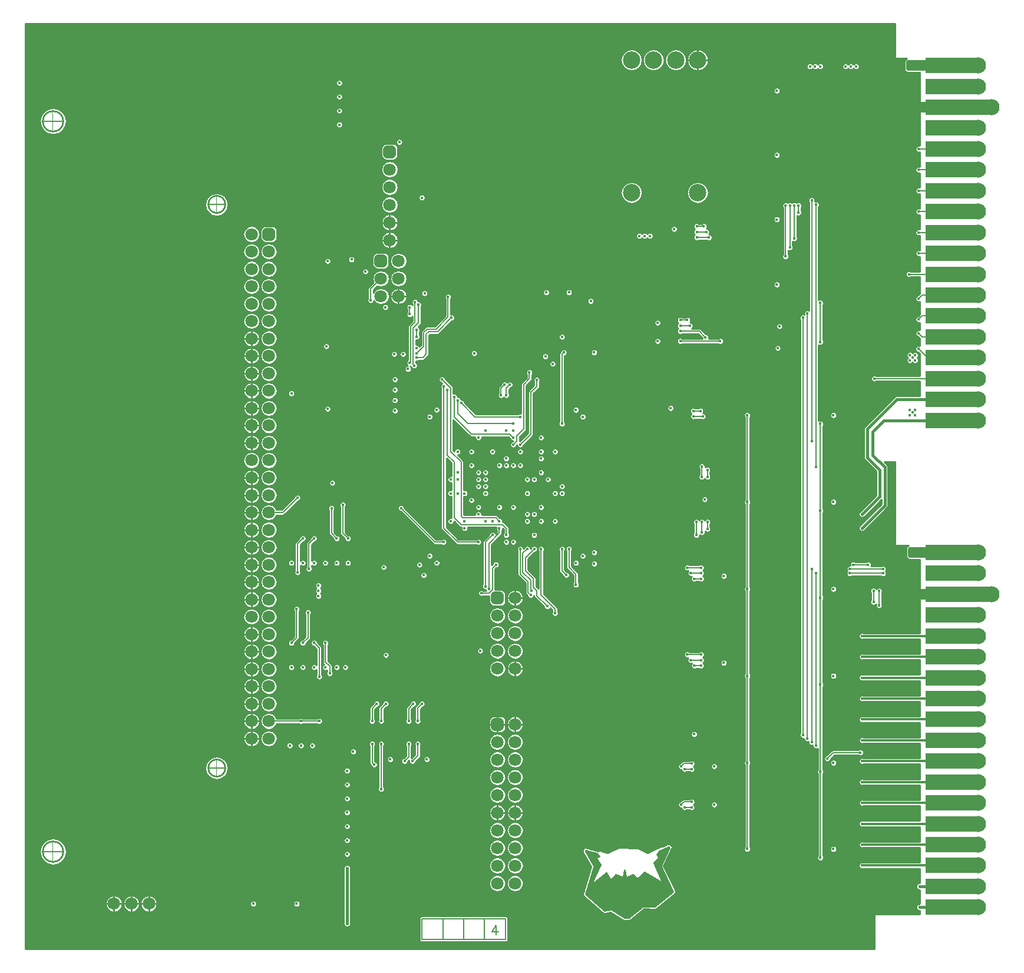
<source format=gbl>
G04*
G04  File:            MT-CONTROLLER-PROTOTYPE_C-II.GBL, Thu Feb 18 07:25:21 2021*
G04  Source:          P-CAD 2006 PCB, Version 19.02.958, (D:\retrocomputing\CM5300\pdp11-mt-controller\pcb\mt-controller-prototype_c-ii.pcb)*
G04  Format:          Gerber Format (RS-274-D), ASCII*
G04*
G04  Format Options:  Absolute Positioning*
G04                   Leading-Zero Suppression*
G04                   Scale Factor 1:1*
G04                   NO Circular Interpolation*
G04                   Inch Units*
G04                   Numeric Format: 4.4 (XXXX.XXXX)*
G04                   G54 NOT Used for Aperture Change*
G04                   Apertures Embedded*
G04*
G04  File Options:    Offset = (0.0mil,0.0mil)*
G04                   Drill Symbol Size = 80.0mil*
G04                   Pad/Via Holes*
G04*
G04  File Contents:   Pads*
G04                   Vias*
G04                   No Designators*
G04                   No Types*
G04                   No Values*
G04                   No Drill Symbols*
G04                   Bottom*
G04*
%INMT-CONTROLLER-PROTOTYPE_C-II.GBL*%
%ICAS*%
%MOIN*%
G04*
G04  Aperture MACROs for general use --- invoked via D-code assignment *
G04*
G04  General MACRO for flashed round with rotation and/or offset hole *
%AMROTOFFROUND*
1,1,$1,0.0000,0.0000*
1,0,$2,$3,$4*%
G04*
G04  General MACRO for flashed oval (obround) with rotation and/or offset hole *
%AMROTOFFOVAL*
21,1,$1,$2,0.0000,0.0000,$3*
1,1,$4,$5,$6*
1,1,$4,0-$5,0-$6*
1,0,$7,$8,$9*%
G04*
G04  General MACRO for flashed oval (obround) with rotation and no hole *
%AMROTOVALNOHOLE*
21,1,$1,$2,0.0000,0.0000,$3*
1,1,$4,$5,$6*
1,1,$4,0-$5,0-$6*%
G04*
G04  General MACRO for flashed rectangle with rotation and/or offset hole *
%AMROTOFFRECT*
21,1,$1,$2,0.0000,0.0000,$3*
1,0,$4,$5,$6*%
G04*
G04  General MACRO for flashed rectangle with rotation and no hole *
%AMROTRECTNOHOLE*
21,1,$1,$2,0.0000,0.0000,$3*%
G04*
G04  General MACRO for flashed rounded-rectangle *
%AMROUNDRECT*
21,1,$1,$2-$4,0.0000,0.0000,$3*
21,1,$1-$4,$2,0.0000,0.0000,$3*
1,1,$4,$5,$6*
1,1,$4,$7,$8*
1,1,$4,0-$5,0-$6*
1,1,$4,0-$7,0-$8*
1,0,$9,$10,$11*%
G04*
G04  General MACRO for flashed rounded-rectangle with rotation and no hole *
%AMROUNDRECTNOHOLE*
21,1,$1,$2-$4,0.0000,0.0000,$3*
21,1,$1-$4,$2,0.0000,0.0000,$3*
1,1,$4,$5,$6*
1,1,$4,$7,$8*
1,1,$4,0-$5,0-$6*
1,1,$4,0-$7,0-$8*%
G04*
G04  General MACRO for flashed regular polygon *
%AMREGPOLY*
5,1,$1,0.0000,0.0000,$2,$3+$4*
1,0,$5,$6,$7*%
G04*
G04  General MACRO for flashed regular polygon with no hole *
%AMREGPOLYNOHOLE*
5,1,$1,0.0000,0.0000,$2,$3+$4*%
G04*
G04  General MACRO for target *
%AMTARGET*
6,0,0,$1,$2,$3,4,$4,$5,$6*%
G04*
G04  General MACRO for mounting hole *
%AMMTHOLE*
1,1,$1,0,0*
1,0,$2,0,0*
$1=$1-$2*
$1=$1/2*
21,1,$2+$1,$3,0,0,$4*
21,1,$3,$2+$1,0,0,$4*%
G04*
G04*
G04  D10 : "Ellipse X0.254mm Y0.254mm H0.000mm 0.0deg (0.000mm,0.000mm) Draw"*
G04  Disc: OuterDia=0.0100*
%ADD10C, 0.0100*%
G04  D11 : "Ellipse X0.300mm Y0.300mm H0.000mm 0.0deg (0.000mm,0.000mm) Draw"*
G04  Disc: OuterDia=0.0118*
%ADD11C, 0.0118*%
G04  D12 : "Ellipse X0.350mm Y0.350mm H0.000mm 0.0deg (0.000mm,0.000mm) Draw"*
G04  Disc: OuterDia=0.0138*
%ADD12C, 0.0138*%
G04  D13 : "Ellipse X0.400mm Y0.400mm H0.000mm 0.0deg (0.000mm,0.000mm) Draw"*
G04  Disc: OuterDia=0.0157*
%ADD13C, 0.0157*%
G04  D14 : "Ellipse X0.500mm Y0.500mm H0.000mm 0.0deg (0.000mm,0.000mm) Draw"*
G04  Disc: OuterDia=0.0197*
%ADD14C, 0.0197*%
G04  D15 : "Ellipse X0.100mm Y0.100mm H0.000mm 0.0deg (0.000mm,0.000mm) Draw"*
G04  Disc: OuterDia=0.0039*
%ADD15C, 0.0039*%
G04  D16 : "Ellipse X1.000mm Y1.000mm H0.000mm 0.0deg (0.000mm,0.000mm) Draw"*
G04  Disc: OuterDia=0.0394*
%ADD16C, 0.0394*%
G04  D17 : "Ellipse X0.127mm Y0.127mm H0.000mm 0.0deg (0.000mm,0.000mm) Draw"*
G04  Disc: OuterDia=0.0050*
%ADD17C, 0.0050*%
G04  D18 : "Ellipse X0.150mm Y0.150mm H0.000mm 0.0deg (0.000mm,0.000mm) Draw"*
G04  Disc: OuterDia=0.0059*
%ADD18C, 0.0059*%
G04  D19 : "Ellipse X1.500mm Y1.500mm H0.000mm 0.0deg (0.000mm,0.000mm) Draw"*
G04  Disc: OuterDia=0.0591*
%ADD19C, 0.0591*%
G04  D20 : "Ellipse X0.200mm Y0.200mm H0.000mm 0.0deg (0.000mm,0.000mm) Draw"*
G04  Disc: OuterDia=0.0079*
%ADD20C, 0.0079*%
G04  D21 : "Ellipse X0.250mm Y0.250mm H0.000mm 0.0deg (0.000mm,0.000mm) Draw"*
G04  Disc: OuterDia=0.0098*
%ADD21C, 0.0098*%
G04  D22 : "Ellipse X2.600mm Y2.600mm H0.000mm 0.0deg (0.000mm,0.000mm) Flash"*
G04  Disc: OuterDia=0.1024*
%ADD22C, 0.1024*%
G04  D23 : "Ellipse X2.800mm Y2.800mm H0.000mm 0.0deg (0.000mm,0.000mm) Flash"*
G04  Disc: OuterDia=0.1102*
%ADD23C, 0.1102*%
G04  D24 : "Ellipse X3.300mm Y3.300mm H0.000mm 0.0deg (0.000mm,0.000mm) Flash"*
G04  Disc: OuterDia=0.1299*
%ADD24C, 0.1299*%
G04  D25 : "Ellipse X0.500mm Y0.500mm H0.000mm 0.0deg (0.000mm,0.000mm) Flash"*
G04  Disc: OuterDia=0.0197*
%ADD25C, 0.0197*%
G04  D26 : "Ellipse X0.550mm Y0.550mm H0.000mm 0.0deg (0.000mm,0.000mm) Flash"*
G04  Disc: OuterDia=0.0217*
%ADD26C, 0.0217*%
G04  D27 : "Ellipse X0.800mm Y0.800mm H0.000mm 0.0deg (0.000mm,0.000mm) Flash"*
G04  Disc: OuterDia=0.0315*
%ADD27C, 0.0315*%
G04  D28 : "Ellipse X1.000mm Y1.000mm H0.000mm 0.0deg (0.000mm,0.000mm) Flash"*
G04  Disc: OuterDia=0.0394*
%ADD28C, 0.0394*%
G04  D29 : "Ellipse X1.800mm Y1.800mm H0.000mm 0.0deg (0.000mm,0.000mm) Flash"*
G04  Disc: OuterDia=0.0709*
%ADD29C, 0.0709*%
G04  D30 : "Ellipse X1.900mm Y1.900mm H0.000mm 0.0deg (0.000mm,0.000mm) Flash"*
G04  Disc: OuterDia=0.0748*
%ADD30C, 0.0748*%
G04  D31 : "Ellipse X2.300mm Y2.300mm H0.000mm 0.0deg (0.000mm,0.000mm) Flash"*
G04  Disc: OuterDia=0.0906*
%ADD31C, 0.0906*%
G04  D32 : "Ellipse X2.400mm Y2.400mm H0.000mm 0.0deg (0.000mm,0.000mm) Flash"*
G04  Disc: OuterDia=0.0945*
%ADD32C, 0.0945*%
G04  D33 : "Ellipse X2.500mm Y2.500mm H0.000mm 0.0deg (0.000mm,0.000mm) Flash"*
G04  Disc: OuterDia=0.0984*
%ADD33C, 0.0984*%
G04  D34 : "Mounting Hole X2.700mm Y2.700mm H0.000mm 0.0deg (0.000mm,0.000mm) Flash"*
G04  Mounting Hole: Diameter=0.1063, Rotation=0.0, LineWidth=0.0050 *
%ADD34MTHOLE, 0.1063 X0.0863 X0.0050 X0.0*%
G04  D35 : "Mounting Hole X3.200mm Y3.200mm H0.000mm 0.0deg (0.000mm,0.000mm) Flash"*
G04  Mounting Hole: Diameter=0.1260, Rotation=0.0, LineWidth=0.0050 *
%ADD35MTHOLE, 0.1260 X0.1060 X0.0050 X0.0*%
G04  D36 : "Rounded Rectangle X0.310mm Y0.600mm H0.000mm 0.0deg (0.000mm,0.000mm) Flash"*
G04  RoundRct: DimX=0.0122, DimY=0.0236, CornerRad=0.0031, Rotation=0.0, OffsetX=0.0000, OffsetY=0.0000, HoleDia=0.0000 *
%ADD36ROUNDRECTNOHOLE, 0.0122 X0.0236 X0.0 X0.0061 X-0.0031 X-0.0088 X-0.0031 X0.0088*%
G04  D37 : "Rounded Rectangle X0.410mm Y0.700mm H0.000mm 0.0deg (0.000mm,0.000mm) Flash"*
G04  RoundRct: DimX=0.0161, DimY=0.0276, CornerRad=0.0040, Rotation=0.0, OffsetX=0.0000, OffsetY=0.0000, HoleDia=0.0000 *
%ADD37ROUNDRECTNOHOLE, 0.0161 X0.0276 X0.0 X0.0081 X-0.0040 X-0.0097 X-0.0040 X0.0097*%
G04  D38 : "Rounded Rectangle X0.700mm Y0.950mm H0.000mm 0.0deg (0.000mm,0.000mm) Flash"*
G04  RoundRct: DimX=0.0276, DimY=0.0374, CornerRad=0.0069, Rotation=0.0, OffsetX=0.0000, OffsetY=0.0000, HoleDia=0.0000 *
%ADD38ROUNDRECTNOHOLE, 0.0276 X0.0374 X0.0 X0.0138 X-0.0069 X-0.0118 X-0.0069 X0.0118*%
G04  D39 : "Rounded Rectangle X0.800mm Y1.050mm H0.000mm 0.0deg (0.000mm,0.000mm) Flash"*
G04  RoundRct: DimX=0.0315, DimY=0.0413, CornerRad=0.0079, Rotation=0.0, OffsetX=0.0000, OffsetY=0.0000, HoleDia=0.0000 *
%ADD39ROUNDRECTNOHOLE, 0.0315 X0.0413 X0.0 X0.0157 X-0.0079 X-0.0128 X-0.0079 X0.0128*%
G04  D40 : "Rounded Rectangle X1.200mm Y1.100mm H0.000mm 0.0deg (0.000mm,0.000mm) Flash"*
G04  RoundRct: DimX=0.0472, DimY=0.0433, CornerRad=0.0108, Rotation=0.0, OffsetX=0.0000, OffsetY=0.0000, HoleDia=0.0000 *
%ADD40ROUNDRECTNOHOLE, 0.0472 X0.0433 X0.0 X0.0217 X-0.0128 X-0.0108 X-0.0128 X0.0108*%
G04  D41 : "Rounded Rectangle X1.100mm Y1.200mm H0.000mm 0.0deg (0.000mm,0.000mm) Flash"*
G04  RoundRct: DimX=0.0433, DimY=0.0472, CornerRad=0.0108, Rotation=0.0, OffsetX=0.0000, OffsetY=0.0000, HoleDia=0.0000 *
%ADD41ROUNDRECTNOHOLE, 0.0433 X0.0472 X0.0 X0.0217 X-0.0108 X-0.0128 X-0.0108 X0.0128*%
G04  D42 : "Rounded Rectangle X1.300mm Y1.200mm H0.000mm 0.0deg (0.000mm,0.000mm) Flash"*
G04  RoundRct: DimX=0.0512, DimY=0.0472, CornerRad=0.0118, Rotation=0.0, OffsetX=0.0000, OffsetY=0.0000, HoleDia=0.0000 *
%ADD42ROUNDRECTNOHOLE, 0.0512 X0.0472 X0.0 X0.0236 X-0.0138 X-0.0118 X-0.0138 X0.0118*%
G04  D43 : "Rounded Rectangle X1.200mm Y1.300mm H0.000mm 0.0deg (0.000mm,0.000mm) Flash"*
G04  RoundRct: DimX=0.0472, DimY=0.0512, CornerRad=0.0118, Rotation=0.0, OffsetX=0.0000, OffsetY=0.0000, HoleDia=0.0000 *
%ADD43ROUNDRECTNOHOLE, 0.0472 X0.0512 X0.0 X0.0236 X-0.0118 X-0.0138 X-0.0118 X0.0138*%
G04  D44 : "Rounded Rectangle X1.400mm Y1.300mm H0.000mm 0.0deg (0.000mm,0.000mm) Flash"*
G04  RoundRct: DimX=0.0551, DimY=0.0512, CornerRad=0.0128, Rotation=0.0, OffsetX=0.0000, OffsetY=0.0000, HoleDia=0.0000 *
%ADD44ROUNDRECTNOHOLE, 0.0551 X0.0512 X0.0 X0.0256 X-0.0148 X-0.0128 X-0.0148 X0.0128*%
G04  D45 : "Rounded Rectangle X1.750mm Y1.500mm H0.000mm 0.0deg (0.000mm,0.000mm) Flash"*
G04  RoundRct: DimX=0.0689, DimY=0.0591, CornerRad=0.0148, Rotation=0.0, OffsetX=0.0000, OffsetY=0.0000, HoleDia=0.0000 *
%ADD45ROUNDRECTNOHOLE, 0.0689 X0.0591 X0.0 X0.0295 X-0.0197 X-0.0148 X-0.0197 X0.0148*%
G04  D46 : "Rounded Rectangle X1.400mm Y1.800mm H0.000mm 0.0deg (0.000mm,0.000mm) Flash"*
G04  RoundRct: DimX=0.0551, DimY=0.0709, CornerRad=0.0138, Rotation=0.0, OffsetX=0.0000, OffsetY=0.0000, HoleDia=0.0000 *
%ADD46ROUNDRECTNOHOLE, 0.0551 X0.0709 X0.0 X0.0276 X-0.0138 X-0.0217 X-0.0138 X0.0217*%
G04  D47 : "Rounded Rectangle X1.800mm Y1.800mm H0.000mm 0.0deg (0.000mm,0.000mm) Flash"*
G04  RoundRct: DimX=0.0709, DimY=0.0709, CornerRad=0.0177, Rotation=0.0, OffsetX=0.0000, OffsetY=0.0000, HoleDia=0.0000 *
%ADD47ROUNDRECTNOHOLE, 0.0709 X0.0709 X0.0 X0.0354 X-0.0177 X-0.0177 X-0.0177 X0.0177*%
G04  D48 : "Rounded Rectangle X1.850mm Y1.600mm H0.000mm 0.0deg (0.000mm,0.000mm) Flash"*
G04  RoundRct: DimX=0.0728, DimY=0.0630, CornerRad=0.0157, Rotation=0.0, OffsetX=0.0000, OffsetY=0.0000, HoleDia=0.0000 *
%ADD48ROUNDRECTNOHOLE, 0.0728 X0.0630 X0.0 X0.0315 X-0.0207 X-0.0157 X-0.0207 X0.0157*%
G04  D49 : "Rounded Rectangle X1.500mm Y1.900mm H0.000mm 0.0deg (0.000mm,0.000mm) Flash"*
G04  RoundRct: DimX=0.0591, DimY=0.0748, CornerRad=0.0148, Rotation=0.0, OffsetX=0.0000, OffsetY=0.0000, HoleDia=0.0000 *
%ADD49ROUNDRECTNOHOLE, 0.0591 X0.0748 X0.0 X0.0295 X-0.0148 X-0.0226 X-0.0148 X0.0226*%
G04  D50 : "Rounded Rectangle X1.900mm Y1.900mm H0.000mm 0.0deg (0.000mm,0.000mm) Flash"*
G04  RoundRct: DimX=0.0748, DimY=0.0748, CornerRad=0.0187, Rotation=0.0, OffsetX=0.0000, OffsetY=0.0000, HoleDia=0.0000 *
%ADD50ROUNDRECTNOHOLE, 0.0748 X0.0748 X0.0 X0.0374 X-0.0187 X-0.0187 X-0.0187 X0.0187*%
G04  D51 : "Rounded Rectangle X2.000mm Y2.500mm H0.000mm 0.0deg (0.000mm,0.000mm) Flash"*
G04  RoundRct: DimX=0.0787, DimY=0.0984, CornerRad=0.0197, Rotation=0.0, OffsetX=0.0000, OffsetY=0.0000, HoleDia=0.0000 *
%ADD51ROUNDRECTNOHOLE, 0.0787 X0.0984 X0.0 X0.0394 X-0.0197 X-0.0295 X-0.0197 X0.0295*%
G04  D52 : "Rounded Rectangle X2.500mm Y2.000mm H0.000mm 0.0deg (0.000mm,0.000mm) Flash"*
G04  RoundRct: DimX=0.0984, DimY=0.0787, CornerRad=0.0197, Rotation=0.0, OffsetX=0.0000, OffsetY=0.0000, HoleDia=0.0000 *
%ADD52ROUNDRECTNOHOLE, 0.0984 X0.0787 X0.0 X0.0394 X-0.0295 X-0.0197 X-0.0295 X0.0197*%
G04  D53 : "Rounded Rectangle X2.100mm Y2.600mm H0.000mm 0.0deg (0.000mm,0.000mm) Flash"*
G04  RoundRct: DimX=0.0827, DimY=0.1024, CornerRad=0.0207, Rotation=0.0, OffsetX=0.0000, OffsetY=0.0000, HoleDia=0.0000 *
%ADD53ROUNDRECTNOHOLE, 0.0827 X0.1024 X0.0 X0.0413 X-0.0207 X-0.0305 X-0.0207 X0.0305*%
G04  D54 : "Rounded Rectangle X2.600mm Y2.100mm H0.000mm 0.0deg (0.000mm,0.000mm) Flash"*
G04  RoundRct: DimX=0.1024, DimY=0.0827, CornerRad=0.0207, Rotation=0.0, OffsetX=0.0000, OffsetY=0.0000, HoleDia=0.0000 *
%ADD54ROUNDRECTNOHOLE, 0.1024 X0.0827 X0.0 X0.0413 X-0.0305 X-0.0207 X-0.0305 X0.0207*%
G04  D55 : "Rectangle X4.000mm Y3.400mm H0.000mm 0.0deg (0.000mm,0.000mm) Flash"*
G04  Rectangular: DimX=0.1575, DimY=0.1339, Rotation=0.0, OffsetX=0.0000, OffsetY=0.0000, HoleDia=0.0000 *
%ADD55R, 0.1575 X0.1339*%
G04  D56 : "Rectangle X4.100mm Y3.500mm H0.000mm 0.0deg (0.000mm,0.000mm) Flash"*
G04  Rectangular: DimX=0.1614, DimY=0.1378, Rotation=0.0, OffsetX=0.0000, OffsetY=0.0000, HoleDia=0.0000 *
%ADD56R, 0.1614 X0.1378*%
G04  D57 : "Rectangle X0.400mm Y0.600mm H0.000mm 0.0deg (0.000mm,0.000mm) Flash"*
G04  Rectangular: DimX=0.0157, DimY=0.0236, Rotation=0.0, OffsetX=0.0000, OffsetY=0.0000, HoleDia=0.0000 *
%ADD57R, 0.0157 X0.0236*%
G04  D58 : "Rectangle X0.500mm Y0.700mm H0.000mm 0.0deg (0.000mm,0.000mm) Flash"*
G04  Rectangular: DimX=0.0197, DimY=0.0276, Rotation=0.0, OffsetX=0.0000, OffsetY=0.0000, HoleDia=0.0000 *
%ADD58R, 0.0197 X0.0276*%
G04  D59 : "Rectangle X0.700mm Y0.250mm H0.000mm 0.0deg (0.000mm,0.000mm) Flash"*
G04  Rectangular: DimX=0.0276, DimY=0.0098, Rotation=0.0, OffsetX=0.0000, OffsetY=0.0000, HoleDia=0.0000 *
%ADD59R, 0.0276 X0.0098*%
G04  D60 : "Rectangle X0.250mm Y0.700mm H0.000mm 0.0deg (0.000mm,0.000mm) Flash"*
G04  Rectangular: DimX=0.0098, DimY=0.0276, Rotation=0.0, OffsetX=0.0000, OffsetY=0.0000, HoleDia=0.0000 *
%ADD60R, 0.0098 X0.0276*%
G04  D61 : "Rectangle X7.500mm Y2.300mm H0.000mm 0.0deg (0.000mm,0.000mm) Flash"*
G04  Rectangular: DimX=0.2953, DimY=0.0906, Rotation=0.0, OffsetX=0.0000, OffsetY=0.0000, HoleDia=0.0000 *
%ADD61R, 0.2953 X0.0906*%
G04  D62 : "Rectangle X7.600mm Y2.400mm H0.000mm 0.0deg (0.000mm,0.000mm) Flash"*
G04  Rectangular: DimX=0.2992, DimY=0.0945, Rotation=0.0, OffsetX=0.0000, OffsetY=0.0000, HoleDia=0.0000 *
%ADD62R, 0.2992 X0.0945*%
G04  D63 : "Rectangle X0.800mm Y0.350mm H0.000mm 0.0deg (0.000mm,0.000mm) Flash"*
G04  Rectangular: DimX=0.0315, DimY=0.0138, Rotation=0.0, OffsetX=0.0000, OffsetY=0.0000, HoleDia=0.0000 *
%ADD63R, 0.0315 X0.0138*%
G04  D64 : "Rectangle X0.350mm Y0.800mm H0.000mm 0.0deg (0.000mm,0.000mm) Flash"*
G04  Rectangular: DimX=0.0138, DimY=0.0315, Rotation=0.0, OffsetX=0.0000, OffsetY=0.0000, HoleDia=0.0000 *
%ADD64R, 0.0138 X0.0315*%
G04  D65 : "Rectangle X0.850mm Y0.400mm H0.000mm 0.0deg (0.000mm,0.000mm) Flash"*
G04  Rectangular: DimX=0.0335, DimY=0.0157, Rotation=0.0, OffsetX=0.0000, OffsetY=0.0000, HoleDia=0.0000 *
%ADD65R, 0.0335 X0.0157*%
G04  D66 : "Rectangle X0.400mm Y0.850mm H0.000mm 0.0deg (0.000mm,0.000mm) Flash"*
G04  Rectangular: DimX=0.0157, DimY=0.0335, Rotation=0.0, OffsetX=0.0000, OffsetY=0.0000, HoleDia=0.0000 *
%ADD66R, 0.0157 X0.0335*%
G04  D67 : "Rectangle X0.950mm Y0.500mm H0.000mm 0.0deg (0.000mm,0.000mm) Flash"*
G04  Rectangular: DimX=0.0374, DimY=0.0197, Rotation=0.0, OffsetX=0.0000, OffsetY=0.0000, HoleDia=0.0000 *
%ADD67R, 0.0374 X0.0197*%
G04  D68 : "Rectangle X0.500mm Y0.950mm H0.000mm 0.0deg (0.000mm,0.000mm) Flash"*
G04  Rectangular: DimX=0.0197, DimY=0.0374, Rotation=0.0, OffsetX=0.0000, OffsetY=0.0000, HoleDia=0.0000 *
%ADD68R, 0.0197 X0.0374*%
G04  D69 : "Rectangle X1.600mm Y0.350mm H0.000mm 0.0deg (0.000mm,0.000mm) Flash"*
G04  Rectangular: DimX=0.0630, DimY=0.0138, Rotation=0.0, OffsetX=0.0000, OffsetY=0.0000, HoleDia=0.0000 *
%ADD69R, 0.0630 X0.0138*%
G04  D70 : "Rectangle X0.350mm Y1.600mm H0.000mm 0.0deg (0.000mm,0.000mm) Flash"*
G04  Rectangular: DimX=0.0138, DimY=0.0630, Rotation=0.0, OffsetX=0.0000, OffsetY=0.0000, HoleDia=0.0000 *
%ADD70R, 0.0138 X0.0630*%
G04  D71 : "Rectangle X1.740mm Y0.490mm H0.000mm 0.0deg (0.000mm,0.000mm) Flash"*
G04  Rectangular: DimX=0.0685, DimY=0.0193, Rotation=0.0, OffsetX=0.0000, OffsetY=0.0000, HoleDia=0.0000 *
%ADD71R, 0.0685 X0.0193*%
G04  D72 : "Rectangle X0.490mm Y1.740mm H0.000mm 0.0deg (0.000mm,0.000mm) Flash"*
G04  Rectangular: DimX=0.0193, DimY=0.0685, Rotation=0.0, OffsetX=0.0000, OffsetY=0.0000, HoleDia=0.0000 *
%ADD72R, 0.0193 X0.0685*%
G04  D73 : "Rectangle X2.000mm Y0.600mm H0.000mm 0.0deg (0.000mm,0.000mm) Flash"*
G04  Rectangular: DimX=0.0787, DimY=0.0236, Rotation=0.0, OffsetX=0.0000, OffsetY=0.0000, HoleDia=0.0000 *
%ADD73R, 0.0787 X0.0236*%
G04  D74 : "Rectangle X2.000mm Y1.800mm H0.000mm 0.0deg (0.000mm,0.000mm) Flash"*
G04  Rectangular: DimX=0.0787, DimY=0.0709, Rotation=0.0, OffsetX=0.0000, OffsetY=0.0000, HoleDia=0.0000 *
%ADD74R, 0.0787 X0.0709*%
G04  D75 : "Rectangle X2.100mm Y0.700mm H0.000mm 0.0deg (0.000mm,0.000mm) Flash"*
G04  Rectangular: DimX=0.0827, DimY=0.0276, Rotation=0.0, OffsetX=0.0000, OffsetY=0.0000, HoleDia=0.0000 *
%ADD75R, 0.0827 X0.0276*%
G04  D76 : "Rectangle X2.100mm Y1.900mm H0.000mm 0.0deg (0.000mm,0.000mm) Flash"*
G04  Rectangular: DimX=0.0827, DimY=0.0748, Rotation=0.0, OffsetX=0.0000, OffsetY=0.0000, HoleDia=0.0000 *
%ADD76R, 0.0827 X0.0748*%
G04  D77 : "Ellipse X0.400mm Y0.400mm H0.000mm 0.0deg (0.000mm,0.000mm) Flash"*
G04  Disc: OuterDia=0.0157*
%ADD77C, 0.0157*%
G04*
%FSLAX44Y44*%
%SFA1B1*%
%OFA0.0000B0.0000*%
G04*
G70*
G90*
G01*
D2*
%LNBottom*%
D20*
X129133Y43799*
X130954D1*
X131053Y48228D2*
X131348Y48523D1*
Y49950*
X130413Y48228D2*
X130708Y48523D1*
Y50147*
X131397Y52411D2*
Y53838D1*
X130757Y52214D2*
Y53838D1*
X129921Y55610D2*
X130757Y56446D1*
X129133Y55610D2*
X129921D1*
D2*
D13*
X133562Y33907*
Y33120D1*
Y34694D2*
Y33907D1*
Y35482D2*
Y34694D1*
D2*
D20*
X132332Y47145*
X132578Y46899D1*
Y46505*
X133316Y56053D2*
Y54429D1*
X133612Y54133*
X132972D2*
X132677Y54429D1*
Y55856*
X134891Y67618D2*
Y68265D1*
X137795Y32627D2*
Y31446D1*
X137047Y41771D2*
X136811Y41535D1*
X137559Y41840D2*
X137253Y41535D1*
X135492Y43799D2*
Y44527D1*
X135748Y44783D2*
X135492Y44527D1*
X137047Y43799D2*
Y44527D1*
X137303Y44783*
X137559Y43799D2*
Y44547D1*
X137795Y44783*
X135482Y42470D2*
X135492Y42480D1*
Y42519*
X137500Y65551D2*
Y65944D1*
X137303Y63976D2*
X137352Y63927D1*
X137155Y64124D2*
X137106Y64074D1*
X137500Y64370D2*
X137844D1*
X137500Y64616D2*
X137893Y65009D1*
Y65797*
X137106Y66830D2*
Y67224D1*
X137598Y66338D2*
X137303Y66043D1*
X137598Y66338D2*
Y67372D1*
X137401Y66387D2*
X137155Y66141D1*
X137401Y66387D2*
Y67519D1*
X138976Y31446D2*
X140157D1*
Y32627D2*
X138976D1*
Y31446D2*
Y32627D1*
X140157Y31446D2*
Y32627D1*
X139025Y53937D2*
X138533D1*
X140009Y54921D2*
X139616Y55314D1*
X140108D2*
X140009Y55413D1*
X139419Y59055D2*
X140009Y58464D1*
X139222Y58858D2*
X139616Y58464D1*
X140797Y61023D2*
X140009Y61811D1*
X140403Y60629D2*
X139812Y61220D1*
Y61958D2*
Y61220D1*
X139616Y62155D2*
Y61023D1*
X140600Y60039*
X138041Y64566D2*
Y65698D1*
X138188Y65846*
X138681*
X139271Y66683D2*
Y67814D1*
X141338Y31446D2*
X142519D1*
Y32627D2*
X141338D1*
Y31446D2*
Y32627D1*
X142519Y31446D2*
Y32627D1*
X142002Y31717D2*
Y32234D1*
X141756Y31889*
X142125*
X141387Y51427D2*
Y53937D1*
X141584Y53838D2*
Y51279D1*
X141781Y52460D2*
X141978Y52657D1*
X143750Y53543D2*
X143503Y53297D1*
Y52214*
X143946Y51771*
X143651Y53051D2*
Y52312D1*
X143946Y51771D2*
Y51230D1*
X143799Y51082D2*
Y51673D1*
X143356Y52116*
Y53543D2*
Y52116D1*
X141781Y51230D2*
Y52460D1*
X142175Y54429D2*
Y54724D1*
X142568D2*
X142372Y54921D1*
X142568Y54330D2*
Y54724D1*
X142175Y55118D2*
X141978Y55314D1*
X142962Y59448D2*
X143159Y59645D1*
Y59940*
X143946Y60039D2*
Y62401D1*
X142273Y62647D2*
X142470Y62844D1*
X142273Y62253D2*
Y62647D1*
X142568D2*
X142765Y62844D1*
X142568Y62647D2*
Y62253D1*
X143553Y60334D2*
Y62844D1*
X143873Y63533D2*
Y63165D1*
X144291Y50885D2*
X144881Y50295D1*
X144537Y50935D2*
X145324Y50147D1*
Y49901*
X144094Y51377D2*
X144291Y51181D1*
X144094Y51870D2*
Y51377D1*
X145718Y53543D2*
Y52312D1*
X145964Y52066*
X146112Y52509D2*
X146505Y52116D1*
Y51525*
X146112Y52509D2*
Y53543D1*
X145816Y64665D2*
X145718Y64566D1*
X152618Y41397D2*
X152460Y41240D1*
X152618Y39232D2*
X152460Y39074D1*
X152805Y66496D2*
X152411D1*
X152952Y66181D2*
X152411D1*
X153592Y46938D2*
X153198D1*
X153592Y51860D2*
X153198D1*
X153946Y55068D2*
Y54675D1*
X153631Y55068D2*
Y54478D1*
X153316Y55068D2*
Y54330D1*
X153946Y58021D2*
Y57627D1*
X153631D2*
Y58218D1*
X153690Y61043D2*
X153149D1*
X153543Y61358D2*
X153149D1*
X153838Y65521D2*
X153494Y65866D1*
X154035Y71171D2*
X153346D1*
X153887Y71486D2*
X153346D1*
X153740Y71801D2*
X153346D1*
X159104Y72588D2*
Y72982D1*
X163031Y52657D2*
X162204D1*
D2*
D13*
X163681Y56496*
X162696Y55511D1*
X163976Y56003D2*
X162696Y54724D1*
X162992Y58710D2*
X163681Y58021D1*
X163287Y58858D2*
X163976Y58169D1*
X163927Y60826D2*
X163287Y60187D1*
X164665Y62007D2*
X162992Y60334D1*
X167765Y33267D2*
X166535D1*
X167765Y34448D2*
X166535D1*
Y33267D2*
X165944D1*
X166535Y34448D2*
X165944D1*
D2*
D19*
X165698Y50590*
X165354D1*
D2*
D14*
X165698Y53543*
X165403D1*
Y53149D2*
X165698D1*
Y53198*
Y53346*
Y53494*
Y53543*
X165403Y53198D2*
Y53149D1*
Y53543D2*
Y53494D1*
Y53198*
D2*
D19*
X165354Y51377*
X165698D1*
D2*
D20*
X166092Y65551*
X165895Y65748D1*
X167765Y65551D2*
X166092D1*
X166387Y64370D2*
X165895Y64862D1*
X167765Y64370D2*
X166387D1*
X166092Y66732D2*
X165895Y66535D1*
X167765Y66732D2*
X166092D1*
Y67913D2*
X165895Y67716D1*
X167765Y67913D2*
X166092D1*
X167765Y71456D2*
X165895D1*
X167765Y70275D2*
X165895D1*
X167765Y69094D2*
X165354D1*
X167765Y72637D2*
X165895D1*
Y73818D2*
X167765D1*
Y76181D2*
X165895D1*
D2*
D14*
X165501Y78740*
X165305D1*
Y78346*
X165501*
Y78543*
Y78740*
X165305Y80708D2*
X165501D1*
Y81102D2*
X165305D1*
D2*
D19*
X168553Y78543*
X170029D1*
D2*
D20*
X131397Y53838*
X131692Y54133D1*
X130757Y53838D2*
X131053Y54133D1*
D2*
D13*
X133562Y33120*
Y32332D1*
D2*
D20*
X132332Y48228*
Y47145D1*
X137047Y42519D2*
Y41771D1*
X137559Y42519D2*
Y41840D1*
X135482Y39960D2*
Y42470D1*
X137303Y66043D2*
Y63976D1*
X137155Y66141D2*
Y64124D1*
X139616Y55314D2*
Y58464D1*
X140009Y55413D2*
Y58464D1*
X139025Y54724D2*
X139812Y53937D1*
X138927Y63139D2*
X139419Y62647D1*
X138681Y65846D2*
X139468Y66633D1*
X138090Y65994D2*
X138582D1*
X139271Y66683*
X141387Y53937D2*
X141781Y54330D1*
X142175Y54429D2*
X141584Y53838D1*
X143946Y50935D2*
X143799Y51082D1*
X142962Y59842D2*
X142765Y60039D1*
X143356Y59448D2*
X143946Y60039D1*
X141151Y51042D2*
X141584Y51033D1*
X141781Y51230*
X143159Y59940D2*
X143553Y60334D1*
X143873Y63165D2*
X143553Y62844D1*
X144291Y51181D2*
Y50885D1*
X144537Y53543D2*
Y50935D1*
X144291Y63115D2*
Y62746D1*
X156200Y41437D2*
Y46358D1*
Y51279D2*
Y56200D1*
Y61122*
X158858Y72982D2*
Y71122D1*
X158612Y72982D2*
Y70610D1*
X158366Y70098D2*
Y72982D1*
X160334Y40944D2*
Y45866D1*
X160728Y41683D2*
X161072Y42027D1*
X160334Y55708D2*
Y60629D1*
Y50787D2*
Y55708D1*
Y67480D2*
Y65255D1*
X163346Y50541D2*
Y51181D1*
X163661Y50344D2*
Y51181D1*
D2*
D13*
X162992Y60334*
Y58710D1*
X163681Y58021D2*
Y56496D1*
X163287Y60187D2*
Y58858D1*
X163976Y58169D2*
Y56003D1*
D2*
D19*
X165698Y51377*
Y50984D1*
Y50590*
D2*
D20*
X167765Y75000*
X165895D1*
D2*
D14*
X165305Y81102*
Y80708D1*
X165501D2*
Y80905D1*
Y81102*
D2*
D19*
X168553Y50984*
X169389D1*
X170029*
D2*
D20*
X139222Y62549*
Y58858D1*
X139419Y62647D2*
Y59055D1*
X145718Y64566D2*
Y60629D1*
X156200Y46358D2*
Y51279D1*
Y36564D2*
Y41437D1*
X160334Y45866D2*
Y50787D1*
Y36072D2*
Y40944D1*
X160088Y42421D2*
Y52165D1*
X159842Y42618D2*
Y52411D1*
X160088Y58169D2*
Y73031D1*
X159842Y59645D2*
Y73277D1*
X139025Y62746D2*
Y54724D1*
X159596Y42814D2*
Y66879D1*
X159350Y43011D2*
Y66633D1*
X130954Y43799D2*
X131988D1*
Y47933D2*
Y46309D1*
X137795Y31446D2*
X138976D1*
X140157D2*
X141338D1*
X138976Y32627D2*
X137795D1*
X141338D2*
X140157D1*
X135098Y41338D2*
X134980Y41456D1*
Y43799D2*
Y44527D1*
X135236Y44783*
X144143Y53543D2*
X143651Y53051D1*
X143946Y51230D2*
X143996Y51181D1*
X143651Y52312D2*
X144094Y51870D1*
X140994Y53937D2*
X139812D1*
X142372Y54921D2*
X140009D1*
X141978Y55314D2*
X140108D1*
X140600Y60039D2*
X142765D1*
X140403Y60629D2*
X142962D1*
X144291Y62746D2*
X143946Y62401D1*
X140797Y61023D2*
X143356D1*
X137844Y64370D2*
X138041Y64566D1*
X135474Y68848D2*
X134891Y68265D1*
X153051Y38917D2*
X152657D1*
X153051Y41397D2*
X152618D1*
X152657Y41082D2*
X153051D1*
Y39232D2*
X152618D1*
X153592Y47568D2*
X152805D1*
X153592Y47253D2*
X153001D1*
X153592Y52490D2*
X152805D1*
X153592Y52175D2*
X153001D1*
X152411Y65866D2*
X153494D1*
X152411Y65305D2*
X154675D1*
D2*
D11*
X169242Y33267*
X166535D1*
X169242Y34448D2*
X166535D1*
X162696Y35629D2*
X167765D1*
X169242*
Y36811D2*
X167765D1*
X162696*
X169242Y37992D2*
X167765D1*
X162696*
X169242Y39173D2*
X167765D1*
X162696*
X169242Y40354D2*
X167765D1*
X162696*
Y41535D2*
X167765D1*
X169242*
X162696Y42716D2*
X167765D1*
X169242*
X162696Y43897D2*
X167765D1*
X169242*
X162696Y45078D2*
X167765D1*
X169242*
X162696Y46259D2*
X167765D1*
X169242*
X162696Y47440D2*
X167765D1*
X169242*
D2*
D20*
Y49803*
X167765D1*
D2*
D11*
X162696Y48622*
X167765D1*
X169242*
D2*
D19*
X165354Y50590*
X165009D1*
D2*
D20*
X169242Y52165*
X167765D1*
D2*
D19*
Y53346*
X165698D1*
X165009Y51377D2*
X165354D1*
D2*
D20*
X162007Y52165*
X163877D1*
X162007Y52411D2*
X163877D1*
D2*
D11*
X169242Y60826*
X167765D1*
D2*
D13*
X169242Y62007*
X167765D1*
Y60826D2*
X163927D1*
X167765Y62007D2*
X164665D1*
D2*
D20*
X169242Y63188*
X167765D1*
X169242Y65551D2*
X167765D1*
X169242Y64370D2*
X167765D1*
Y63188D2*
X163385D1*
X169242Y66732D2*
X167765D1*
X169242Y67913D2*
X167765D1*
X169242Y71456D2*
X167765D1*
X169242Y70275D2*
X167765D1*
Y69094D2*
X169242D1*
Y72637D2*
X167765D1*
Y73818D2*
X169242D1*
Y76181D2*
X167765D1*
D2*
D19*
Y78543*
X168553D1*
X167765D2*
X165501D1*
D2*
D20*
X131692Y48228*
X131988Y47933D1*
X134980Y42519D2*
Y41456D1*
X138533Y53937D2*
X136614Y55856D1*
X137893Y65797D2*
X138090Y65994D1*
D2*
D10*
X149188Y32773*
X149520D1*
X149112Y32823D2*
X149584D1*
X149035Y32873D2*
X149647D1*
X148958Y32923D2*
X149710D1*
X148882Y32973D2*
X149773D1*
X148805Y33023D2*
X149837D1*
X148728Y33073D2*
X149900D1*
X148652Y33123D2*
X149963D1*
X148108Y33172D2*
X148321D1*
X148575D2*
X150026D1*
X148049Y33222D2*
X150090D1*
X147991Y33272D2*
X150153D1*
X147932Y33322D2*
X150216D1*
X147874Y33372D2*
X150290D1*
X150549D2*
X150963D1*
X147816Y33422D2*
X151024D1*
X147757Y33472D2*
X151085D1*
X147699Y33522D2*
X151146D1*
X147641Y33572D2*
X151207D1*
X147582Y33622D2*
X151268D1*
X147524Y33671D2*
X151329D1*
X147466Y33721D2*
X151390D1*
X147407Y33771D2*
X151452D1*
X147349Y33821D2*
X151513D1*
X147291Y33871D2*
X151574D1*
X147232Y33921D2*
X151635D1*
X147174Y33971D2*
X151696D1*
X147125Y34021D2*
X151757D1*
X147140Y34071D2*
X151818D1*
X147155Y34120D2*
X151880D1*
X147170Y34170D2*
X151933D1*
X147185Y34220D2*
X151908D1*
X147200Y34270D2*
X151884D1*
X147215Y34320D2*
X151860D1*
X147230Y34370D2*
X151836D1*
X147245Y34420D2*
X151811D1*
X147260Y34470D2*
X151787D1*
X147275Y34520D2*
X151763D1*
X147290Y34569D2*
X151739D1*
X147305Y34619D2*
X147494D1*
X147545D2*
X151714D1*
X147320Y34669D2*
X147431D1*
X147623D2*
X151262D1*
X151398D2*
X151690D1*
X147335Y34719D2*
X147420D1*
X147688D2*
X151177D1*
X151429D2*
X151666D1*
X147350Y34769D2*
X147434D1*
X147754D2*
X151091D1*
X151430D2*
X151641D1*
X147365Y34819D2*
X147455D1*
X147819D2*
X148412D1*
X148557D2*
X151006D1*
X151407D2*
X151617D1*
X147380Y34869D2*
X147477D1*
X147885D2*
X148380D1*
X148601D2*
X149930D1*
X150040D2*
X150921D1*
X151385D2*
X151593D1*
X147395Y34919D2*
X147499D1*
X147950D2*
X148348D1*
X148646D2*
X149079D1*
X149172D2*
X149336D1*
X149443D2*
X149869D1*
X150097D2*
X150835D1*
X151363D2*
X151569D1*
X147410Y34969D2*
X147520D1*
X148016D2*
X148316D1*
X148692D2*
X148962D1*
X149220D2*
X149295D1*
X149546D2*
X149808D1*
X150155D2*
X150750D1*
X151340D2*
X151544D1*
X147425Y35019D2*
X147542D1*
X148082D2*
X148285D1*
X148738D2*
X148843D1*
X149232D2*
X149286D1*
X149650D2*
X149747D1*
X150212D2*
X150665D1*
X151318D2*
X151520D1*
X147440Y35068D2*
X147564D1*
X148147D2*
X148253D1*
X149245D2*
X149277D1*
X150269D2*
X150580D1*
X151296D2*
X151496D1*
X147455Y35118D2*
X147585D1*
X148213D2*
X148221D1*
X149257D2*
X149268D1*
X150326D2*
X150494D1*
X151273D2*
X151472D1*
X147470Y35168D2*
X147607D1*
X150384D2*
X150409D1*
X151251D2*
X151447D1*
X147485Y35218D2*
X147629D1*
X151229D2*
X151423D1*
X147500Y35268D2*
X147650D1*
X151206D2*
X151399D1*
X147515Y35318D2*
X147672D1*
X151184D2*
X151374D1*
X147530Y35368D2*
X147694D1*
X151161D2*
X151350D1*
X147545Y35418D2*
X147715D1*
X151139D2*
X151326D1*
X147560Y35468D2*
X147737D1*
X151117D2*
X151302D1*
X147575Y35517D2*
X147758D1*
X151094D2*
X151277D1*
X147590Y35567D2*
X147780D1*
X151072D2*
X151253D1*
X147582Y35617D2*
X147802D1*
X151050D2*
X151252D1*
X147553Y35667D2*
X147818D1*
X151027D2*
X151274D1*
X147525Y35717D2*
X147787D1*
X151005D2*
X151297D1*
X147496Y35767D2*
X147756D1*
X150999D2*
X151320D1*
X147467Y35817D2*
X147725D1*
X151043D2*
X151343D1*
X147439Y35867D2*
X147695D1*
X151087D2*
X151366D1*
X147410Y35917D2*
X147664D1*
X151131D2*
X151389D1*
X147381Y35967D2*
X147633D1*
X151175D2*
X151412D1*
X147353Y36016D2*
X147602D1*
X151219D2*
X151435D1*
X147324Y36066D2*
X147592D1*
X151254D2*
X151458D1*
X147295Y36116D2*
X147610D1*
X151257D2*
X151481D1*
X147266Y36166D2*
X147702D1*
X151233D2*
X151504D1*
X147238Y36216D2*
X147702D1*
X151193D2*
X151527D1*
X147209Y36266D2*
X147631D1*
X151165D2*
X151550D1*
X147180Y36316D2*
X147456D1*
X151206D2*
X151573D1*
X147152Y36366D2*
X147282D1*
X151246D2*
X151596D1*
X151317Y36416D2*
X151619D1*
X151415Y36465D2*
X151642D1*
X151514Y36515D2*
X151665D1*
X151612Y36565D2*
X151688D1*
X151711Y36615D2*
X151711D1*
X151743Y36688D2*
X151233Y36429D1*
X151096Y36260*
X151195Y36133*
X151198Y36130*
X151201Y36126*
X151204Y36122*
X151205Y36117*
X151207Y36112*
X151208Y36107*
X151209Y36103*
X151208Y36097*
X151209Y36092*
X151207Y36088*
X151206Y36083*
X151204Y36078*
X151202Y36073*
X151199Y36070*
X151197Y36066*
X151192Y36062*
X150929Y35763*
X151374Y34770*
X151377Y34767*
X151379Y34761*
X151381Y34756*
X151381Y34752*
X151382Y34748*
X151381Y34742*
X151381Y34736*
X151380Y34732*
X151379Y34728*
X151376Y34723*
X151374Y34717*
X151371Y34714*
X151369Y34711*
X151365Y34707*
X151361Y34703*
X151357Y34701*
X151353Y34699*
X151348Y34697*
X151343Y34695*
X151338Y34695*
X151334Y34694*
X151328Y34694*
X151323Y34694*
X151319Y34696*
X151315Y34696*
X151310Y34699*
X151304Y34701*
X151301Y34704*
X150388Y35238*
X150021Y34918*
X150017Y34914*
X150013Y34912*
X150010Y34909*
X150005Y34907*
X150000Y34904*
X149995Y34904*
X149991Y34903*
X149986Y34903*
X149980Y34902*
X149976Y34904*
X149971Y34904*
X149966Y34907*
X149961Y34908*
X149957Y34911*
X149954Y34913*
X149950Y34917*
X149718Y35107*
X149415Y34961*
X149409Y34957*
X149406Y34956*
X149403Y34955*
X149396Y34955*
X149389Y34953*
X149386Y34954*
X149383Y34954*
X149377Y34956*
X149370Y34958*
X149367Y34959*
X149364Y34960*
X149359Y34965*
X149353Y34969*
X149352Y34972*
X149350Y34974*
X149347Y34980*
X149343Y34986*
X149342Y34989*
X149341Y34992*
X149340Y34999*
X149272Y35385*
X149176Y35002*
X149176Y34998*
X149174Y34993*
X149173Y34987*
X149170Y34983*
X149169Y34980*
X149164Y34976*
X149161Y34971*
X149157Y34969*
X149155Y34966*
X149149Y34964*
X149144Y34960*
X149140Y34960*
X149136Y34958*
X149130Y34958*
X149124Y34957*
X149120Y34958*
X149116Y34958*
X149111Y34961*
X149105Y34962*
X149102Y34965*
X148754Y35110*
X148524Y34859*
X148520Y34853*
X148517Y34852*
X148515Y34849*
X148509Y34846*
X148503Y34843*
X148500Y34842*
X148497Y34841*
X148490Y34840*
X148484Y34839*
X148480Y34840*
X148477Y34840*
X148471Y34842*
X148464Y34844*
X148461Y34846*
X148458Y34847*
X148453Y34851*
X148448Y34855*
X148446Y34858*
X148444Y34860*
X148441Y34866*
X148232Y35195*
X147553Y34679*
X147548Y34674*
X147545Y34673*
X147543Y34671*
X147536Y34669*
X147529Y34667*
X147526Y34667*
X147523Y34666*
X147516Y34667*
X147509Y34667*
X147507Y34668*
X147504Y34669*
X147498Y34672*
X147491Y34675*
X147489Y34677*
X147486Y34679*
X147482Y34684*
X147477Y34689*
X147476Y34692*
X147474Y34695*
X147473Y34701*
X147470Y34708*
X147470Y34711*
X147469Y34714*
X147470Y34721*
X147470Y34728*
X147472Y34731*
X147472Y34734*
X147475Y34740*
X147877Y35666*
X147652Y36031*
X147648Y36036*
X147647Y36039*
X147646Y36042*
X147645Y36049*
X147643Y36055*
X147643Y36058*
X147642Y36061*
X147644Y36068*
X147645Y36075*
X147646Y36078*
X147647Y36081*
X147651Y36086*
X147655Y36093*
X147657Y36094*
X147659Y36097*
X147665Y36101*
X147670Y36105*
X147673Y36106*
X147676Y36107*
X147683Y36108*
X147825Y36149*
X147697Y36299*
X147064Y36480*
X147049Y36444*
X147527Y35612*
X147528Y35612*
X147532Y35604*
X147537Y35596*
X147537Y35595*
X147537Y35594*
X147538Y35585*
X147540Y35576*
X147539Y35575*
X147539Y35574*
X147537Y35565*
X147534Y35557*
X147534Y35556*
X147066Y33998*
X148136Y33082*
X148492Y33158*
X148511Y33154*
X149251Y32673*
X149482Y32680*
X150286Y33314*
X150292Y33319*
X150294Y33320*
X150296Y33321*
X150303Y33324*
X150310Y33326*
X150313Y33326*
X150315Y33327*
X150323Y33326*
X150971Y33315*
X151997Y34152*
X151309Y35566*
X151307Y35568*
X151305Y35575*
X151302Y35582*
X151301Y35585*
X151301Y35587*
X151301Y35594*
X151300Y35602*
X151301Y35604*
X151301Y35607*
X151304Y35614*
X151307Y35621*
X151309Y35623*
X151783Y36650*
X151743Y36688*
D2*
D20*
X161072Y42027*
X162598D1*
D2*
D19*
X165009Y50984*
X165698D1*
X165009Y50590D2*
Y50984D1*
Y51377*
X165698Y50984D2*
X167765D1*
X168553*
D2*
D20*
X169242Y75000*
X167765D1*
D2*
D19*
X165501Y80905*
X167765D1*
X169242Y53346D2*
X167765D1*
Y80905D2*
X169242D1*
D2*
D21*
X164566Y83267*
X115354D1*
Y30905*
X163385*
Y32874*
X165944*
Y33073*
X165926Y33076*
X165906*
X165889Y33084*
X165870Y33087*
X165854Y33098*
X165836Y33105*
X165823Y33119*
X165807Y33130*
X165796Y33145*
X165783Y33159*
X165775Y33177*
X165765Y33193*
X165761Y33212*
X165753Y33229*
Y33248*
X165750Y33267*
X165753Y33286*
Y33305*
X165761Y33323*
X165765Y33342*
X165775Y33358*
X165783Y33375*
X165796Y33389*
X165807Y33405*
X165823Y33416*
X165836Y33429*
X165854Y33436*
X165870Y33447*
X165889Y33451*
X165906Y33458*
X165926*
X165944Y33462*
Y34254*
X165926Y34257*
X165906*
X165889Y34265*
X165870Y34268*
X165854Y34279*
X165836Y34286*
X165823Y34300*
X165807Y34311*
X165796Y34327*
X165783Y34340*
X165775Y34358*
X165765Y34374*
X165761Y34393*
X165753Y34410*
Y34430*
X165750Y34448*
X165753Y34467*
Y34486*
X165761Y34504*
X165765Y34523*
X165775Y34539*
X165783Y34556*
X165796Y34570*
X165807Y34586*
X165823Y34597*
X165836Y34610*
X165854Y34618*
X165870Y34628*
X165889Y34632*
X165906Y34639*
X165926*
X165944Y34643*
Y35458*
X162784*
X162771Y35450*
X162696Y35435*
X162622Y35450*
X162559Y35492*
X162516Y35555*
X162502Y35629*
X162516Y35704*
X162559Y35767*
X162622Y35809*
X162696Y35824*
X162771Y35809*
X162784Y35801*
X165944*
Y36639*
X162784*
X162771Y36631*
X162696Y36616*
X162622Y36631*
X162559Y36673*
X162516Y36736*
X162502Y36811*
X162516Y36885*
X162559Y36948*
X162622Y36990*
X162696Y37005*
X162771Y36990*
X162784Y36982*
X165944*
Y37820*
X162784*
X162771Y37812*
X162696Y37797*
X162622Y37812*
X162559Y37854*
X162516Y37917*
X162502Y37992*
X162516Y38066*
X162559Y38129*
X162622Y38171*
X162696Y38186*
X162771Y38171*
X162784Y38163*
X165944*
Y39001*
X162784*
X162771Y38993*
X162696Y38978*
X162622Y38993*
X162559Y39035*
X162516Y39098*
X162502Y39173*
X162516Y39247*
X162559Y39310*
X162622Y39353*
X162696Y39367*
X162771Y39353*
X162784Y39344*
X165944*
Y40183*
X162784*
X162771Y40174*
X162696Y40159*
X162622Y40174*
X162559Y40216*
X162516Y40279*
X162502Y40354*
X162516Y40428*
X162559Y40491*
X162622Y40534*
X162696Y40549*
X162771Y40534*
X162784Y40525*
X165944*
Y41364*
X162784*
X162771Y41355*
X162696Y41340*
X162622Y41355*
X162559Y41397*
X162516Y41460*
X162502Y41535*
X162516Y41609*
X162559Y41673*
X162622Y41715*
X162696Y41730*
X162771Y41715*
X162784Y41706*
X165944*
Y42545*
X162784*
X162771Y42536*
X162696Y42521*
X162622Y42536*
X162559Y42578*
X162516Y42642*
X162502Y42716*
X162516Y42791*
X162559Y42854*
X162622Y42896*
X162696Y42911*
X162771Y42896*
X162784Y42887*
X165944*
Y43726*
X162784*
X162771Y43717*
X162696Y43702*
X162622Y43717*
X162559Y43759*
X162516Y43823*
X162502Y43897*
X162516Y43972*
X162559Y44035*
X162622Y44077*
X162696Y44092*
X162771Y44077*
X162784Y44068*
X165944*
Y44907*
X162784*
X162771Y44898*
X162696Y44884*
X162622Y44898*
X162559Y44941*
X162516Y45004*
X162502Y45078*
X162516Y45153*
X162559Y45216*
X162622Y45258*
X162696Y45273*
X162771Y45258*
X162784Y45250*
X165944*
Y46088*
X162784*
X162771Y46079*
X162696Y46065*
X162622Y46079*
X162559Y46122*
X162516Y46185*
X162502Y46259*
X162516Y46334*
X162559Y46397*
X162622Y46439*
X162696Y46454*
X162771Y46439*
X162784Y46431*
X165944*
Y47269*
X162784*
X162771Y47261*
X162696Y47246*
X162622Y47261*
X162559Y47303*
X162516Y47366*
X162502Y47440*
X162516Y47515*
X162559Y47578*
X162622Y47620*
X162696Y47635*
X162771Y47620*
X162784Y47612*
X165944*
Y48450*
X162784*
X162771Y48442*
X162696Y48427*
X162622Y48442*
X162559Y48484*
X162516Y48547*
X162502Y48622*
X162516Y48696*
X162559Y48759*
X162622Y48801*
X162696Y48816*
X162771Y48801*
X162784Y48793*
X165944*
Y52938*
X165361*
X165284Y52971*
X165224Y53030*
X165192Y53107*
Y53191*
Y53240*
Y53452*
Y53501*
Y53585*
X165224Y53662*
X165284Y53721*
X165328Y53740*
X164566*
Y58464*
X163951*
X164084Y58331*
X164138Y58277*
X164167Y58207*
Y56041*
Y55965*
X164138Y55895*
X162845Y54602*
X162834Y54586*
X162818Y54576*
X162805Y54562*
X162787Y54555*
X162771Y54544*
X162752Y54540*
X162734Y54533*
X162715*
X162696Y54529*
X162678Y54533*
X162658*
X162641Y54540*
X162622Y54544*
X162606Y54555*
X162588Y54562*
X162575Y54576*
X162559Y54586*
X162548Y54602*
X162534Y54616*
X162527Y54633*
X162516Y54649*
X162513Y54668*
X162505Y54686*
Y54705*
X162502Y54724*
X162505Y54743*
Y54762*
X162513Y54780*
X162516Y54798*
X162527Y54814*
X162534Y54832*
X162548Y54846*
X162559Y54862*
X162575Y54872*
X163785Y56083*
Y56330*
X162845Y55390*
X162834Y55374*
X162818Y55363*
X162805Y55349*
X162787Y55342*
X162771Y55331*
X162752Y55328*
X162734Y55320*
X162715*
X162696Y55317*
X162678Y55320*
X162658*
X162641Y55328*
X162622Y55331*
X162606Y55342*
X162588Y55349*
X162575Y55363*
X162559Y55374*
X162548Y55390*
X162534Y55403*
X162527Y55421*
X162516Y55437*
X162513Y55456*
X162505Y55473*
Y55493*
X162502Y55511*
X162505Y55530*
Y55549*
X162513Y55567*
X162516Y55586*
X162527Y55602*
X162534Y55619*
X162548Y55633*
X162559Y55649*
X162575Y55660*
X163490Y56575*
Y57942*
X162883Y58548*
X162830Y58602*
X162801Y58672*
Y58748*
Y60296*
Y60372*
X162830Y60442*
X162883Y60496*
X164503Y62116*
X164557Y62169*
X164627Y62198*
X165944*
Y63037*
X163502*
X163460Y63009*
X163385Y62994*
X163311Y63009*
X163248Y63051*
X163205Y63114*
X163191Y63188*
X163205Y63263*
X163248Y63326*
X163311Y63368*
X163385Y63383*
X163460Y63368*
X163502Y63340*
X165944*
Y64598*
X165871Y64672*
X165821Y64682*
X165758Y64724*
X165715Y64787*
X165700Y64862*
X165715Y64936*
X165758Y64999*
X165821Y65042*
X165895Y65056*
X165944Y65047*
Y65484*
X165871Y65558*
X165821Y65568*
X165758Y65610*
X165715Y65673*
X165700Y65748*
X165715Y65822*
X165758Y65885*
X165821Y65927*
X165895Y65942*
X165944Y65932*
Y66350*
X165895Y66340*
X165821Y66355*
X165758Y66397*
X165715Y66460*
X165700Y66535*
X165715Y66609*
X165758Y66673*
X165821Y66715*
X165871Y66725*
X165944Y66799*
Y67531*
X165895Y67521*
X165821Y67536*
X165758Y67578*
X165715Y67642*
X165700Y67716*
X165715Y67791*
X165758Y67854*
X165821Y67896*
X165871Y67906*
X165944Y67980*
Y68942*
X165471*
X165428Y68914*
X165354Y68899*
X165279Y68914*
X165216Y68956*
X165174Y69019*
X165159Y69094*
X165174Y69168*
X165216Y69232*
X165279Y69274*
X165354Y69289*
X165428Y69274*
X165471Y69246*
X165944*
Y70090*
X165895Y70080*
X165821Y70095*
X165758Y70137*
X165715Y70201*
X165700Y70275*
X165715Y70350*
X165758Y70413*
X165821Y70455*
X165895Y70470*
X165944Y70460*
Y71271*
X165895Y71262*
X165821Y71276*
X165758Y71319*
X165715Y71382*
X165700Y71456*
X165715Y71531*
X165758Y71594*
X165821Y71636*
X165895Y71651*
X165944Y71641*
Y72452*
X165895Y72443*
X165821Y72457*
X165758Y72500*
X165715Y72563*
X165700Y72637*
X165715Y72712*
X165758Y72775*
X165821Y72817*
X165895Y72832*
X165944Y72822*
Y73634*
X165895Y73624*
X165821Y73639*
X165758Y73681*
X165715Y73744*
X165700Y73818*
X165715Y73893*
X165758Y73956*
X165821Y73998*
X165895Y74013*
X165944Y74003*
Y74815*
X165895Y74805*
X165821Y74820*
X165758Y74862*
X165715Y74925*
X165700Y75000*
X165715Y75074*
X165758Y75137*
X165821Y75179*
X165895Y75194*
X165944Y75184*
Y75996*
X165895Y75986*
X165821Y76001*
X165758Y76043*
X165715Y76106*
X165700Y76181*
X165715Y76255*
X165758Y76318*
X165821Y76360*
X165895Y76375*
X165944Y76365*
Y80498*
X165263*
X165185Y80530*
X165126Y80589*
X165094Y80666*
Y80750*
Y80824*
Y80986*
Y81060*
Y81144*
X165126Y81221*
X165185Y81280*
X165229Y81299*
X164566*
Y83267*
X162426Y81036D2*
X162490Y80993D1*
X162532Y80930*
X162547Y80856*
X162532Y80781*
X162490Y80718*
X162426Y80676*
X162352Y80661*
X162277Y80676*
X162214Y80718*
X162204Y80733*
X162194Y80718*
X162131Y80676*
X162057Y80661*
X161982Y80676*
X161919Y80718*
X161909Y80733*
X161899Y80718*
X161836Y80676*
X161761Y80661*
X161687Y80676*
X161624Y80718*
X161581Y80781*
X161567Y80856*
X161581Y80930*
X161624Y80993*
X161687Y81036*
X161761Y81050*
X161836Y81036*
X161899Y80993*
X161909Y80979*
X161919Y80993*
X161982Y81036*
X162057Y81050*
X162131Y81036*
X162194Y80993*
X162204Y80979*
X162214Y80993*
X162277Y81036*
X162352Y81050*
X162426Y81036*
X160409D2*
X160472Y80993D1*
X160514Y80930*
X160529Y80856*
X160514Y80781*
X160472Y80718*
X160409Y80676*
X160334Y80661*
X160260Y80676*
X160196Y80718*
X160187Y80733*
X160177Y80718*
X160113Y80676*
X160039Y80661*
X159964Y80676*
X159901Y80718*
X159891Y80733*
X159881Y80718*
X159818Y80676*
X159744Y80661*
X159669Y80676*
X159606Y80718*
X159564Y80781*
X159549Y80856*
X159564Y80930*
X159606Y80993*
X159669Y81036*
X159744Y81050*
X159818Y81036*
X159881Y80993*
X159891Y80979*
X159901Y80993*
X159964Y81036*
X160039Y81050*
X160113Y81036*
X160177Y80993*
X160187Y80979*
X160196Y80993*
X160260Y81036*
X160334Y81050*
X160409Y81036*
X153639Y81781D2*
X153839Y81648D1*
X153972Y81448*
X154019Y81212*
X153972Y80976*
X153839Y80776*
X153639Y80643*
X153403Y80596*
X153167Y80643*
X152967Y80776*
X152834Y80976*
X152787Y81212*
X152834Y81448*
X152967Y81648*
X153167Y81781*
X153403Y81828*
X153639Y81781*
X152387D2*
X152587Y81648D1*
X152720Y81448*
X152767Y81212*
X152720Y80976*
X152587Y80776*
X152387Y80643*
X152151Y80596*
X151915Y80643*
X151715Y80776*
X151582Y80976*
X151535Y81212*
X151582Y81448*
X151715Y81648*
X151915Y81781*
X152151Y81828*
X152387Y81781*
X151135D2*
X151335Y81648D1*
X151468Y81448*
X151515Y81212*
X151468Y80976*
X151335Y80776*
X151135Y80643*
X150899Y80596*
X150663Y80643*
X150463Y80776*
X150330Y80976*
X150283Y81212*
X150330Y81448*
X150463Y81648*
X150663Y81781*
X150899Y81828*
X151135Y81781*
X149883D2*
X150083Y81648D1*
X150216Y81448*
X150263Y81212*
X150216Y80976*
X150083Y80776*
X149883Y80643*
X149647Y80596*
X149411Y80643*
X149211Y80776*
X149078Y80976*
X149031Y81212*
X149078Y81448*
X149211Y81648*
X149411Y81781*
X149647Y81828*
X149883Y81781*
X133194Y80101D2*
X133257Y80058D1*
X133299Y79995*
X133314Y79921*
X133299Y79846*
X133257Y79783*
X133194Y79741*
X133120Y79726*
X133045Y79741*
X132982Y79783*
X132940Y79846*
X132925Y79921*
X132940Y79995*
X132982Y80058*
X133045Y80101*
X133120Y80115*
X133194Y80101*
X157948Y79658D2*
X158011Y79616D1*
X158053Y79552*
X158068Y79478*
X158053Y79403*
X158011Y79340*
X157948Y79298*
X157874Y79283*
X157799Y79298*
X157736Y79340*
X157694Y79403*
X157679Y79478*
X157694Y79552*
X157736Y79616*
X157799Y79658*
X157874Y79673*
X157948Y79658*
X133194Y79313D2*
X133257Y79271D1*
X133299Y79208*
X133314Y79133*
X133299Y79059*
X133257Y78996*
X133194Y78953*
X133120Y78939*
X133045Y78953*
X132982Y78996*
X132940Y79059*
X132925Y79133*
X132940Y79208*
X132982Y79271*
X133045Y79313*
X133120Y79328*
X133194Y79313*
Y78526D2*
X133257Y78484D1*
X133299Y78420*
X133314Y78346*
X133299Y78271*
X133257Y78208*
X133194Y78166*
X133120Y78151*
X133045Y78166*
X132982Y78208*
X132940Y78271*
X132925Y78346*
X132940Y78420*
X132982Y78484*
X133045Y78526*
X133120Y78541*
X133194Y78526*
Y77738D2*
X133257Y77696D1*
X133299Y77633*
X133314Y77559*
X133299Y77484*
X133257Y77421*
X133194Y77379*
X133120Y77364*
X133045Y77379*
X132982Y77421*
X132940Y77484*
X132925Y77559*
X132940Y77633*
X132982Y77696*
X133045Y77738*
X133120Y77753*
X133194Y77738*
X117218Y78454D2*
X117464Y78290D1*
X117628Y78045*
X117685Y77755*
X117628Y77466*
X117464Y77220*
X117218Y77056*
X116929Y76999*
X116639Y77056*
X116394Y77220*
X116230Y77466*
X116172Y77755*
X116230Y78045*
X116394Y78290*
X116639Y78454*
X116929Y78512*
X117218Y78454*
X136590Y76754D2*
X136653Y76712D1*
X136695Y76649*
X136710Y76574*
X136695Y76500*
X136653Y76437*
X136590Y76394*
X136515Y76380*
X136441Y76394*
X136378Y76437*
X136335Y76500*
X136321Y76574*
X136335Y76649*
X136378Y76712*
X136441Y76754*
X136515Y76769*
X136590Y76754*
X157948Y76016D2*
X158011Y75974D1*
X158053Y75911*
X158068Y75836*
X158053Y75762*
X158011Y75698*
X157948Y75656*
X157874Y75641*
X157799Y75656*
X157736Y75698*
X157694Y75762*
X157679Y75836*
X157694Y75911*
X157736Y75974*
X157799Y76016*
X157874Y76031*
X157948Y76016*
X136264Y76473D2*
X136360Y76409D1*
X136424Y76313*
X136440Y76229*
Y75817*
X136424Y75733*
X136360Y75637*
X136264Y75573*
X136180Y75557*
X135768*
X135684Y75573*
X135588Y75637*
X135524Y75733*
X135507Y75817*
Y76229*
X135524Y76313*
X135588Y76409*
X135684Y76473*
X135768Y76490*
X136180*
X136264Y76473*
X136156Y75463D2*
X136310Y75359D1*
X136413Y75205*
X136450Y75023*
X136413Y74841*
X136310Y74687*
X136156Y74584*
X135974Y74547*
X135792Y74584*
X135638Y74687*
X135534Y74841*
X135498Y75023*
X135534Y75205*
X135638Y75359*
X135792Y75463*
X135974Y75499*
X136156Y75463*
Y74463D2*
X136310Y74359D1*
X136413Y74205*
X136450Y74023*
X136413Y73841*
X136310Y73687*
X136156Y73584*
X135974Y73547*
X135792Y73584*
X135638Y73687*
X135534Y73841*
X135498Y74023*
X135534Y74205*
X135638Y74359*
X135792Y74463*
X135974Y74499*
X136156Y74463*
X137869Y73605D2*
X137932Y73562D1*
X137975Y73499*
X137989Y73425*
X137975Y73350*
X137932Y73287*
X137869Y73245*
X137795Y73230*
X137720Y73245*
X137657Y73287*
X137615Y73350*
X137600Y73425*
X137615Y73499*
X137657Y73562*
X137720Y73605*
X137795Y73619*
X137869Y73605*
X159178Y73162D2*
X159241Y73119D1*
X159284Y73056*
X159299Y72982*
X159284Y72907*
X159255Y72865*
Y72705*
X159284Y72663*
X159299Y72588*
X159284Y72514*
X159241Y72450*
X159178Y72408*
X159104Y72393*
X159029Y72408*
X159009Y72422*
Y71238*
X159038Y71196*
X159052Y71122*
X159038Y71047*
X158995Y70984*
X158932Y70942*
X158858Y70927*
X158783Y70942*
X158763Y70955*
Y70727*
X158792Y70684*
X158806Y70610*
X158792Y70535*
X158749Y70472*
X158686Y70430*
X158612Y70415*
X158537Y70430*
X158517Y70443*
Y70215*
X158546Y70172*
X158560Y70098*
X158546Y70023*
X158503Y69960*
X158440Y69918*
X158366Y69903*
X158291Y69918*
X158228Y69960*
X158186Y70023*
X158171Y70098*
X158186Y70172*
X158214Y70215*
Y72865*
X158186Y72907*
X158171Y72982*
X158186Y73056*
X158228Y73119*
X158291Y73162*
X158366Y73176*
X158440Y73162*
X158489Y73129*
X158537Y73162*
X158612Y73176*
X158686Y73162*
X158735Y73129*
X158783Y73162*
X158858Y73176*
X158932Y73162*
X158981Y73129*
X159029Y73162*
X159104Y73176*
X159178Y73162*
X153639Y74277D2*
X153839Y74144D1*
X153972Y73944*
X154019Y73708*
X153972Y73472*
X153839Y73272*
X153639Y73139*
X153403Y73092*
X153167Y73139*
X152967Y73272*
X152834Y73472*
X152787Y73708*
X152834Y73944*
X152967Y74144*
X153167Y74277*
X153403Y74324*
X153639Y74277*
X149883D2*
X150083Y74144D1*
X150216Y73944*
X150263Y73708*
X150216Y73472*
X150083Y73272*
X149883Y73139*
X149647Y73092*
X149411Y73139*
X149211Y73272*
X149078Y73472*
X149031Y73708*
X149078Y73944*
X149211Y74144*
X149411Y74277*
X149647Y74324*
X149883Y74277*
X136156Y73463D2*
X136310Y73359D1*
X136413Y73205*
X136450Y73023*
X136413Y72841*
X136310Y72687*
X136156Y72584*
X135974Y72547*
X135792Y72584*
X135638Y72687*
X135534Y72841*
X135498Y73023*
X135534Y73205*
X135638Y73359*
X135792Y73463*
X135974Y73499*
X136156Y73463*
X126432Y73637D2*
X126645Y73495D1*
X126787Y73282*
X126837Y73031*
X126787Y72780*
X126645Y72567*
X126432Y72425*
X126181Y72375*
X125929Y72425*
X125717Y72567*
X125574Y72780*
X125524Y73031*
X125574Y73282*
X125717Y73495*
X125929Y73637*
X126181Y73687*
X126432Y73637*
X157948Y72374D2*
X158011Y72332D1*
X158053Y72269*
X158068Y72194*
X158053Y72120*
X158011Y72057*
X157948Y72015*
X157874Y72000*
X157799Y72015*
X157736Y72057*
X157694Y72120*
X157679Y72194*
X157694Y72269*
X157736Y72332*
X157799Y72374*
X157874Y72389*
X157948Y72374*
X153814Y71981D2*
X153877Y71938D1*
X153920Y71875*
X153934Y71801*
X153920Y71726*
X153889Y71680*
X153962Y71666*
X154025Y71623*
X154067Y71560*
X154082Y71486*
X154067Y71411*
X154036Y71365*
X154109Y71351*
X154173Y71308*
X154215Y71245*
X154230Y71171*
X154215Y71096*
X154173Y71033*
X154109Y70991*
X154035Y70976*
X153960Y70991*
X153918Y71019*
X153463*
X153420Y70991*
X153346Y70976*
X153271Y70991*
X153208Y71033*
X153166Y71096*
X153151Y71171*
X153166Y71245*
X153208Y71308*
X153238Y71328*
X153208Y71348*
X153166Y71411*
X153151Y71486*
X153166Y71560*
X153208Y71623*
X153238Y71643*
X153208Y71663*
X153166Y71726*
X153151Y71801*
X153166Y71875*
X153208Y71938*
X153271Y71981*
X153346Y71995*
X153420Y71981*
X153463Y71952*
X153623*
X153665Y71981*
X153740Y71995*
X153814Y71981*
X136156Y72463D2*
X136310Y72359D1*
X136413Y72205*
X136450Y72023*
X136413Y71841*
X136310Y71687*
X136156Y71584*
X135974Y71547*
X135792Y71584*
X135638Y71687*
X135534Y71841*
X135498Y72023*
X135534Y72205*
X135638Y72359*
X135792Y72463*
X135974Y72499*
X136156Y72463*
X152141Y71833D2*
X152204Y71791D1*
X152246Y71728*
X152261Y71653*
X152246Y71579*
X152204Y71515*
X152141Y71473*
X152066Y71458*
X151992Y71473*
X151929Y71515*
X151887Y71579*
X151872Y71653*
X151887Y71728*
X151929Y71791*
X151992Y71833*
X152066Y71848*
X152141Y71833*
X150763Y71439D2*
X150826Y71397D1*
X150868Y71334*
X150883Y71259*
X150868Y71185*
X150826Y71122*
X150763Y71079*
X150688Y71065*
X150614Y71079*
X150551Y71122*
X150541Y71137*
X150531Y71122*
X150468Y71079*
X150393Y71065*
X150319Y71079*
X150256Y71122*
X150246Y71137*
X150236Y71122*
X150172Y71079*
X150098Y71065*
X150023Y71079*
X149960Y71122*
X149918Y71185*
X149903Y71259*
X149918Y71334*
X149960Y71397*
X150023Y71439*
X150098Y71454*
X150172Y71439*
X150236Y71397*
X150246Y71382*
X150256Y71397*
X150319Y71439*
X150393Y71454*
X150468Y71439*
X150531Y71397*
X150541Y71382*
X150551Y71397*
X150614Y71439*
X150688Y71454*
X150763Y71439*
X129423Y71808D2*
X129519Y71744D1*
X129583Y71648*
X129600Y71563*
Y71152*
X129583Y71068*
X129519Y70972*
X129423Y70908*
X129339Y70891*
X128928*
X128843Y70908*
X128748Y70972*
X128684Y71068*
X128667Y71152*
Y71563*
X128684Y71648*
X128748Y71744*
X128843Y71808*
X128928Y71824*
X129339*
X129423Y71808*
X128331Y71797D2*
X128485Y71694D1*
X128589Y71540*
X128625Y71358*
X128589Y71176*
X128485Y71021*
X128331Y70918*
X128149Y70882*
X127967Y70918*
X127813Y71021*
X127710Y71176*
X127673Y71358*
X127710Y71540*
X127813Y71694*
X127967Y71797*
X128149Y71833*
X128331Y71797*
X136156Y71463D2*
X136310Y71359D1*
X136413Y71205*
X136450Y71023*
X136413Y70841*
X136310Y70687*
X136156Y70584*
X135974Y70547*
X135792Y70584*
X135638Y70687*
X135534Y70841*
X135498Y71023*
X135534Y71205*
X135638Y71359*
X135792Y71463*
X135974Y71499*
X136156Y71463*
X129315Y70813D2*
X129470Y70710D1*
X129573Y70556*
X129609Y70374*
X129573Y70191*
X129470Y70037*
X129315Y69934*
X129133Y69898*
X128951Y69934*
X128797Y70037*
X128694Y70191*
X128658Y70374*
X128694Y70556*
X128797Y70710*
X128951Y70813*
X129133Y70849*
X129315Y70813*
X128331D2*
X128485Y70710D1*
X128589Y70556*
X128625Y70374*
X128589Y70191*
X128485Y70037*
X128331Y69934*
X128149Y69898*
X127967Y69934*
X127813Y70037*
X127710Y70191*
X127673Y70374*
X127710Y70556*
X127813Y70710*
X127967Y70813*
X128149Y70849*
X128331Y70813*
X133883Y70110D2*
X133946Y70068D1*
X133988Y70005*
X134003Y69931*
X133988Y69856*
X133946Y69793*
X133883Y69751*
X133809Y69736*
X133734Y69751*
X133671Y69793*
X133629Y69856*
X133614Y69931*
X133629Y70005*
X133671Y70068*
X133734Y70110*
X133809Y70125*
X133883Y70110*
X132535Y70012D2*
X132598Y69970D1*
X132640Y69907*
X132655Y69832*
X132640Y69758*
X132598Y69695*
X132535Y69652*
X132460Y69637*
X132386Y69652*
X132322Y69695*
X132280Y69758*
X132265Y69832*
X132280Y69907*
X132322Y69970*
X132386Y70012*
X132460Y70027*
X132535Y70012*
X135764Y70298D2*
X135860Y70234D1*
X135924Y70138*
X135940Y70054*
Y69642*
X135924Y69558*
X135860Y69462*
X135764Y69398*
X135680Y69381*
X135268*
X135184Y69398*
X135088Y69462*
X135024Y69558*
X135007Y69642*
Y70054*
X135024Y70138*
X135088Y70234*
X135184Y70298*
X135268Y70314*
X135680*
X135764Y70298*
X136656Y70287D2*
X136810Y70184D1*
X136913Y70030*
X136950Y69848*
X136913Y69666*
X136810Y69512*
X136656Y69408*
X136474Y69372*
X136292Y69408*
X136138Y69512*
X136034Y69666*
X135998Y69848*
X136034Y70030*
X136138Y70184*
X136292Y70287*
X136474Y70324*
X136656Y70287*
X134670Y69421D2*
X134734Y69379D1*
X134776Y69316*
X134791Y69242*
X134776Y69167*
X134734Y69104*
X134670Y69062*
X134596Y69047*
X134521Y69062*
X134458Y69104*
X134416Y69167*
X134401Y69242*
X134416Y69316*
X134458Y69379*
X134521Y69421*
X134596Y69436*
X134670Y69421*
X129315Y69829D2*
X129470Y69726D1*
X129573Y69571*
X129609Y69389*
X129573Y69207*
X129470Y69053*
X129315Y68950*
X129133Y68914*
X128951Y68950*
X128797Y69053*
X128694Y69207*
X128658Y69389*
X128694Y69571*
X128797Y69726*
X128951Y69829*
X129133Y69865*
X129315Y69829*
X128331D2*
X128485Y69726D1*
X128589Y69571*
X128625Y69389*
X128589Y69207*
X128485Y69053*
X128331Y68950*
X128149Y68914*
X127967Y68950*
X127813Y69053*
X127710Y69207*
X127673Y69389*
X127710Y69571*
X127813Y69726*
X127967Y69829*
X128149Y69865*
X128331Y69829*
X136656Y69287D2*
X136810Y69184D1*
X136913Y69030*
X136950Y68848*
X136913Y68666*
X136810Y68512*
X136656Y68408*
X136474Y68372*
X136292Y68408*
X136138Y68512*
X136034Y68666*
X135998Y68848*
X136034Y69030*
X136138Y69184*
X136292Y69287*
X136474Y69324*
X136656Y69287*
X135656D2*
X135810Y69184D1*
X135913Y69030*
X135950Y68848*
X135913Y68666*
X135810Y68512*
X135656Y68408*
X135474Y68372*
X135292Y68408*
X135266Y68426*
X135043Y68202*
Y68042*
X135138Y68184*
X135292Y68287*
X135474Y68324*
X135656Y68287*
X135810Y68184*
X135913Y68030*
X135950Y67848*
X135913Y67666*
X135810Y67512*
X135656Y67408*
X135474Y67372*
X135292Y67408*
X135138Y67512*
X135082Y67595*
X135071Y67543*
X135029Y67480*
X134966Y67438*
X134891Y67423*
X134817Y67438*
X134754Y67480*
X134711Y67543*
X134697Y67618*
X134711Y67692*
X134740Y67734*
Y68235*
Y68295*
Y68295*
X134763Y68351*
X135052Y68640*
X135034Y68666*
X134998Y68848*
X135034Y69030*
X135138Y69184*
X135292Y69287*
X135474Y69324*
X135656Y69287*
X157948Y68683D2*
X158011Y68641D1*
X158053Y68578*
X158068Y68503*
X158053Y68429*
X158011Y68366*
X157948Y68324*
X157874Y68309*
X157799Y68324*
X157736Y68366*
X157694Y68429*
X157679Y68503*
X157694Y68578*
X157736Y68641*
X157799Y68683*
X157874Y68698*
X157948Y68683*
X129315Y68844D2*
X129470Y68741D1*
X129573Y68587*
X129609Y68405*
X129573Y68223*
X129470Y68069*
X129315Y67966*
X129133Y67929*
X128951Y67966*
X128797Y68069*
X128694Y68223*
X128658Y68405*
X128694Y68587*
X128797Y68741*
X128951Y68844*
X129133Y68881*
X129315Y68844*
X128331D2*
X128485Y68741D1*
X128589Y68587*
X128625Y68405*
X128589Y68223*
X128485Y68069*
X128331Y67966*
X128149Y67929*
X127967Y67966*
X127813Y68069*
X127710Y68223*
X127673Y68405*
X127710Y68587*
X127813Y68741*
X127967Y68844*
X128149Y68881*
X128331Y68844*
X146186Y68240D2*
X146249Y68198D1*
X146292Y68135*
X146306Y68061*
X146292Y67986*
X146249Y67923*
X146186Y67881*
X146112Y67866*
X146037Y67881*
X145974Y67923*
X145932Y67986*
X145917Y68061*
X145932Y68135*
X145974Y68198*
X146037Y68240*
X146112Y68255*
X146186Y68240*
X144907D2*
X144970Y68198D1*
X145012Y68135*
X145027Y68061*
X145012Y67986*
X144970Y67923*
X144907Y67881*
X144832Y67866*
X144758Y67881*
X144695Y67923*
X144652Y67986*
X144637Y68061*
X144652Y68135*
X144695Y68198*
X144758Y68240*
X144832Y68255*
X144907Y68240*
X138017Y68191D2*
X138080Y68149D1*
X138122Y68086*
X138137Y68011*
X138122Y67937*
X138080Y67874*
X138017Y67831*
X137942Y67817*
X137868Y67831*
X137805Y67874*
X137763Y67937*
X137748Y68011*
X137763Y68086*
X137805Y68149*
X137868Y68191*
X137942Y68206*
X138017Y68191*
X147417Y67748D2*
X147480Y67706D1*
X147522Y67643*
X147537Y67568*
X147522Y67494*
X147480Y67431*
X147417Y67389*
X147342Y67374*
X147268Y67389*
X147204Y67431*
X147162Y67494*
X147147Y67568*
X147162Y67643*
X147204Y67706*
X147268Y67748*
X147342Y67763*
X147417Y67748*
X136656Y68287D2*
X136810Y68184D1*
X136913Y68030*
X136950Y67848*
X136913Y67666*
X136810Y67512*
X136656Y67408*
X136474Y67372*
X136292Y67408*
X136138Y67512*
X136034Y67666*
X135998Y67848*
X136034Y68030*
X136138Y68184*
X136292Y68287*
X136474Y68324*
X136656Y68287*
X159917Y73457D2*
X159980Y73415D1*
X160022Y73352*
X160037Y73277*
X160024Y73213*
X160088Y73226*
X160163Y73211*
X160226Y73169*
X160268Y73105*
X160283Y73031*
X160268Y72956*
X160240Y72914*
Y67646*
X160260Y67660*
X160334Y67675*
X160409Y67660*
X160472Y67617*
X160514Y67554*
X160529Y67480*
X160514Y67405*
X160486Y67363*
Y65372*
X160514Y65330*
X160529Y65255*
X160514Y65181*
X160472Y65118*
X160409Y65076*
X160334Y65061*
X160260Y65076*
X160240Y65089*
Y60796*
X160260Y60809*
X160334Y60824*
X160409Y60809*
X160472Y60767*
X160514Y60704*
X160529Y60629*
X160514Y60555*
X160486Y60513*
Y55825*
X160514Y55783*
X160529Y55708*
X160514Y55634*
X160486Y55591*
Y50904*
X160514Y50861*
X160529Y50787*
X160514Y50712*
X160486Y50670*
Y45982*
X160514Y45940*
X160529Y45866*
X160514Y45791*
X160486Y45749*
Y41061*
X160514Y41019*
X160529Y40944*
X160514Y40870*
X160486Y40828*
Y36189*
X160514Y36147*
X160529Y36072*
X160514Y35998*
X160472Y35935*
X160409Y35892*
X160334Y35878*
X160260Y35892*
X160196Y35935*
X160154Y35998*
X160139Y36072*
X160154Y36147*
X160183Y36189*
Y40828*
X160154Y40870*
X160139Y40944*
X160154Y41019*
X160183Y41061*
Y42254*
X160163Y42241*
X160088Y42226*
X160014Y42241*
X159950Y42283*
X159908Y42346*
X159893Y42421*
X159896Y42434*
X159842Y42423*
X159768Y42438*
X159704Y42480*
X159662Y42543*
X159647Y42618*
X159650Y42631*
X159596Y42620*
X159521Y42635*
X159458Y42677*
X159416Y42740*
X159401Y42814*
X159404Y42827*
X159350Y42817*
X159275Y42831*
X159212Y42874*
X159170Y42937*
X159155Y43011*
X159170Y43086*
X159198Y43128*
Y66517*
X159170Y66559*
X159155Y66633*
X159170Y66708*
X159212Y66771*
X159275Y66813*
X159350Y66828*
X159414Y66815*
X159401Y66879*
X159416Y66954*
X159458Y67017*
X159521Y67059*
X159596Y67074*
X159670Y67059*
X159690Y67046*
Y73160*
X159662Y73203*
X159647Y73277*
X159662Y73352*
X159704Y73415*
X159768Y73457*
X159842Y73472*
X159917Y73457*
X135798Y67404D2*
X135862Y67362D1*
X135904Y67298*
X135919Y67224*
X135904Y67149*
X135862Y67086*
X135798Y67044*
X135724Y67029*
X135649Y67044*
X135586Y67086*
X135544Y67149*
X135529Y67224*
X135544Y67298*
X135586Y67362*
X135649Y67404*
X135724Y67419*
X135798Y67404*
X129315Y67860D2*
X129470Y67757D1*
X129573Y67603*
X129609Y67421*
X129573Y67239*
X129470Y67084*
X129315Y66981*
X129133Y66945*
X128951Y66981*
X128797Y67084*
X128694Y67239*
X128658Y67421*
X128694Y67603*
X128797Y67757*
X128951Y67860*
X129133Y67896*
X129315Y67860*
X128331D2*
X128485Y67757D1*
X128589Y67603*
X128625Y67421*
X128589Y67239*
X128485Y67084*
X128331Y66981*
X128149Y66945*
X127967Y66981*
X127813Y67084*
X127710Y67239*
X127673Y67421*
X127710Y67603*
X127813Y67757*
X127967Y67860*
X128149Y67896*
X128331Y67860*
X152879Y66675D2*
X152942Y66633D1*
X152984Y66570*
X152999Y66496*
X152984Y66421*
X152954Y66375*
X153027Y66360*
X153090Y66318*
X153132Y66255*
X153147Y66181*
X153132Y66106*
X153090Y66043*
X153051Y66017*
X153524*
X153579Y65994*
X153863Y65711*
X153913Y65701*
X153976Y65659*
X154018Y65596*
X154033Y65521*
X154020Y65456*
X154558*
X154600Y65484*
X154675Y65499*
X154749Y65484*
X154812Y65442*
X154855Y65379*
X154869Y65305*
X154855Y65230*
X154812Y65167*
X154749Y65125*
X154675Y65110*
X154600Y65125*
X154558Y65153*
X152528*
X152485Y65125*
X152411Y65110*
X152336Y65125*
X152273Y65167*
X152231Y65230*
X152216Y65305*
X152231Y65379*
X152273Y65442*
X152336Y65484*
X152411Y65499*
X152485Y65484*
X152528Y65456*
X153656*
X153648Y65497*
X153431Y65714*
X152528*
X152485Y65686*
X152411Y65671*
X152336Y65686*
X152273Y65728*
X152231Y65791*
X152216Y65866*
X152231Y65940*
X152273Y66003*
X152303Y66023*
X152273Y66043*
X152231Y66106*
X152216Y66181*
X152231Y66255*
X152273Y66318*
X152303Y66338*
X152273Y66358*
X152231Y66421*
X152216Y66496*
X152231Y66570*
X152273Y66633*
X152336Y66675*
X152411Y66690*
X152485Y66675*
X152528Y66647*
X152688*
X152730Y66675*
X152805Y66690*
X152879Y66675*
X151206Y66518D2*
X151269Y66476D1*
X151311Y66413*
X151326Y66338*
X151311Y66264*
X151269Y66200*
X151206Y66158*
X151131Y66143*
X151057Y66158*
X150994Y66200*
X150952Y66264*
X150937Y66338*
X150952Y66413*
X150994Y66476*
X151057Y66518*
X151131Y66533*
X151206Y66518*
X129315Y66876D2*
X129470Y66773D1*
X129573Y66619*
X129609Y66437*
X129573Y66254*
X129470Y66100*
X129315Y65997*
X129133Y65961*
X128951Y65997*
X128797Y66100*
X128694Y66254*
X128658Y66437*
X128694Y66619*
X128797Y66773*
X128951Y66876*
X129133Y66912*
X129315Y66876*
X128331D2*
X128485Y66773D1*
X128589Y66619*
X128625Y66437*
X128589Y66254*
X128485Y66100*
X128331Y65997*
X128149Y65961*
X127967Y65997*
X127813Y66100*
X127710Y66254*
X127673Y66437*
X127710Y66619*
X127813Y66773*
X127967Y66876*
X128149Y66912*
X128331Y66876*
X158096Y66321D2*
X158159Y66279D1*
X158201Y66216*
X158216Y66141*
X158201Y66067*
X158159Y66004*
X158096Y65961*
X158021Y65947*
X157947Y65961*
X157883Y66004*
X157841Y66067*
X157826Y66141*
X157841Y66216*
X157883Y66279*
X157947Y66321*
X158021Y66336*
X158096Y66321*
X145793Y65731D2*
X145856Y65688D1*
X145898Y65625*
X145913Y65551*
X145898Y65476*
X145856Y65413*
X145793Y65371*
X145718Y65356*
X145644Y65371*
X145580Y65413*
X145538Y65476*
X145523Y65551*
X145538Y65625*
X145580Y65688*
X145644Y65731*
X145718Y65745*
X145793Y65731*
X139346Y67994D2*
X139409Y67952D1*
X139451Y67889*
X139466Y67814*
X139451Y67740*
X139423Y67698*
Y66819*
X139468Y66828*
X139543Y66813*
X139606Y66771*
X139648Y66708*
X139663Y66633*
X139648Y66559*
X139606Y66496*
X139543Y66453*
X139493Y66444*
X138766Y65717*
X138711Y65694*
X138251*
X138192Y65636*
Y64597*
Y64536*
X138169Y64481*
X137930Y64241*
X137874Y64218*
X137616*
X137574Y64190*
X137500Y64175*
X137454Y64184*
Y64088*
X137490Y64064*
X137532Y64001*
X137547Y63927*
X137532Y63852*
X137490Y63789*
X137426Y63747*
X137352Y63732*
X137277Y63747*
X137214Y63789*
X137172Y63852*
X137164Y63891*
X137122Y63883*
X137145Y63867*
X137187Y63804*
X137202Y63730*
X137187Y63655*
X137145Y63592*
X137082Y63550*
X137007Y63535*
X136933Y63550*
X136870Y63592*
X136828Y63655*
X136813Y63730*
X136828Y63804*
X136870Y63867*
X136933Y63910*
X136991Y63921*
X136968Y63937*
X136926Y64000*
X136911Y64074*
X136926Y64149*
X136968Y64212*
X137003Y64236*
Y66111*
Y66171*
Y66171*
X137027Y66227*
X137250Y66450*
Y66702*
X137243Y66693*
X137180Y66650*
X137106Y66636*
X137031Y66650*
X136968Y66693*
X136926Y66756*
X136911Y66830*
X136926Y66905*
X136954Y66947*
Y67107*
X136926Y67149*
X136911Y67224*
X136926Y67298*
X136968Y67362*
X137031Y67404*
X137106Y67419*
X137180Y67404*
X137243Y67362*
X137250Y67353*
Y67402*
X137221Y67445*
X137206Y67519*
X137221Y67594*
X137263Y67657*
X137327Y67699*
X137401Y67714*
X137476Y67699*
X137539Y67657*
X137581Y67594*
X137587Y67564*
X137598Y67566*
X137672Y67551*
X137736Y67509*
X137778Y67446*
X137793Y67372*
X137778Y67297*
X137750Y67255*
Y66368*
Y66308*
X137726Y66252*
X137589Y66114*
X137637Y66082*
X137679Y66019*
X137694Y65944*
X137679Y65870*
X137651Y65828*
Y65668*
X137679Y65625*
X137694Y65551*
X137679Y65476*
X137637Y65413*
X137574Y65371*
X137500Y65356*
X137454Y65365*
Y65097*
X137500Y65106*
X137574Y65091*
X137637Y65049*
X137670Y65000*
X137742Y65072*
Y65767*
Y65827*
Y65827*
X137765Y65883*
X138004Y66122*
X138060Y66145*
X138519*
X139120Y66745*
Y67698*
X139091Y67740*
X139076Y67814*
X139091Y67889*
X139133Y67952*
X139197Y67994*
X139271Y68009*
X139346Y67994*
X151206Y65484D2*
X151269Y65442D1*
X151311Y65379*
X151326Y65305*
X151311Y65230*
X151269Y65167*
X151206Y65125*
X151131Y65110*
X151057Y65125*
X150994Y65167*
X150952Y65230*
X150937Y65305*
X150952Y65379*
X150994Y65442*
X151057Y65484*
X151131Y65499*
X151206Y65484*
X129315Y65892D2*
X129470Y65789D1*
X129573Y65634*
X129609Y65452*
X129573Y65270*
X129470Y65116*
X129315Y65013*
X129133Y64977*
X128951Y65013*
X128797Y65116*
X128694Y65270*
X128658Y65452*
X128694Y65634*
X128797Y65789*
X128951Y65892*
X129133Y65928*
X129315Y65892*
X128331D2*
X128485Y65789D1*
X128589Y65634*
X128625Y65452*
X128589Y65270*
X128485Y65116*
X128331Y65013*
X128149Y64977*
X127967Y65013*
X127813Y65116*
X127710Y65270*
X127673Y65452*
X127710Y65634*
X127813Y65789*
X127967Y65892*
X128149Y65928*
X128331Y65892*
X132456Y65189D2*
X132519Y65147D1*
X132561Y65084*
X132576Y65009*
X132561Y64935*
X132519Y64872*
X132456Y64829*
X132381Y64815*
X132307Y64829*
X132244Y64872*
X132202Y64935*
X132187Y65009*
X132202Y65084*
X132244Y65147*
X132307Y65189*
X132381Y65204*
X132456Y65189*
X157997Y65091D2*
X158060Y65049D1*
X158103Y64985*
X158117Y64911*
X158103Y64836*
X158060Y64773*
X157997Y64731*
X157923Y64716*
X157848Y64731*
X157785Y64773*
X157743Y64836*
X157728Y64911*
X157743Y64985*
X157785Y65049*
X157848Y65091*
X157923Y65106*
X157997Y65091*
X165773Y64697D2*
X165836Y64655D1*
X165878Y64592*
X165893Y64517*
X165878Y64443*
X165836Y64380*
X165821Y64370*
X165836Y64360*
X165878Y64296*
X165893Y64222*
X165878Y64147*
X165836Y64084*
X165773Y64042*
X165698Y64027*
X165624Y64042*
X165561Y64084*
X165551Y64099*
X165541Y64084*
X165478Y64042*
X165403Y64027*
X165329Y64042*
X165265Y64084*
X165223Y64147*
X165208Y64222*
X165223Y64296*
X165265Y64360*
X165280Y64370*
X165265Y64380*
X165223Y64443*
X165208Y64517*
X165223Y64592*
X165265Y64655*
X165329Y64697*
X165403Y64712*
X165478Y64697*
X165541Y64655*
X165551Y64640*
X165561Y64655*
X165624Y64697*
X165698Y64712*
X165773Y64697*
X147613Y64845D2*
X147677Y64803D1*
X147719Y64739*
X147734Y64665*
X147719Y64590*
X147677Y64527*
X147613Y64485*
X147539Y64470*
X147464Y64485*
X147401Y64527*
X147359Y64590*
X147344Y64665*
X147359Y64739*
X147401Y64803*
X147464Y64845*
X147539Y64860*
X147613Y64845*
X140822Y64796D2*
X140885Y64753D1*
X140927Y64690*
X140942Y64616*
X140927Y64541*
X140885Y64478*
X140822Y64436*
X140748Y64421*
X140673Y64436*
X140610Y64478*
X140568Y64541*
X140553Y64616*
X140568Y64690*
X140610Y64753*
X140673Y64796*
X140748Y64810*
X140822Y64796*
X136798Y64746D2*
X136862Y64704D1*
X136904Y64641*
X136919Y64566*
X136904Y64492*
X136862Y64429*
X136798Y64387*
X136724Y64372*
X136649Y64387*
X136586Y64429*
X136544Y64492*
X136529Y64566*
X136544Y64641*
X136586Y64704*
X136649Y64746*
X136724Y64761*
X136798Y64746*
X136298D2*
X136362Y64704D1*
X136404Y64641*
X136419Y64566*
X136404Y64492*
X136362Y64429*
X136298Y64387*
X136224Y64372*
X136149Y64387*
X136086Y64429*
X136044Y64492*
X136029Y64566*
X136044Y64641*
X136086Y64704*
X136149Y64746*
X136224Y64761*
X136298Y64746*
X144853Y64618D2*
X144916Y64575D1*
X144958Y64512*
X144973Y64438*
X144958Y64363*
X144916Y64300*
X144853Y64258*
X144778Y64243*
X144704Y64258*
X144640Y64300*
X144598Y64363*
X144583Y64438*
X144598Y64512*
X144640Y64575*
X144704Y64618*
X144778Y64632*
X144853Y64618*
X129315Y64907D2*
X129470Y64804D1*
X129573Y64650*
X129609Y64468*
X129573Y64286*
X129470Y64132*
X129315Y64029*
X129133Y63992*
X128951Y64029*
X128797Y64132*
X128694Y64286*
X128658Y64468*
X128694Y64650*
X128797Y64804*
X128951Y64907*
X129133Y64944*
X129315Y64907*
X128331D2*
X128485Y64804D1*
X128589Y64650*
X128625Y64468*
X128589Y64286*
X128485Y64132*
X128331Y64029*
X128149Y63992*
X127967Y64029*
X127813Y64132*
X127710Y64286*
X127673Y64468*
X127710Y64650*
X127813Y64804*
X127967Y64907*
X128149Y64944*
X128331Y64907*
X145270Y64200D2*
X145333Y64158D1*
X145375Y64095*
X145390Y64020*
X145375Y63946*
X145333Y63882*
X145270Y63840*
X145196Y63825*
X145121Y63840*
X145058Y63882*
X145016Y63946*
X145001Y64020*
X145016Y64095*
X145058Y64158*
X145121Y64200*
X145196Y64215*
X145270Y64200*
X129315Y63923D2*
X129470Y63820D1*
X129573Y63666*
X129609Y63484*
X129573Y63302*
X129470Y63147*
X129315Y63044*
X129133Y63008*
X128951Y63044*
X128797Y63147*
X128694Y63302*
X128658Y63484*
X128694Y63666*
X128797Y63820*
X128951Y63923*
X129133Y63959*
X129315Y63923*
X128331D2*
X128485Y63820D1*
X128589Y63666*
X128625Y63484*
X128589Y63302*
X128485Y63147*
X128331Y63044*
X128149Y63008*
X127967Y63044*
X127813Y63147*
X127710Y63302*
X127673Y63484*
X127710Y63666*
X127813Y63820*
X127967Y63923*
X128149Y63959*
X128331Y63923*
X142840Y63024D2*
X142903Y62982D1*
X142945Y62918*
X142960Y62844*
X142945Y62769*
X142903Y62706*
X142840Y62664*
X142790Y62654*
X142720Y62584*
Y62370*
X142748Y62328*
X142763Y62253*
X142748Y62179*
X142706Y62116*
X142643Y62074*
X142568Y62059*
X142494Y62074*
X142431Y62116*
X142421Y62131*
X142411Y62116*
X142348Y62074*
X142273Y62059*
X142199Y62074*
X142135Y62116*
X142093Y62179*
X142078Y62253*
X142093Y62328*
X142122Y62370*
Y62617*
Y62677*
Y62677*
X142145Y62733*
X142280Y62869*
X142290Y62918*
X142332Y62982*
X142395Y63024*
X142470Y63039*
X142544Y63024*
X142608Y62982*
X142618Y62967*
X142628Y62982*
X142691Y63024*
X142765Y63039*
X142840Y63024*
X136344Y63319D2*
X136407Y63277D1*
X136449Y63214*
X136464Y63139*
X136449Y63065*
X136407Y63002*
X136344Y62959*
X136269Y62945*
X136195Y62959*
X136132Y63002*
X136089Y63065*
X136075Y63139*
X136089Y63214*
X136132Y63277*
X136195Y63319*
X136269Y63334*
X136344Y63319*
Y62729D2*
X136407Y62686D1*
X136449Y62623*
X136464Y62549*
X136449Y62474*
X136407Y62411*
X136344Y62369*
X136269Y62354*
X136195Y62369*
X136132Y62411*
X136089Y62474*
X136075Y62549*
X136089Y62623*
X136132Y62686*
X136195Y62729*
X136269Y62743*
X136344Y62729*
X130487Y62532D2*
X130551Y62490D1*
X130593Y62426*
X130608Y62352*
X130593Y62277*
X130551Y62214*
X130487Y62172*
X130413Y62157*
X130338Y62172*
X130275Y62214*
X130233Y62277*
X130218Y62352*
X130233Y62426*
X130275Y62490*
X130338Y62532*
X130413Y62547*
X130487Y62532*
X129315Y62939D2*
X129470Y62836D1*
X129573Y62682*
X129609Y62500*
X129573Y62317*
X129470Y62163*
X129315Y62060*
X129133Y62024*
X128951Y62060*
X128797Y62163*
X128694Y62317*
X128658Y62500*
X128694Y62682*
X128797Y62836*
X128951Y62939*
X129133Y62975*
X129315Y62939*
X128331D2*
X128485Y62836D1*
X128589Y62682*
X128625Y62500*
X128589Y62317*
X128485Y62163*
X128331Y62060*
X128149Y62024*
X127967Y62060*
X127813Y62163*
X127710Y62317*
X127673Y62500*
X127710Y62682*
X127813Y62836*
X127967Y62939*
X128149Y62975*
X128331Y62939*
X136344Y62138D2*
X136407Y62096D1*
X136449Y62033*
X136464Y61958*
X136449Y61884*
X136407Y61821*
X136344Y61778*
X136269Y61763*
X136195Y61778*
X136132Y61821*
X136089Y61884*
X136075Y61958*
X136089Y62033*
X136132Y62096*
X136195Y62138*
X136269Y62153*
X136344Y62138*
X153617Y61538D2*
X153680Y61495D1*
X153723Y61432*
X153737Y61358*
X153723Y61283*
X153692Y61237*
X153765Y61223*
X153828Y61180*
X153870Y61117*
X153885Y61043*
X153870Y60968*
X153828Y60905*
X153765Y60863*
X153690Y60848*
X153616Y60863*
X153574Y60891*
X153266*
X153224Y60863*
X153149Y60848*
X153075Y60863*
X153011Y60905*
X152969Y60968*
X152954Y61043*
X152969Y61117*
X153011Y61180*
X153041Y61200*
X153011Y61220*
X152969Y61283*
X152954Y61358*
X152969Y61432*
X153011Y61495*
X153075Y61538*
X153149Y61552*
X153224Y61538*
X153266Y61509*
X153426*
X153468Y61538*
X153543Y61552*
X153617Y61538*
X151944Y61695D2*
X152007Y61653D1*
X152049Y61590*
X152064Y61515*
X152049Y61441*
X152007Y61378*
X151944Y61335*
X151870Y61321*
X151795Y61335*
X151732Y61378*
X151690Y61441*
X151675Y61515*
X151690Y61590*
X151732Y61653*
X151795Y61695*
X151870Y61710*
X151944Y61695*
X132535Y61646D2*
X132598Y61604D1*
X132640Y61541*
X132655Y61466*
X132640Y61392*
X132598Y61328*
X132535Y61286*
X132460Y61271*
X132386Y61286*
X132322Y61328*
X132280Y61392*
X132265Y61466*
X132280Y61541*
X132322Y61604*
X132386Y61646*
X132460Y61661*
X132535Y61646*
X146580Y61597D2*
X146643Y61554D1*
X146685Y61491*
X146700Y61417*
X146685Y61342*
X146643Y61279*
X146580Y61237*
X146505Y61222*
X146431Y61237*
X146368Y61279*
X146326Y61342*
X146311Y61417*
X146326Y61491*
X146368Y61554*
X146431Y61597*
X146505Y61612*
X146580Y61597*
X138706D2*
X138769Y61554D1*
X138811Y61491*
X138826Y61417*
X138811Y61342*
X138769Y61279*
X138706Y61237*
X138631Y61222*
X138557Y61237*
X138494Y61279*
X138452Y61342*
X138437Y61417*
X138452Y61491*
X138494Y61554*
X138557Y61597*
X138631Y61612*
X138706Y61597*
X143948Y63713D2*
X144011Y63671D1*
X144053Y63607*
X144068Y63533*
X144053Y63458*
X144025Y63416*
Y63195*
Y63134*
X144002Y63079*
X143704Y62781*
Y60364*
Y60304*
X143681Y60248*
X143311Y59878*
Y59634*
X143331Y59638*
X143795Y60102*
Y62371*
Y62431*
Y62431*
X143818Y62487*
X144139Y62808*
Y62999*
X144111Y63041*
X144096Y63115*
X144111Y63190*
X144153Y63253*
X144216Y63295*
X144291Y63310*
X144365Y63295*
X144429Y63253*
X144471Y63190*
X144486Y63115*
X144471Y63041*
X144442Y62999*
Y62776*
Y62715*
X144419Y62660*
X144098Y62338*
Y60069*
Y60009*
X144075Y59953*
X143546Y59424*
X143536Y59374*
X143493Y59311*
X143430Y59268*
X143356Y59254*
X143281Y59268*
X143218Y59311*
X143176Y59374*
X143164Y59436*
X143152Y59424*
X143142Y59374*
X143100Y59311*
X143037Y59268*
X142962Y59254*
X142888Y59268*
X142824Y59311*
X142782Y59374*
X142767Y59448*
X142782Y59523*
X142824Y59586*
X142888Y59628*
X142938Y59638*
X142949Y59650*
X142888Y59662*
X142824Y59704*
X142782Y59768*
X142772Y59817*
X142702Y59887*
X141179*
X141188Y59842*
X141173Y59768*
X141131Y59704*
X141068Y59662*
X140994Y59647*
X140919Y59662*
X140856Y59704*
X140814Y59768*
X140799Y59842*
X140808Y59887*
X140570*
X140514Y59910*
X139570Y60854*
Y59117*
X139620Y59067*
X139633Y59129*
X139675Y59192*
X139738Y59234*
X139812Y59249*
X139887Y59234*
X139950Y59192*
X139992Y59129*
X140007Y59055*
X139992Y58980*
X139950Y58917*
X139887Y58875*
X139825Y58862*
X140138Y58550*
X140161Y58494*
Y58494*
Y56878*
X140206Y56887*
X140281Y56872*
X140344Y56830*
X140386Y56767*
X140401Y56692*
X140386Y56618*
X140344Y56555*
X140281Y56513*
X140206Y56498*
X140161Y56507*
Y55476*
X140171Y55466*
X140808*
X140799Y55511*
X140814Y55586*
X140856Y55649*
X140919Y55691*
X140994Y55706*
X141068Y55691*
X141131Y55649*
X141173Y55586*
X141188Y55511*
X141179Y55466*
X142008*
X142064Y55443*
X142199Y55307*
X142249Y55297*
X142312Y55255*
X142355Y55192*
X142369Y55118*
X142360Y55072*
X142402*
X142457Y55049*
X142697Y54810*
X142720Y54754*
Y54754*
Y54447*
X142748Y54405*
X142763Y54330*
X142748Y54256*
X142706Y54193*
X142643Y54150*
X142568Y54136*
X142494Y54150*
X142431Y54193*
X142389Y54256*
X142374Y54330*
X142389Y54405*
X142417Y54447*
Y54661*
X142367Y54711*
X142355Y54649*
X142326Y54607*
Y54459*
Y54398*
X142303Y54343*
X141736Y53775*
Y52629*
X141788Y52682*
X141798Y52731*
X141840Y52795*
X141903Y52837*
X141978Y52852*
X142052Y52837*
X142116Y52795*
X142158Y52731*
X142173Y52657*
X142158Y52582*
X142116Y52519*
X142052Y52477*
X142002Y52467*
X141933Y52397*
Y51260*
Y51236*
X142274*
X142358Y51219*
X142454Y51155*
X142518Y51059*
X142535Y50975*
Y50564*
X142518Y50479*
X142454Y50383*
X142358Y50319*
X142274Y50303*
X141863*
X141778Y50319*
X141683Y50383*
X141619Y50479*
X141602Y50564*
Y50881*
X141582Y50881*
X141554*
X141552Y50882*
X141264Y50888*
X141225Y50863*
X141151Y50848*
X141076Y50863*
X141013Y50905*
X140971Y50968*
X140956Y51042*
X140971Y51117*
X141013Y51180*
X141076Y51222*
X141151Y51237*
X141225Y51222*
X141271Y51191*
X141415Y51188*
X141404Y51205*
X141398Y51234*
X141387Y51232*
X141313Y51247*
X141250Y51289*
X141207Y51352*
X141193Y51427*
X141207Y51501*
X141236Y51544*
Y53906*
Y53967*
Y53967*
X141259Y54022*
X141591Y54355*
X141601Y54405*
X141643Y54468*
X141706Y54510*
X141781Y54525*
X141855Y54510*
X141919Y54468*
X141951Y54419*
X142023Y54491*
Y54607*
X141995Y54649*
X141980Y54724*
X141989Y54769*
X140392*
X140401Y54724*
X140386Y54649*
X140344Y54586*
X140281Y54544*
X140206Y54529*
X140132Y54544*
X140069Y54586*
X140026Y54649*
X140012Y54724*
X140021Y54769*
X139979*
X139923Y54792*
X139611Y55105*
X139599Y55043*
X139556Y54980*
X139493Y54938*
X139419Y54923*
X139344Y54938*
X139281Y54980*
X139239Y55043*
X139224Y55118*
X139239Y55192*
X139281Y55255*
X139344Y55297*
X139419Y55312*
X139464Y55303*
Y55345*
Y56507*
X139419Y56498*
X139344Y56513*
X139281Y56555*
X139239Y56618*
X139224Y56692*
X139239Y56767*
X139281Y56830*
X139344Y56872*
X139419Y56887*
X139464Y56878*
Y57294*
X139419Y57285*
X139344Y57300*
X139281Y57342*
X139239Y57405*
X139224Y57480*
X139239Y57554*
X139281Y57617*
X139344Y57660*
X139419Y57675*
X139464Y57665*
Y58401*
X139177Y58689*
Y54787*
X139875Y54088*
X140877*
X140919Y54116*
X140994Y54131*
X141068Y54116*
X141131Y54074*
X141173Y54011*
X141188Y53937*
X141173Y53862*
X141131Y53799*
X141068Y53757*
X140994Y53742*
X140919Y53757*
X140877Y53785*
X139782*
X139727Y53808*
X138897Y54638*
X138874Y54694*
Y54694*
Y54754*
Y62629*
X138845Y62671*
X138830Y62746*
X138845Y62820*
X138887Y62883*
X138936Y62916*
X138902Y62949*
X138852Y62959*
X138789Y63002*
X138747Y63065*
X138732Y63139*
X138747Y63214*
X138789Y63277*
X138852Y63319*
X138927Y63334*
X139001Y63319*
X139064Y63277*
X139107Y63214*
X139116Y63164*
X139547Y62733*
X139570Y62677*
Y62677*
Y62341*
X139616Y62350*
X139690Y62335*
X139753Y62293*
X139796Y62230*
X139810Y62155*
X139810Y62152*
X139812Y62153*
X139887Y62138*
X139950Y62096*
X139992Y62033*
X139998Y62003*
X140009Y62005*
X140084Y61990*
X140147Y61948*
X140189Y61885*
X140199Y61835*
X140860Y61175*
X143239*
X143281Y61203*
X143356Y61218*
X143401Y61209*
Y62814*
Y62874*
Y62874*
X143424Y62930*
X143722Y63227*
Y63416*
X143693Y63458*
X143679Y63533*
X143693Y63607*
X143736Y63671*
X143799Y63713*
X143873Y63728*
X143948Y63713*
X136344Y61547D2*
X136407Y61505D1*
X136449Y61442*
X136464Y61368*
X136449Y61293*
X136407Y61230*
X136344Y61188*
X136269Y61173*
X136195Y61188*
X136132Y61230*
X136089Y61293*
X136075Y61368*
X136089Y61442*
X136132Y61505*
X136195Y61547*
X136269Y61562*
X136344Y61547*
X129315Y61955D2*
X129470Y61852D1*
X129573Y61697*
X129609Y61515*
X129573Y61333*
X129470Y61179*
X129315Y61076*
X129133Y61040*
X128951Y61076*
X128797Y61179*
X128694Y61333*
X128658Y61515*
X128694Y61697*
X128797Y61852*
X128951Y61955*
X129133Y61991*
X129315Y61955*
X128331D2*
X128485Y61852D1*
X128589Y61697*
X128625Y61515*
X128589Y61333*
X128485Y61179*
X128331Y61076*
X128149Y61040*
X127967Y61076*
X127813Y61179*
X127710Y61333*
X127673Y61515*
X127710Y61697*
X127813Y61852*
X127967Y61955*
X128149Y61991*
X128331Y61955*
X161147Y61301D2*
X161210Y61259D1*
X161252Y61196*
X161267Y61122*
X161252Y61047*
X161210Y60984*
X161147Y60942*
X161072Y60927*
X160998Y60942*
X160935Y60984*
X160892Y61047*
X160878Y61122*
X160892Y61196*
X160935Y61259*
X160998Y61301*
X161072Y61316*
X161147Y61301*
X146974Y61203D2*
X147037Y61161D1*
X147079Y61098*
X147094Y61023*
X147079Y60949*
X147037Y60885*
X146974Y60843*
X146899Y60828*
X146825Y60843*
X146761Y60885*
X146719Y60949*
X146704Y61023*
X146719Y61098*
X146761Y61161*
X146825Y61203*
X146899Y61218*
X146974Y61203*
X138312D2*
X138375Y61161D1*
X138418Y61098*
X138432Y61023*
X138418Y60949*
X138375Y60885*
X138312Y60843*
X138238Y60828*
X138163Y60843*
X138100Y60885*
X138058Y60949*
X138043Y61023*
X138058Y61098*
X138100Y61161*
X138163Y61203*
X138238Y61218*
X138312Y61203*
X145891Y64845D2*
X145954Y64803D1*
X145996Y64739*
X146011Y64665*
X145996Y64590*
X145954Y64527*
X145891Y64485*
X145870Y64481*
Y60746*
X145898Y60704*
X145913Y60629*
X145898Y60555*
X145856Y60492*
X145793Y60450*
X145718Y60435*
X145644Y60450*
X145580Y60492*
X145538Y60555*
X145523Y60629*
X145538Y60704*
X145566Y60746*
Y64536*
Y64597*
Y64597*
X145590Y64652*
X145627Y64689*
X145637Y64739*
X145679Y64803*
X145742Y64845*
X145816Y64860*
X145891Y64845*
X129315Y60970D2*
X129470Y60867D1*
X129573Y60713*
X129609Y60531*
X129573Y60349*
X129470Y60195*
X129315Y60092*
X129133Y60055*
X128951Y60092*
X128797Y60195*
X128694Y60349*
X128658Y60531*
X128694Y60713*
X128797Y60867*
X128951Y60970*
X129133Y61007*
X129315Y60970*
X128331D2*
X128485Y60867D1*
X128589Y60713*
X128625Y60531*
X128589Y60349*
X128485Y60195*
X128331Y60092*
X128149Y60055*
X127967Y60092*
X127813Y60195*
X127710Y60349*
X127673Y60531*
X127710Y60713*
X127813Y60867*
X127967Y60970*
X128149Y61007*
X128331Y60970*
X144611Y60022D2*
X144675Y59980D1*
X144717Y59917*
X144732Y59842*
X144717Y59768*
X144675Y59704*
X144611Y59662*
X144537Y59647*
X144462Y59662*
X144399Y59704*
X144357Y59768*
X144342Y59842*
X144357Y59917*
X144399Y59980*
X144462Y60022*
X144537Y60037*
X144611Y60022*
X129315Y59986D2*
X129470Y59883D1*
X129573Y59729*
X129609Y59547*
X129573Y59365*
X129470Y59210*
X129315Y59107*
X129133Y59071*
X128951Y59107*
X128797Y59210*
X128694Y59365*
X128658Y59547*
X128694Y59729*
X128797Y59883*
X128951Y59986*
X129133Y60022*
X129315Y59986*
X128331D2*
X128485Y59883D1*
X128589Y59729*
X128625Y59547*
X128589Y59365*
X128485Y59210*
X128331Y59107*
X128149Y59071*
X127967Y59107*
X127813Y59210*
X127710Y59365*
X127673Y59547*
X127710Y59729*
X127813Y59883*
X127967Y59986*
X128149Y60022*
X128331Y59986*
X145399Y59234D2*
X145462Y59192D1*
X145504Y59129*
X145519Y59055*
X145504Y58980*
X145462Y58917*
X145399Y58875*
X145324Y58860*
X145250Y58875*
X145187Y58917*
X145144Y58980*
X145130Y59055*
X145144Y59129*
X145187Y59192*
X145250Y59234*
X145324Y59249*
X145399Y59234*
X144611D2*
X144675Y59192D1*
X144717Y59129*
X144732Y59055*
X144717Y58980*
X144675Y58917*
X144611Y58875*
X144537Y58860*
X144462Y58875*
X144399Y58917*
X144357Y58980*
X144342Y59055*
X144357Y59129*
X144399Y59192*
X144462Y59234*
X144537Y59249*
X144611Y59234*
X143430D2*
X143493Y59192D1*
X143536Y59129*
X143550Y59055*
X143536Y58980*
X143493Y58917*
X143430Y58875*
X143356Y58860*
X143281Y58875*
X143218Y58917*
X143176Y58980*
X143161Y59055*
X143176Y59129*
X143218Y59192*
X143281Y59234*
X143356Y59249*
X143430Y59234*
X141855D2*
X141919Y59192D1*
X141961Y59129*
X141976Y59055*
X141961Y58980*
X141919Y58917*
X141855Y58875*
X141781Y58860*
X141706Y58875*
X141643Y58917*
X141601Y58980*
X141586Y59055*
X141601Y59129*
X141643Y59192*
X141706Y59234*
X141781Y59249*
X141855Y59234*
X140674D2*
X140738Y59192D1*
X140780Y59129*
X140795Y59055*
X140780Y58980*
X140738Y58917*
X140674Y58875*
X140600Y58860*
X140525Y58875*
X140462Y58917*
X140420Y58980*
X140405Y59055*
X140420Y59129*
X140462Y59192*
X140525Y59234*
X140600Y59249*
X140674Y59234*
X144611Y58841D2*
X144675Y58799D1*
X144717Y58735*
X144732Y58661*
X144717Y58586*
X144675Y58523*
X144611Y58481*
X144537Y58466*
X144462Y58481*
X144399Y58523*
X144357Y58586*
X144342Y58661*
X144357Y58735*
X144399Y58799*
X144462Y58841*
X144537Y58856*
X144611Y58841*
X142643D2*
X142706Y58799D1*
X142748Y58735*
X142763Y58661*
X142748Y58586*
X142706Y58523*
X142643Y58481*
X142568Y58466*
X142494Y58481*
X142431Y58523*
X142389Y58586*
X142374Y58661*
X142389Y58735*
X142431Y58799*
X142494Y58841*
X142568Y58856*
X142643Y58841*
X129315Y59002D2*
X129470Y58899D1*
X129573Y58745*
X129609Y58562*
X129573Y58380*
X129470Y58226*
X129315Y58123*
X129133Y58087*
X128951Y58123*
X128797Y58226*
X128694Y58380*
X128658Y58562*
X128694Y58745*
X128797Y58899*
X128951Y59002*
X129133Y59038*
X129315Y59002*
X128331D2*
X128485Y58899D1*
X128589Y58745*
X128625Y58562*
X128589Y58380*
X128485Y58226*
X128331Y58123*
X128149Y58087*
X127967Y58123*
X127813Y58226*
X127710Y58380*
X127673Y58562*
X127710Y58745*
X127813Y58899*
X127967Y59002*
X128149Y59038*
X128331Y59002*
X143430Y58447D2*
X143493Y58405D1*
X143536Y58342*
X143550Y58267*
X143536Y58193*
X143493Y58130*
X143430Y58087*
X143356Y58073*
X143281Y58087*
X143218Y58130*
X143176Y58193*
X143161Y58267*
X143176Y58342*
X143218Y58405*
X143281Y58447*
X143356Y58462*
X143430Y58447*
X143037D2*
X143100Y58405D1*
X143142Y58342*
X143157Y58267*
X143142Y58193*
X143100Y58130*
X143037Y58087*
X142962Y58073*
X142888Y58087*
X142824Y58130*
X142782Y58193*
X142767Y58267*
X142782Y58342*
X142824Y58405*
X142888Y58447*
X142962Y58462*
X143037Y58447*
X142643D2*
X142706Y58405D1*
X142748Y58342*
X142763Y58267*
X142748Y58193*
X142706Y58130*
X142643Y58087*
X142568Y58073*
X142494Y58087*
X142431Y58130*
X142389Y58193*
X142374Y58267*
X142389Y58342*
X142431Y58405*
X142494Y58447*
X142568Y58462*
X142643Y58447*
X142249D2*
X142312Y58405D1*
X142355Y58342*
X142369Y58267*
X142355Y58193*
X142312Y58130*
X142249Y58087*
X142175Y58073*
X142100Y58087*
X142037Y58130*
X141995Y58193*
X141980Y58267*
X141995Y58342*
X142037Y58405*
X142100Y58447*
X142175Y58462*
X142249Y58447*
X140674D2*
X140738Y58405D1*
X140780Y58342*
X140795Y58267*
X140780Y58193*
X140738Y58130*
X140674Y58087*
X140600Y58073*
X140525Y58087*
X140462Y58130*
X140420Y58193*
X140405Y58267*
X140420Y58342*
X140462Y58405*
X140525Y58447*
X140600Y58462*
X140674Y58447*
X144611Y58053D2*
X144675Y58011D1*
X144717Y57948*
X144732Y57874*
X144717Y57799*
X144675Y57736*
X144611Y57694*
X144537Y57679*
X144462Y57694*
X144399Y57736*
X144357Y57799*
X144342Y57874*
X144357Y57948*
X144399Y58011*
X144462Y58053*
X144537Y58068*
X144611Y58053*
X141462D2*
X141525Y58011D1*
X141567Y57948*
X141582Y57874*
X141567Y57799*
X141525Y57736*
X141462Y57694*
X141387Y57679*
X141313Y57694*
X141250Y57736*
X141207Y57799*
X141193Y57874*
X141207Y57948*
X141250Y58011*
X141313Y58053*
X141387Y58068*
X141462Y58053*
X141068D2*
X141131Y58011D1*
X141173Y57948*
X141188Y57874*
X141173Y57799*
X141131Y57736*
X141068Y57694*
X140994Y57679*
X140919Y57694*
X140856Y57736*
X140814Y57799*
X140799Y57874*
X140814Y57948*
X140856Y58011*
X140919Y58053*
X140994Y58068*
X141068Y58053*
X153706Y58398D2*
X153769Y58356D1*
X153811Y58293*
X153826Y58218*
X153815Y58163*
X153872Y58201*
X153946Y58216*
X154021Y58201*
X154084Y58159*
X154126Y58096*
X154141Y58021*
X154126Y57947*
X154098Y57904*
Y57744*
X154126Y57702*
X154141Y57627*
X154126Y57553*
X154084Y57490*
X154021Y57448*
X153946Y57433*
X153872Y57448*
X153809Y57490*
X153789Y57519*
X153769Y57490*
X153706Y57448*
X153631Y57433*
X153557Y57448*
X153494Y57490*
X153452Y57553*
X153437Y57627*
X153452Y57702*
X153480Y57744*
Y58101*
X153452Y58144*
X153437Y58218*
X153452Y58293*
X153494Y58356*
X153557Y58398*
X153631Y58413*
X153706Y58398*
X145005Y57660D2*
X145068Y57617D1*
X145110Y57554*
X145125Y57480*
X145110Y57405*
X145068Y57342*
X145005Y57300*
X144931Y57285*
X144856Y57300*
X144793Y57342*
X144751Y57405*
X144736Y57480*
X144751Y57554*
X144793Y57617*
X144856Y57660*
X144931Y57675*
X145005Y57660*
X144218D2*
X144281Y57617D1*
X144323Y57554*
X144338Y57480*
X144323Y57405*
X144281Y57342*
X144218Y57300*
X144143Y57285*
X144069Y57300*
X144006Y57342*
X143963Y57405*
X143949Y57480*
X143963Y57554*
X144006Y57617*
X144069Y57660*
X144143Y57675*
X144218Y57660*
X143824D2*
X143887Y57617D1*
X143929Y57554*
X143944Y57480*
X143929Y57405*
X143887Y57342*
X143824Y57300*
X143750Y57285*
X143675Y57300*
X143612Y57342*
X143570Y57405*
X143555Y57480*
X143570Y57554*
X143612Y57617*
X143675Y57660*
X143750Y57675*
X143824Y57660*
X141462D2*
X141525Y57617D1*
X141567Y57554*
X141582Y57480*
X141567Y57405*
X141525Y57342*
X141462Y57300*
X141387Y57285*
X141313Y57300*
X141250Y57342*
X141207Y57405*
X141193Y57480*
X141207Y57554*
X141250Y57617*
X141313Y57660*
X141387Y57675*
X141462Y57660*
X141068D2*
X141131Y57617D1*
X141173Y57554*
X141188Y57480*
X141173Y57405*
X141131Y57342*
X141068Y57300*
X140994Y57285*
X140919Y57300*
X140856Y57342*
X140814Y57405*
X140799Y57480*
X140814Y57554*
X140856Y57617*
X140919Y57660*
X140994Y57675*
X141068Y57660*
X129315Y58018D2*
X129470Y57915D1*
X129573Y57760*
X129609Y57578*
X129573Y57396*
X129470Y57242*
X129315Y57139*
X129133Y57103*
X128951Y57139*
X128797Y57242*
X128694Y57396*
X128658Y57578*
X128694Y57760*
X128797Y57915*
X128951Y58018*
X129133Y58054*
X129315Y58018*
X128331D2*
X128485Y57915D1*
X128589Y57760*
X128625Y57578*
X128589Y57396*
X128485Y57242*
X128331Y57139*
X128149Y57103*
X127967Y57139*
X127813Y57242*
X127710Y57396*
X127673Y57578*
X127710Y57760*
X127813Y57915*
X127967Y58018*
X128149Y58054*
X128331Y58018*
X132800Y57463D2*
X132864Y57421D1*
X132906Y57357*
X132921Y57283*
X132906Y57208*
X132864Y57145*
X132800Y57103*
X132726Y57088*
X132651Y57103*
X132588Y57145*
X132546Y57208*
X132531Y57283*
X132546Y57357*
X132588Y57421*
X132651Y57463*
X132726Y57478*
X132800Y57463*
X145793Y57266D2*
X145856Y57224D1*
X145898Y57161*
X145913Y57086*
X145898Y57012*
X145856Y56948*
X145793Y56906*
X145718Y56891*
X145644Y56906*
X145580Y56948*
X145538Y57012*
X145523Y57086*
X145538Y57161*
X145580Y57224*
X145644Y57266*
X145718Y57281*
X145793Y57266*
X141462D2*
X141525Y57224D1*
X141567Y57161*
X141582Y57086*
X141567Y57012*
X141525Y56948*
X141462Y56906*
X141387Y56891*
X141313Y56906*
X141250Y56948*
X141207Y57012*
X141193Y57086*
X141207Y57161*
X141250Y57224*
X141313Y57266*
X141387Y57281*
X141462Y57266*
X141068D2*
X141131Y57224D1*
X141173Y57161*
X141188Y57086*
X141173Y57012*
X141131Y56948*
X141068Y56906*
X140994Y56891*
X140919Y56906*
X140856Y56948*
X140814Y57012*
X140799Y57086*
X140814Y57161*
X140856Y57224*
X140919Y57266*
X140994Y57281*
X141068Y57266*
X145793Y56872D2*
X145856Y56830D1*
X145898Y56767*
X145913Y56692*
X145898Y56618*
X145856Y56555*
X145793Y56513*
X145718Y56498*
X145644Y56513*
X145580Y56555*
X145538Y56618*
X145523Y56692*
X145538Y56767*
X145580Y56830*
X145644Y56872*
X145718Y56887*
X145793Y56872*
X145399D2*
X145462Y56830D1*
X145504Y56767*
X145519Y56692*
X145504Y56618*
X145462Y56555*
X145399Y56513*
X145324Y56498*
X145250Y56513*
X145187Y56555*
X145144Y56618*
X145130Y56692*
X145144Y56767*
X145187Y56830*
X145250Y56872*
X145324Y56887*
X145399Y56872*
X143824D2*
X143887Y56830D1*
X143929Y56767*
X143944Y56692*
X143929Y56618*
X143887Y56555*
X143824Y56513*
X143750Y56498*
X143675Y56513*
X143612Y56555*
X143570Y56618*
X143555Y56692*
X143570Y56767*
X143612Y56830*
X143675Y56872*
X143750Y56887*
X143824Y56872*
X141462D2*
X141525Y56830D1*
X141567Y56767*
X141582Y56692*
X141567Y56618*
X141525Y56555*
X141462Y56513*
X141387Y56498*
X141313Y56513*
X141250Y56555*
X141207Y56618*
X141193Y56692*
X141207Y56767*
X141250Y56830*
X141313Y56872*
X141387Y56887*
X141462Y56872*
X153863Y56528D2*
X153927Y56486D1*
X153969Y56422*
X153984Y56348*
X153969Y56273*
X153927Y56210*
X153863Y56168*
X153789Y56153*
X153714Y56168*
X153651Y56210*
X153609Y56273*
X153594Y56348*
X153609Y56422*
X153651Y56486*
X153714Y56528*
X153789Y56543*
X153863Y56528*
X129315Y57033D2*
X129470Y56930D1*
X129573Y56776*
X129609Y56594*
X129573Y56412*
X129470Y56258*
X129315Y56155*
X129133Y56118*
X128951Y56155*
X128797Y56258*
X128694Y56412*
X128658Y56594*
X128694Y56776*
X128797Y56930*
X128951Y57033*
X129133Y57070*
X129315Y57033*
X128331D2*
X128485Y56930D1*
X128589Y56776*
X128625Y56594*
X128589Y56412*
X128485Y56258*
X128331Y56155*
X128149Y56118*
X127967Y56155*
X127813Y56258*
X127710Y56412*
X127673Y56594*
X127710Y56776*
X127813Y56930*
X127967Y57033*
X128149Y57070*
X128331Y57033*
X140674Y56479D2*
X140738Y56436D1*
X140780Y56373*
X140795Y56299*
X140780Y56224*
X140738Y56161*
X140674Y56119*
X140600Y56104*
X140525Y56119*
X140462Y56161*
X140420Y56224*
X140405Y56299*
X140420Y56373*
X140462Y56436*
X140525Y56479*
X140600Y56493*
X140674Y56479*
X161147Y56380D2*
X161210Y56338D1*
X161252Y56275*
X161267Y56200*
X161252Y56126*
X161210Y56063*
X161147Y56020*
X161072Y56006*
X160998Y56020*
X160935Y56063*
X160892Y56126*
X160878Y56200*
X160892Y56275*
X160935Y56338*
X160998Y56380*
X161072Y56395*
X161147Y56380*
X130832Y56626D2*
X130895Y56584D1*
X130937Y56521*
X130952Y56446*
X130937Y56372*
X130895Y56309*
X130832Y56266*
X130782Y56257*
X130007Y55481*
X129951Y55458*
X129579*
X129573Y55428*
X129470Y55273*
X129315Y55170*
X129133Y55134*
X128951Y55170*
X128797Y55273*
X128694Y55428*
X128658Y55610*
X128694Y55792*
X128797Y55946*
X128951Y56049*
X129133Y56085*
X129315Y56049*
X129470Y55946*
X129573Y55792*
X129579Y55761*
X129858*
X130568Y56471*
X130578Y56521*
X130620Y56584*
X130683Y56626*
X130757Y56641*
X130832Y56626*
X144611Y56085D2*
X144675Y56043D1*
X144717Y55980*
X144732Y55905*
X144717Y55831*
X144675Y55767*
X144611Y55725*
X144537Y55710*
X144462Y55725*
X144399Y55767*
X144357Y55831*
X144342Y55905*
X144357Y55980*
X144399Y56043*
X144462Y56085*
X144537Y56100*
X144611Y56085*
X143037D2*
X143100Y56043D1*
X143142Y55980*
X143157Y55905*
X143142Y55831*
X143100Y55767*
X143037Y55725*
X142962Y55710*
X142888Y55725*
X142824Y55767*
X142782Y55831*
X142767Y55905*
X142782Y55980*
X142824Y56043*
X142888Y56085*
X142962Y56100*
X143037Y56085*
X142249D2*
X142312Y56043D1*
X142355Y55980*
X142369Y55905*
X142355Y55831*
X142312Y55767*
X142249Y55725*
X142175Y55710*
X142100Y55725*
X142037Y55767*
X141995Y55831*
X141980Y55905*
X141995Y55980*
X142037Y56043*
X142100Y56085*
X142175Y56100*
X142249Y56085*
X141068D2*
X141131Y56043D1*
X141173Y55980*
X141188Y55905*
X141173Y55831*
X141131Y55767*
X141068Y55725*
X140994Y55710*
X140919Y55725*
X140856Y55767*
X140814Y55831*
X140799Y55905*
X140814Y55980*
X140856Y56043*
X140919Y56085*
X140994Y56100*
X141068Y56085*
X144218Y55691D2*
X144281Y55649D1*
X144323Y55586*
X144338Y55511*
X144323Y55437*
X144281Y55374*
X144218Y55331*
X144143Y55317*
X144069Y55331*
X144006Y55374*
X143963Y55437*
X143949Y55511*
X143963Y55586*
X144006Y55649*
X144069Y55691*
X144143Y55706*
X144218Y55691*
X143824D2*
X143887Y55649D1*
X143929Y55586*
X143944Y55511*
X143929Y55437*
X143887Y55374*
X143824Y55331*
X143750Y55317*
X143675Y55331*
X143612Y55374*
X143570Y55437*
X143555Y55511*
X143570Y55586*
X143612Y55649*
X143675Y55691*
X143750Y55706*
X143824Y55691*
X154021Y55248D2*
X154084Y55206D1*
X154126Y55143*
X154141Y55068*
X154126Y54994*
X154098Y54952*
Y54792*
X154126Y54749*
X154141Y54675*
X154126Y54600*
X154084Y54537*
X154021Y54495*
X153946Y54480*
X153872Y54495*
X153815Y54533*
X153826Y54478*
X153811Y54403*
X153769Y54340*
X153706Y54298*
X153631Y54283*
X153557Y54298*
X153511Y54329*
X153496Y54256*
X153454Y54193*
X153391Y54150*
X153316Y54136*
X153242Y54150*
X153179Y54193*
X153137Y54256*
X153122Y54330*
X153137Y54405*
X153165Y54447*
Y54952*
X153137Y54994*
X153122Y55068*
X153137Y55143*
X153179Y55206*
X153242Y55248*
X153316Y55263*
X153391Y55248*
X153454Y55206*
X153474Y55176*
X153494Y55206*
X153557Y55248*
X153631Y55263*
X153706Y55248*
X153769Y55206*
X153789Y55176*
X153809Y55206*
X153872Y55248*
X153946Y55263*
X154021Y55248*
X128331Y56049D2*
X128485Y55946D1*
X128589Y55792*
X128625Y55610*
X128589Y55428*
X128485Y55273*
X128331Y55170*
X128149Y55134*
X127967Y55170*
X127813Y55273*
X127710Y55428*
X127673Y55610*
X127710Y55792*
X127813Y55946*
X127967Y56049*
X128149Y56085*
X128331Y56049*
X145399Y55297D2*
X145462Y55255D1*
X145504Y55192*
X145519Y55118*
X145504Y55043*
X145462Y54980*
X145399Y54938*
X145324Y54923*
X145250Y54938*
X145187Y54980*
X145144Y55043*
X145130Y55118*
X145144Y55192*
X145187Y55255*
X145250Y55297*
X145324Y55312*
X145399Y55297*
X144611D2*
X144675Y55255D1*
X144717Y55192*
X144732Y55118*
X144717Y55043*
X144675Y54980*
X144611Y54938*
X144537Y54923*
X144462Y54938*
X144399Y54980*
X144357Y55043*
X144342Y55118*
X144357Y55192*
X144399Y55255*
X144462Y55297*
X144537Y55312*
X144611Y55297*
X143824D2*
X143887Y55255D1*
X143929Y55192*
X143944Y55118*
X143929Y55043*
X143887Y54980*
X143824Y54938*
X143750Y54923*
X143675Y54938*
X143612Y54980*
X143570Y55043*
X143555Y55118*
X143570Y55192*
X143612Y55255*
X143675Y55297*
X143750Y55312*
X143824Y55297*
X129315Y55065D2*
X129470Y54962D1*
X129573Y54808*
X129609Y54625*
X129573Y54443*
X129470Y54289*
X129315Y54186*
X129133Y54150*
X128951Y54186*
X128797Y54289*
X128694Y54443*
X128658Y54625*
X128694Y54808*
X128797Y54962*
X128951Y55065*
X129133Y55101*
X129315Y55065*
X128331D2*
X128485Y54962D1*
X128589Y54808*
X128625Y54625*
X128589Y54443*
X128485Y54289*
X128331Y54186*
X128149Y54150*
X127967Y54186*
X127813Y54289*
X127710Y54443*
X127673Y54625*
X127710Y54808*
X127813Y54962*
X127967Y55065*
X128149Y55101*
X128331Y55065*
X144218Y54510D2*
X144281Y54468D1*
X144323Y54405*
X144338Y54330*
X144323Y54256*
X144281Y54193*
X144218Y54150*
X144143Y54136*
X144069Y54150*
X144006Y54193*
X143963Y54256*
X143949Y54330*
X143963Y54405*
X144006Y54468*
X144069Y54510*
X144143Y54525*
X144218Y54510*
X133391Y56233D2*
X133454Y56190D1*
X133496Y56127*
X133511Y56053*
X133496Y55978*
X133468Y55936*
Y54491*
X133636Y54323*
X133686Y54313*
X133749Y54271*
X133792Y54208*
X133806Y54133*
X133792Y54059*
X133749Y53996*
X133686Y53953*
X133612Y53939*
X133537Y53953*
X133474Y53996*
X133432Y54059*
X133422Y54109*
X133188Y54343*
X133165Y54398*
Y54398*
Y54459*
Y55936*
X133137Y55978*
X133122Y56053*
X133137Y56127*
X133179Y56190*
X133242Y56233*
X133316Y56247*
X133391Y56233*
X132751Y56036D2*
X132814Y55993D1*
X132857Y55930*
X132871Y55856*
X132857Y55781*
X132828Y55739*
Y54491*
X132997Y54323*
X133046Y54313*
X133110Y54271*
X133152Y54208*
X133167Y54133*
X133152Y54059*
X133110Y53996*
X133046Y53953*
X132972Y53939*
X132897Y53953*
X132834Y53996*
X132792Y54059*
X132782Y54109*
X132548Y54343*
X132525Y54398*
Y54398*
Y54459*
Y55739*
X132497Y55781*
X132482Y55856*
X132497Y55930*
X132539Y55993*
X132602Y56036*
X132677Y56050*
X132751Y56036*
X143037Y54116D2*
X143100Y54074D1*
X143142Y54011*
X143157Y53937*
X143142Y53862*
X143100Y53799*
X143037Y53757*
X142962Y53742*
X142888Y53757*
X142824Y53799*
X142782Y53862*
X142767Y53937*
X142782Y54011*
X142824Y54074*
X142888Y54116*
X142962Y54131*
X143037Y54116*
X142643D2*
X142706Y54074D1*
X142748Y54011*
X142763Y53937*
X142748Y53862*
X142706Y53799*
X142643Y53757*
X142568Y53742*
X142494Y53757*
X142431Y53799*
X142389Y53862*
X142374Y53937*
X142389Y54011*
X142431Y54074*
X142494Y54116*
X142568Y54131*
X142643Y54116*
X136688Y56036D2*
X136751Y55993D1*
X136794Y55930*
X136803Y55880*
X138596Y54088*
X138908*
X138951Y54116*
X139025Y54131*
X139100Y54116*
X139163Y54074*
X139205Y54011*
X139220Y53937*
X139205Y53862*
X139163Y53799*
X139100Y53757*
X139025Y53742*
X138951Y53757*
X138908Y53785*
X138503*
X138447Y53808*
X136589Y55666*
X136539Y55676*
X136476Y55718*
X136434Y55781*
X136419Y55856*
X136434Y55930*
X136476Y55993*
X136539Y56036*
X136614Y56050*
X136688Y56036*
X129315Y54081D2*
X129470Y53978D1*
X129573Y53823*
X129609Y53641*
X129573Y53459*
X129470Y53305*
X129315Y53202*
X129133Y53166*
X128951Y53202*
X128797Y53305*
X128694Y53459*
X128658Y53641*
X128694Y53823*
X128797Y53978*
X128951Y54081*
X129133Y54117*
X129315Y54081*
X128331D2*
X128485Y53978D1*
X128589Y53823*
X128625Y53641*
X128589Y53459*
X128485Y53305*
X128331Y53202*
X128149Y53166*
X127967Y53202*
X127813Y53305*
X127710Y53459*
X127673Y53641*
X127710Y53823*
X127813Y53978*
X127967Y54081*
X128149Y54117*
X128331Y54081*
X147613Y53526D2*
X147677Y53484D1*
X147719Y53420*
X147734Y53346*
X147719Y53271*
X147677Y53208*
X147613Y53166*
X147539Y53151*
X147464Y53166*
X147401Y53208*
X147359Y53271*
X147344Y53346*
X147359Y53420*
X147401Y53484*
X147464Y53526*
X147539Y53541*
X147613Y53526*
X146974Y53329D2*
X147037Y53287D1*
X147079Y53224*
X147094Y53149*
X147079Y53075*
X147037Y53011*
X146974Y52969*
X146899Y52954*
X146825Y52969*
X146761Y53011*
X146719Y53075*
X146704Y53149*
X146719Y53224*
X146761Y53287*
X146825Y53329*
X146899Y53344*
X146974Y53329*
X138312D2*
X138375Y53287D1*
X138418Y53224*
X138432Y53149*
X138418Y53075*
X138375Y53011*
X138312Y52969*
X138238Y52954*
X138163Y52969*
X138100Y53011*
X138058Y53075*
X138043Y53149*
X138058Y53224*
X138100Y53287*
X138163Y53329*
X138238Y53344*
X138312Y53329*
X163105Y52837D2*
X163169Y52795D1*
X163211Y52731*
X163226Y52657*
X163211Y52582*
X163198Y52562*
X163761*
X163803Y52591*
X163877Y52606*
X163952Y52591*
X164015Y52549*
X164057Y52485*
X164072Y52411*
X164057Y52336*
X164025Y52288*
X164057Y52239*
X164072Y52165*
X164057Y52090*
X164015Y52027*
X163952Y51985*
X163877Y51970*
X163803Y51985*
X163761Y52013*
X162124*
X162082Y51985*
X162007Y51970*
X161933Y51985*
X161870Y52027*
X161828Y52090*
X161813Y52165*
X161828Y52239*
X161860Y52288*
X161828Y52336*
X161813Y52411*
X161828Y52485*
X161870Y52549*
X161933Y52591*
X162007Y52606*
X162020Y52603*
X162010Y52657*
X162024Y52731*
X162067Y52795*
X162130Y52837*
X162204Y52852*
X162279Y52837*
X162321Y52809*
X162914*
X162956Y52837*
X163031Y52852*
X163105Y52837*
X131767Y54313D2*
X131830Y54271D1*
X131872Y54208*
X131887Y54133*
X131872Y54059*
X131830Y53996*
X131767Y53953*
X131717Y53944*
X131549Y53775*
Y52884*
X131555Y52893*
X131618Y52935*
X131692Y52950*
X131767Y52935*
X131830Y52893*
X131872Y52830*
X131887Y52755*
X131872Y52681*
X131830Y52618*
X131767Y52576*
X131692Y52561*
X131618Y52576*
X131555Y52618*
X131549Y52627*
Y52528*
X131577Y52485*
X131592Y52411*
X131577Y52336*
X131535Y52273*
X131472Y52231*
X131397Y52216*
X131323Y52231*
X131259Y52273*
X131217Y52336*
X131202Y52411*
X131217Y52485*
X131246Y52528*
Y52746*
X131233Y52681*
X131190Y52618*
X131127Y52576*
X131053Y52561*
X130978Y52576*
X130915Y52618*
X130909Y52627*
Y52331*
X130937Y52289*
X130952Y52214*
X130937Y52140*
X130895Y52076*
X130832Y52034*
X130757Y52019*
X130683Y52034*
X130620Y52076*
X130578Y52140*
X130563Y52214*
X130578Y52289*
X130606Y52331*
Y52746*
X130593Y52681*
X130551Y52618*
X130487Y52576*
X130413Y52561*
X130338Y52576*
X130275Y52618*
X130233Y52681*
X130218Y52755*
X130233Y52830*
X130275Y52893*
X130338Y52935*
X130413Y52950*
X130487Y52935*
X130551Y52893*
X130593Y52830*
X130606Y52764*
Y53808*
Y53868*
Y53868*
X130629Y53924*
X130863Y54158*
X130873Y54208*
X130915Y54271*
X130978Y54313*
X131053Y54328*
X131127Y54313*
X131190Y54271*
X131233Y54208*
X131247Y54133*
X131233Y54059*
X131190Y53996*
X131127Y53953*
X131077Y53944*
X130909Y53775*
Y52884*
X130915Y52893*
X130978Y52935*
X131053Y52950*
X131127Y52935*
X131190Y52893*
X131233Y52830*
X131246Y52764*
Y53808*
Y53868*
Y53868*
X131269Y53924*
X131503Y54158*
X131513Y54208*
X131555Y54271*
X131618Y54313*
X131692Y54328*
X131767Y54313*
X153667Y52670D2*
X153730Y52627D1*
X153772Y52564*
X153787Y52490*
X153772Y52415*
X153730Y52352*
X153700Y52332*
X153730Y52312*
X153772Y52249*
X153787Y52175*
X153772Y52100*
X153730Y52037*
X153700Y52017*
X153730Y51997*
X153772Y51934*
X153787Y51860*
X153772Y51785*
X153730Y51722*
X153667Y51680*
X153592Y51665*
X153518Y51680*
X153475Y51708*
X153315*
X153273Y51680*
X153198Y51665*
X153124Y51680*
X153061Y51722*
X153018Y51785*
X153004Y51860*
X153018Y51934*
X153056Y51991*
X153001Y51980*
X152927Y51995*
X152864Y52037*
X152822Y52100*
X152807Y52175*
X152822Y52249*
X152859Y52306*
X152805Y52295*
X152730Y52310*
X152667Y52352*
X152625Y52415*
X152610Y52490*
X152625Y52564*
X152667Y52627*
X152730Y52670*
X152805Y52684*
X152879Y52670*
X152921Y52641*
X153475*
X153518Y52670*
X153592Y52684*
X153667Y52670*
X146580Y52935D2*
X146643Y52893D1*
X146685Y52830*
X146700Y52755*
X146685Y52681*
X146643Y52618*
X146580Y52576*
X146505Y52561*
X146431Y52576*
X146368Y52618*
X146326Y52681*
X146311Y52755*
X146326Y52830*
X146368Y52893*
X146431Y52935*
X146505Y52950*
X146580Y52935*
X138706D2*
X138769Y52893D1*
X138811Y52830*
X138826Y52755*
X138811Y52681*
X138769Y52618*
X138706Y52576*
X138631Y52561*
X138557Y52576*
X138494Y52618*
X138452Y52681*
X138437Y52755*
X138452Y52830*
X138494Y52893*
X138557Y52935*
X138631Y52950*
X138706Y52935*
X133686D2*
X133749Y52893D1*
X133792Y52830*
X133806Y52755*
X133792Y52681*
X133749Y52618*
X133686Y52576*
X133612Y52561*
X133537Y52576*
X133474Y52618*
X133432Y52681*
X133417Y52755*
X133432Y52830*
X133474Y52893*
X133537Y52935*
X133612Y52950*
X133686Y52935*
X133046D2*
X133110Y52893D1*
X133152Y52830*
X133167Y52755*
X133152Y52681*
X133110Y52618*
X133046Y52576*
X132972Y52561*
X132897Y52576*
X132834Y52618*
X132792Y52681*
X132777Y52755*
X132792Y52830*
X132834Y52893*
X132897Y52935*
X132972Y52950*
X133046Y52935*
X132407D2*
X132470Y52893D1*
X132512Y52830*
X132527Y52755*
X132512Y52681*
X132470Y52618*
X132407Y52576*
X132332Y52561*
X132258Y52576*
X132195Y52618*
X132152Y52681*
X132137Y52755*
X132152Y52830*
X132195Y52893*
X132258Y52935*
X132332Y52950*
X132407Y52935*
X147613Y52886D2*
X147677Y52844D1*
X147719Y52781*
X147734Y52706*
X147719Y52632*
X147677Y52569*
X147613Y52526*
X147539Y52512*
X147464Y52526*
X147401Y52569*
X147359Y52632*
X147344Y52706*
X147359Y52781*
X147401Y52844*
X147464Y52886*
X147539Y52901*
X147613Y52886*
X137725Y52832D2*
X137788Y52790D1*
X137830Y52727*
X137845Y52652*
X137830Y52578*
X137788Y52514*
X137725Y52472*
X137651Y52457*
X137576Y52472*
X137513Y52514*
X137471Y52578*
X137456Y52652*
X137471Y52727*
X137513Y52790*
X137576Y52832*
X137651Y52847*
X137725Y52832*
X135704Y52689D2*
X135767Y52647D1*
X135809Y52584*
X135824Y52509*
X135809Y52435*
X135767Y52372*
X135704Y52329*
X135629Y52315*
X135555Y52329*
X135492Y52372*
X135450Y52435*
X135435Y52509*
X135450Y52584*
X135492Y52647*
X135555Y52689*
X135629Y52704*
X135704Y52689*
X129315Y53096D2*
X129470Y52993D1*
X129573Y52839*
X129609Y52657*
X129573Y52475*
X129470Y52321*
X129315Y52218*
X129133Y52181*
X128951Y52218*
X128797Y52321*
X128694Y52475*
X128658Y52657*
X128694Y52839*
X128797Y52993*
X128951Y53096*
X129133Y53133*
X129315Y53096*
X128331D2*
X128485Y52993D1*
X128589Y52839*
X128625Y52657*
X128589Y52475*
X128485Y52321*
X128331Y52218*
X128149Y52181*
X127967Y52218*
X127813Y52321*
X127710Y52475*
X127673Y52657*
X127710Y52839*
X127813Y52993*
X127967Y53096*
X128149Y53133*
X128331Y53096*
X145793Y53723D2*
X145856Y53680D1*
X145898Y53617*
X145913Y53543*
X145898Y53468*
X145870Y53426*
Y52375*
X145989Y52256*
X146039Y52246*
X146102Y52204*
X146144Y52141*
X146159Y52066*
X146144Y51992*
X146102Y51929*
X146039Y51887*
X145964Y51872*
X145890Y51887*
X145826Y51929*
X145784Y51992*
X145774Y52042*
X145590Y52227*
X145566Y52282*
Y52282*
Y52343*
Y53426*
X145538Y53468*
X145523Y53543*
X145538Y53617*
X145580Y53680*
X145644Y53723*
X145718Y53737*
X145793Y53723*
X137971Y52241D2*
X138034Y52199D1*
X138077Y52136*
X138091Y52061*
X138077Y51987*
X138034Y51924*
X137971Y51882*
X137897Y51867*
X137822Y51882*
X137759Y51924*
X137717Y51987*
X137702Y52061*
X137717Y52136*
X137759Y52199*
X137822Y52241*
X137897Y52256*
X137971Y52241*
X154946Y52197D2*
X155009Y52155D1*
X155051Y52092*
X155066Y52017*
X155051Y51943*
X155009Y51880*
X154946Y51837*
X154872Y51823*
X154797Y51837*
X154734Y51880*
X154692Y51943*
X154677Y52017*
X154692Y52092*
X154734Y52155*
X154797Y52197*
X154872Y52212*
X154946Y52197*
X146186Y53723D2*
X146249Y53680D1*
X146292Y53617*
X146306Y53543*
X146292Y53468*
X146263Y53426*
Y52572*
X146634Y52202*
X146657Y52146*
Y52146*
Y51642*
X146685Y51600*
X146700Y51525*
X146685Y51451*
X146643Y51387*
X146580Y51345*
X146505Y51330*
X146431Y51345*
X146368Y51387*
X146326Y51451*
X146311Y51525*
X146326Y51600*
X146354Y51642*
Y52053*
X145983Y52423*
X145960Y52479*
Y52479*
Y52539*
Y53426*
X145932Y53468*
X145917Y53543*
X145932Y53617*
X145974Y53680*
X146037Y53723*
X146112Y53737*
X146186Y53723*
X144611D2*
X144675Y53680D1*
X144717Y53617*
X144732Y53543*
X144717Y53468*
X144688Y53426*
Y50997*
X145453Y50233*
X145476Y50177*
Y50177*
Y50018*
X145504Y49976*
X145519Y49901*
X145504Y49827*
X145462Y49763*
X145399Y49721*
X145324Y49706*
X145250Y49721*
X145187Y49763*
X145144Y49827*
X145130Y49901*
X145144Y49976*
X145173Y50018*
Y50084*
X145051Y50206*
X145019Y50157*
X144956Y50115*
X144881Y50100*
X144807Y50115*
X144744Y50157*
X144702Y50220*
X144692Y50270*
X144162Y50799*
X144139Y50855*
Y50855*
Y50915*
Y50926*
X144126Y50860*
X144084Y50797*
X144021Y50755*
X143946Y50740*
X143872Y50755*
X143809Y50797*
X143766Y50860*
X143757Y50910*
X143670Y50996*
X143647Y51052*
Y51052*
Y51112*
Y51610*
X143227Y52030*
X143204Y52085*
Y52085*
Y52146*
Y53426*
X143176Y53468*
X143161Y53543*
X143176Y53617*
X143218Y53680*
X143281Y53723*
X143356Y53737*
X143430Y53723*
X143493Y53680*
X143536Y53617*
X143548Y53556*
X143560Y53567*
X143570Y53617*
X143612Y53680*
X143675Y53723*
X143750Y53737*
X143824Y53723*
X143887Y53680*
X143929Y53617*
X143942Y53556*
X143953Y53567*
X143963Y53617*
X144006Y53680*
X144069Y53723*
X144143Y53737*
X144218Y53723*
X144281Y53680*
X144323Y53617*
X144338Y53543*
X144323Y53468*
X144281Y53405*
X144218Y53363*
X144168Y53353*
X143803Y52988*
Y52375*
X144222Y51955*
X144246Y51900*
Y51900*
Y51440*
X144385Y51300*
Y53426*
X144357Y53468*
X144342Y53543*
X144357Y53617*
X144399Y53680*
X144462Y53723*
X144537Y53737*
X144611Y53723*
X163735Y51360D2*
X163799Y51318D1*
X163841Y51255*
X163856Y51181*
X163841Y51106*
X163812Y51064*
Y50461*
X163841Y50418*
X163856Y50344*
X163841Y50269*
X163799Y50206*
X163735Y50164*
X163661Y50149*
X163586Y50164*
X163523Y50206*
X163481Y50269*
X163466Y50344*
X163477Y50399*
X163420Y50361*
X163346Y50346*
X163271Y50361*
X163208Y50403*
X163166Y50466*
X163151Y50541*
X163166Y50615*
X163194Y50658*
Y51064*
X163166Y51106*
X163151Y51181*
X163166Y51255*
X163208Y51318*
X163271Y51360*
X163346Y51375*
X163420Y51360*
X163484Y51318*
X163503Y51289*
X163523Y51318*
X163586Y51360*
X163661Y51375*
X163735Y51360*
X129315Y52112D2*
X129470Y52009D1*
X129573Y51855*
X129609Y51673*
X129573Y51491*
X129470Y51336*
X129315Y51233*
X129133Y51197*
X128951Y51233*
X128797Y51336*
X128694Y51491*
X128658Y51673*
X128694Y51855*
X128797Y52009*
X128951Y52112*
X129133Y52148*
X129315Y52112*
X128331D2*
X128485Y52009D1*
X128589Y51855*
X128625Y51673*
X128589Y51491*
X128485Y51336*
X128331Y51233*
X128149Y51197*
X127967Y51233*
X127813Y51336*
X127710Y51491*
X127673Y51673*
X127710Y51855*
X127813Y52009*
X127967Y52112*
X128149Y52148*
X128331Y52112*
X161147Y51459D2*
X161210Y51417D1*
X161252Y51354*
X161267Y51279*
X161252Y51205*
X161210Y51141*
X161147Y51099*
X161072Y51084*
X160998Y51099*
X160935Y51141*
X160892Y51205*
X160878Y51279*
X160892Y51354*
X160935Y51417*
X160998Y51459*
X161072Y51474*
X161147Y51459*
X132013Y51656D2*
X132076Y51614D1*
X132118Y51550*
X132133Y51476*
X132118Y51401*
X132076Y51338*
X132061Y51328*
X132076Y51318*
X132118Y51255*
X132133Y51181*
X132118Y51106*
X132076Y51043*
X132061Y51033*
X132076Y51023*
X132118Y50960*
X132133Y50885*
X132118Y50811*
X132076Y50748*
X132013Y50705*
X131938Y50691*
X131864Y50705*
X131801Y50748*
X131759Y50811*
X131744Y50885*
X131759Y50960*
X131801Y51023*
X131816Y51033*
X131801Y51043*
X131759Y51106*
X131744Y51181*
X131759Y51255*
X131801Y51318*
X131816Y51328*
X131801Y51338*
X131759Y51401*
X131744Y51476*
X131759Y51550*
X131801Y51614*
X131864Y51656*
X131938Y51671*
X132013Y51656*
X143250Y51209D2*
X143405Y51106D1*
X143508Y50951*
X143544Y50769*
X143508Y50587*
X143405Y50433*
X143250Y50330*
X143068Y50294*
X142886Y50330*
X142732Y50433*
X142629Y50587*
X142593Y50769*
X142629Y50951*
X142732Y51106*
X142886Y51209*
X143068Y51245*
X143250Y51209*
X129315Y51128D2*
X129470Y51025D1*
X129573Y50871*
X129609Y50688*
X129573Y50506*
X129470Y50352*
X129315Y50249*
X129133Y50213*
X128951Y50249*
X128797Y50352*
X128694Y50506*
X128658Y50688*
X128694Y50871*
X128797Y51025*
X128951Y51128*
X129133Y51164*
X129315Y51128*
X128331D2*
X128485Y51025D1*
X128589Y50871*
X128625Y50688*
X128589Y50506*
X128485Y50352*
X128331Y50249*
X128149Y50213*
X127967Y50249*
X127813Y50352*
X127710Y50506*
X127673Y50688*
X127710Y50871*
X127813Y51025*
X127967Y51128*
X128149Y51164*
X128331Y51128*
X143250Y50209D2*
X143405Y50106D1*
X143508Y49951*
X143544Y49769*
X143508Y49587*
X143405Y49433*
X143250Y49330*
X143068Y49294*
X142886Y49330*
X142732Y49433*
X142629Y49587*
X142593Y49769*
X142629Y49951*
X142732Y50106*
X142886Y50209*
X143068Y50245*
X143250Y50209*
X142250D2*
X142405Y50106D1*
X142508Y49951*
X142544Y49769*
X142508Y49587*
X142405Y49433*
X142250Y49330*
X142068Y49294*
X141886Y49330*
X141732Y49433*
X141629Y49587*
X141593Y49769*
X141629Y49951*
X141732Y50106*
X141886Y50209*
X142068Y50245*
X142250Y50209*
X129315Y50144D2*
X129470Y50041D1*
X129573Y49886*
X129609Y49704*
X129573Y49522*
X129470Y49368*
X129315Y49265*
X129133Y49229*
X128951Y49265*
X128797Y49368*
X128694Y49522*
X128658Y49704*
X128694Y49886*
X128797Y50041*
X128951Y50144*
X129133Y50180*
X129315Y50144*
X128331D2*
X128485Y50041D1*
X128589Y49886*
X128625Y49704*
X128589Y49522*
X128485Y49368*
X128331Y49265*
X128149Y49229*
X127967Y49265*
X127813Y49368*
X127710Y49522*
X127673Y49704*
X127710Y49886*
X127813Y50041*
X127967Y50144*
X128149Y50180*
X128331Y50144*
X143250Y49209D2*
X143405Y49106D1*
X143508Y48951*
X143544Y48769*
X143508Y48587*
X143405Y48433*
X143250Y48330*
X143068Y48294*
X142886Y48330*
X142732Y48433*
X142629Y48587*
X142593Y48769*
X142629Y48951*
X142732Y49106*
X142886Y49209*
X143068Y49245*
X143250Y49209*
X142250D2*
X142405Y49106D1*
X142508Y48951*
X142544Y48769*
X142508Y48587*
X142405Y48433*
X142250Y48330*
X142068Y48294*
X141886Y48330*
X141732Y48433*
X141629Y48587*
X141593Y48769*
X141629Y48951*
X141732Y49106*
X141886Y49209*
X142068Y49245*
X142250Y49209*
X129315Y49159D2*
X129470Y49056D1*
X129573Y48902*
X129609Y48720*
X129573Y48538*
X129470Y48384*
X129315Y48281*
X129133Y48244*
X128951Y48281*
X128797Y48384*
X128694Y48538*
X128658Y48720*
X128694Y48902*
X128797Y49056*
X128951Y49159*
X129133Y49196*
X129315Y49159*
X128331D2*
X128485Y49056D1*
X128589Y48902*
X128625Y48720*
X128589Y48538*
X128485Y48384*
X128331Y48281*
X128149Y48244*
X127967Y48281*
X127813Y48384*
X127710Y48538*
X127673Y48720*
X127710Y48902*
X127813Y49056*
X127967Y49159*
X128149Y49196*
X128331Y49159*
X131422Y50130D2*
X131486Y50088D1*
X131528Y50025*
X131543Y49950*
X131528Y49876*
X131500Y49833*
Y48553*
Y48493*
X131476Y48437*
X131242Y48203*
X131233Y48153*
X131190Y48090*
X131127Y48048*
X131053Y48033*
X130978Y48048*
X130915Y48090*
X130873Y48153*
X130858Y48228*
X130873Y48302*
X130915Y48366*
X130978Y48408*
X131028Y48418*
X131196Y48586*
Y49833*
X131168Y49876*
X131153Y49950*
X131168Y50025*
X131210Y50088*
X131273Y50130*
X131348Y50145*
X131422Y50130*
X130783Y50327D2*
X130846Y50285D1*
X130888Y50222*
X130903Y50147*
X130888Y50073*
X130860Y50030*
Y48553*
Y48493*
X130837Y48437*
X130603Y48203*
X130593Y48153*
X130551Y48090*
X130487Y48048*
X130413Y48033*
X130338Y48048*
X130275Y48090*
X130233Y48153*
X130218Y48228*
X130233Y48302*
X130275Y48366*
X130338Y48408*
X130388Y48418*
X130557Y48586*
Y50030*
X130528Y50073*
X130513Y50147*
X130528Y50222*
X130571Y50285*
X130634Y50327*
X130708Y50342*
X130783Y50327*
X153667Y47748D2*
X153730Y47706D1*
X153772Y47643*
X153787Y47568*
X153772Y47494*
X153730Y47431*
X153700Y47411*
X153730Y47391*
X153772Y47328*
X153787Y47253*
X153772Y47179*
X153730Y47116*
X153700Y47096*
X153730Y47076*
X153772Y47013*
X153787Y46938*
X153772Y46864*
X153730Y46801*
X153667Y46759*
X153592Y46744*
X153518Y46759*
X153475Y46787*
X153315*
X153273Y46759*
X153198Y46744*
X153124Y46759*
X153061Y46801*
X153018Y46864*
X153004Y46938*
X153018Y47013*
X153056Y47070*
X153001Y47059*
X152927Y47074*
X152864Y47116*
X152822Y47179*
X152807Y47253*
X152822Y47328*
X152859Y47385*
X152805Y47374*
X152730Y47389*
X152667Y47431*
X152625Y47494*
X152610Y47568*
X152625Y47643*
X152667Y47706*
X152730Y47748*
X152805Y47763*
X152879Y47748*
X152921Y47720*
X153475*
X153518Y47748*
X153592Y47763*
X153667Y47748*
X141167Y47965D2*
X141230Y47923D1*
X141272Y47859*
X141287Y47785*
X141272Y47710*
X141230Y47647*
X141167Y47605*
X141092Y47590*
X141018Y47605*
X140954Y47647*
X140912Y47710*
X140897Y47785*
X140912Y47859*
X140954Y47923*
X141018Y47965*
X141092Y47980*
X141167Y47965*
X135832Y47719D2*
X135895Y47677D1*
X135937Y47613*
X135952Y47539*
X135937Y47464*
X135895Y47401*
X135832Y47359*
X135757Y47344*
X135683Y47359*
X135620Y47401*
X135578Y47464*
X135563Y47539*
X135578Y47613*
X135620Y47677*
X135683Y47719*
X135757Y47734*
X135832Y47719*
X143250Y48209D2*
X143405Y48106D1*
X143508Y47951*
X143544Y47769*
X143508Y47587*
X143405Y47433*
X143250Y47330*
X143068Y47294*
X142886Y47330*
X142732Y47433*
X142629Y47587*
X142593Y47769*
X142629Y47951*
X142732Y48106*
X142886Y48209*
X143068Y48245*
X143250Y48209*
X142250D2*
X142405Y48106D1*
X142508Y47951*
X142544Y47769*
X142508Y47587*
X142405Y47433*
X142250Y47330*
X142068Y47294*
X141886Y47330*
X141732Y47433*
X141629Y47587*
X141593Y47769*
X141629Y47951*
X141732Y48106*
X141886Y48209*
X142068Y48245*
X142250Y48209*
X129315Y48175D2*
X129470Y48072D1*
X129573Y47918*
X129609Y47736*
X129573Y47554*
X129470Y47399*
X129315Y47296*
X129133Y47260*
X128951Y47296*
X128797Y47399*
X128694Y47554*
X128658Y47736*
X128694Y47918*
X128797Y48072*
X128951Y48175*
X129133Y48211*
X129315Y48175*
X128331D2*
X128485Y48072D1*
X128589Y47918*
X128625Y47736*
X128589Y47554*
X128485Y47399*
X128331Y47296*
X128149Y47260*
X127967Y47296*
X127813Y47399*
X127710Y47554*
X127673Y47736*
X127710Y47918*
X127813Y48072*
X127967Y48175*
X128149Y48211*
X128331Y48175*
X154946Y47276D2*
X155009Y47234D1*
X155051Y47170*
X155066Y47096*
X155051Y47021*
X155009Y46958*
X154946Y46916*
X154872Y46901*
X154797Y46916*
X154734Y46958*
X154692Y47021*
X154677Y47096*
X154692Y47170*
X154734Y47234*
X154797Y47276*
X154872Y47291*
X154946Y47276*
X132407Y48408D2*
X132470Y48366D1*
X132512Y48302*
X132527Y48228*
X132512Y48153*
X132484Y48111*
Y47208*
X132707Y46985*
X132730Y46929*
Y46929*
Y46622*
X132758Y46580*
X132773Y46505*
X132758Y46431*
X132716Y46368*
X132653Y46326*
X132578Y46311*
X132504Y46326*
X132441Y46368*
X132398Y46431*
X132384Y46505*
X132398Y46580*
X132427Y46622*
Y46683*
X132407Y46670*
X132332Y46655*
X132258Y46670*
X132195Y46712*
X132152Y46775*
X132139Y46841*
Y46425*
X132168Y46383*
X132182Y46309*
X132168Y46234*
X132125Y46171*
X132062Y46129*
X131988Y46114*
X131913Y46129*
X131850Y46171*
X131808Y46234*
X131793Y46309*
X131808Y46383*
X131836Y46425*
Y46721*
X131830Y46712*
X131767Y46670*
X131692Y46655*
X131618Y46670*
X131555Y46712*
X131513Y46775*
X131498Y46850*
X131513Y46924*
X131555Y46988*
X131618Y47030*
X131692Y47045*
X131767Y47030*
X131830Y46988*
X131836Y46979*
Y47870*
X131668Y48038*
X131618Y48048*
X131555Y48090*
X131513Y48153*
X131498Y48228*
X131513Y48302*
X131555Y48366*
X131618Y48408*
X131692Y48423*
X131767Y48408*
X131830Y48366*
X131872Y48302*
X131882Y48252*
X132116Y48018*
X132139Y47963*
Y47963*
Y46859*
X132152Y46924*
X132195Y46988*
X132243Y47020*
X132204Y47059*
X132181Y47115*
Y47115*
Y47175*
Y48111*
X132152Y48153*
X132137Y48228*
X132152Y48302*
X132195Y48366*
X132258Y48408*
X132332Y48423*
X132407Y48408*
X133539Y47030D2*
X133602Y46988D1*
X133644Y46924*
X133659Y46850*
X133644Y46775*
X133602Y46712*
X133539Y46670*
X133464Y46655*
X133390Y46670*
X133326Y46712*
X133284Y46775*
X133269Y46850*
X133284Y46924*
X133326Y46988*
X133390Y47030*
X133464Y47045*
X133539Y47030*
X133046D2*
X133110Y46988D1*
X133152Y46924*
X133167Y46850*
X133152Y46775*
X133110Y46712*
X133046Y46670*
X132972Y46655*
X132897Y46670*
X132834Y46712*
X132792Y46775*
X132777Y46850*
X132792Y46924*
X132834Y46988*
X132897Y47030*
X132972Y47045*
X133046Y47030*
X131127D2*
X131190Y46988D1*
X131233Y46924*
X131247Y46850*
X131233Y46775*
X131190Y46712*
X131127Y46670*
X131053Y46655*
X130978Y46670*
X130915Y46712*
X130873Y46775*
X130858Y46850*
X130873Y46924*
X130915Y46988*
X130978Y47030*
X131053Y47045*
X131127Y47030*
X130487D2*
X130551Y46988D1*
X130593Y46924*
X130608Y46850*
X130593Y46775*
X130551Y46712*
X130487Y46670*
X130413Y46655*
X130338Y46670*
X130275Y46712*
X130233Y46775*
X130218Y46850*
X130233Y46924*
X130275Y46988*
X130338Y47030*
X130413Y47045*
X130487Y47030*
X143250Y47209D2*
X143405Y47106D1*
X143508Y46951*
X143544Y46769*
X143508Y46587*
X143405Y46433*
X143250Y46330*
X143068Y46294*
X142886Y46330*
X142732Y46433*
X142629Y46587*
X142593Y46769*
X142629Y46951*
X142732Y47106*
X142886Y47209*
X143068Y47245*
X143250Y47209*
X142250D2*
X142405Y47106D1*
X142508Y46951*
X142544Y46769*
X142508Y46587*
X142405Y46433*
X142250Y46330*
X142068Y46294*
X141886Y46330*
X141732Y46433*
X141629Y46587*
X141593Y46769*
X141629Y46951*
X141732Y47106*
X141886Y47209*
X142068Y47245*
X142250Y47209*
X129315Y47191D2*
X129470Y47088D1*
X129573Y46934*
X129609Y46751*
X129573Y46569*
X129470Y46415*
X129315Y46312*
X129133Y46276*
X128951Y46312*
X128797Y46415*
X128694Y46569*
X128658Y46751*
X128694Y46934*
X128797Y47088*
X128951Y47191*
X129133Y47227*
X129315Y47191*
X128331D2*
X128485Y47088D1*
X128589Y46934*
X128625Y46751*
X128589Y46569*
X128485Y46415*
X128331Y46312*
X128149Y46276*
X127967Y46312*
X127813Y46415*
X127710Y46569*
X127673Y46751*
X127710Y46934*
X127813Y47088*
X127967Y47191*
X128149Y47227*
X128331Y47191*
X161147Y46538D2*
X161210Y46495D1*
X161252Y46432*
X161267Y46358*
X161252Y46283*
X161210Y46220*
X161147Y46178*
X161072Y46163*
X160998Y46178*
X160935Y46220*
X160892Y46283*
X160878Y46358*
X160892Y46432*
X160935Y46495*
X160998Y46538*
X161072Y46552*
X161147Y46538*
X129315Y46207D2*
X129470Y46104D1*
X129573Y45949*
X129609Y45767*
X129573Y45585*
X129470Y45431*
X129315Y45328*
X129133Y45292*
X128951Y45328*
X128797Y45431*
X128694Y45585*
X128658Y45767*
X128694Y45949*
X128797Y46104*
X128951Y46207*
X129133Y46243*
X129315Y46207*
X128331D2*
X128485Y46104D1*
X128589Y45949*
X128625Y45767*
X128589Y45585*
X128485Y45431*
X128331Y45328*
X128149Y45292*
X127967Y45328*
X127813Y45431*
X127710Y45585*
X127673Y45767*
X127710Y45949*
X127813Y46104*
X127967Y46207*
X128149Y46243*
X128331Y46207*
X129315Y45222D2*
X129470Y45119D1*
X129573Y44965*
X129609Y44783*
X129573Y44601*
X129470Y44447*
X129315Y44344*
X129133Y44307*
X128951Y44344*
X128797Y44447*
X128694Y44601*
X128658Y44783*
X128694Y44965*
X128797Y45119*
X128951Y45222*
X129133Y45259*
X129315Y45222*
X128331D2*
X128485Y45119D1*
X128589Y44965*
X128625Y44783*
X128589Y44601*
X128485Y44447*
X128331Y44344*
X128149Y44307*
X127967Y44344*
X127813Y44447*
X127710Y44601*
X127673Y44783*
X127710Y44965*
X127813Y45119*
X127967Y45222*
X128149Y45259*
X128331Y45222*
X137869Y44963D2*
X137932Y44921D1*
X137975Y44857*
X137989Y44783*
X137975Y44708*
X137932Y44645*
X137869Y44603*
X137819Y44593*
X137710Y44484*
Y43916*
X137738Y43873*
X137753Y43799*
X137738Y43724*
X137696Y43661*
X137633Y43619*
X137559Y43604*
X137484Y43619*
X137421Y43661*
X137379Y43724*
X137364Y43799*
X137379Y43873*
X137407Y43916*
Y44517*
Y44577*
Y44577*
X137430Y44633*
X137605Y44808*
X137615Y44857*
X137657Y44921*
X137720Y44963*
X137795Y44978*
X137869Y44963*
X137377D2*
X137440Y44921D1*
X137483Y44857*
X137497Y44783*
X137483Y44708*
X137440Y44645*
X137377Y44603*
X137327Y44593*
X137198Y44464*
Y43916*
X137227Y43873*
X137241Y43799*
X137227Y43724*
X137184Y43661*
X137121Y43619*
X137047Y43604*
X136972Y43619*
X136909Y43661*
X136867Y43724*
X136852Y43799*
X136867Y43873*
X136895Y43916*
Y44497*
Y44557*
Y44557*
X136918Y44613*
X137113Y44808*
X137123Y44857*
X137165Y44921*
X137228Y44963*
X137303Y44978*
X137377Y44963*
X135822D2*
X135885Y44921D1*
X135927Y44857*
X135942Y44783*
X135927Y44708*
X135885Y44645*
X135822Y44603*
X135772Y44593*
X135643Y44464*
Y43916*
X135671Y43873*
X135686Y43799*
X135671Y43724*
X135629Y43661*
X135566Y43619*
X135492Y43604*
X135417Y43619*
X135354Y43661*
X135312Y43724*
X135297Y43799*
X135312Y43873*
X135340Y43916*
Y44497*
Y44557*
Y44557*
X135363Y44613*
X135558Y44808*
X135568Y44857*
X135610Y44921*
X135673Y44963*
X135748Y44978*
X135822Y44963*
X135310D2*
X135373Y44921D1*
X135416Y44857*
X135430Y44783*
X135416Y44708*
X135373Y44645*
X135310Y44603*
X135260Y44593*
X135131Y44464*
Y43916*
X135160Y43873*
X135175Y43799*
X135160Y43724*
X135117Y43661*
X135054Y43619*
X134980Y43604*
X134905Y43619*
X134842Y43661*
X134800Y43724*
X134785Y43799*
X134800Y43873*
X134828Y43916*
Y44497*
Y44557*
Y44557*
X134851Y44613*
X135046Y44808*
X135056Y44857*
X135098Y44921*
X135161Y44963*
X135236Y44978*
X135310Y44963*
X129315Y44238D2*
X129470Y44135D1*
X129573Y43981*
X129579Y43950*
X130837*
X130880Y43979*
X130954Y43993*
X131029Y43979*
X131071Y43950*
X131871*
X131913Y43979*
X131988Y43993*
X132062Y43979*
X132125Y43936*
X132168Y43873*
X132182Y43799*
X132168Y43724*
X132125Y43661*
X132062Y43619*
X131988Y43604*
X131913Y43619*
X131871Y43647*
X131071*
X131029Y43619*
X130954Y43604*
X130880Y43619*
X130837Y43647*
X129579*
X129573Y43617*
X129470Y43462*
X129315Y43359*
X129133Y43323*
X128951Y43359*
X128797Y43462*
X128694Y43617*
X128658Y43799*
X128694Y43981*
X128797Y44135*
X128951Y44238*
X129133Y44274*
X129315Y44238*
X128331D2*
X128485Y44135D1*
X128589Y43981*
X128625Y43799*
X128589Y43617*
X128485Y43462*
X128331Y43359*
X128149Y43323*
X127967Y43359*
X127813Y43462*
X127710Y43617*
X127673Y43799*
X127710Y43981*
X127813Y44135*
X127967Y44238*
X128149Y44274*
X128331Y44238*
X142358Y44073D2*
X142454Y44009D1*
X142518Y43914*
X142535Y43829*
Y43418*
X142518Y43333*
X142454Y43238*
X142358Y43174*
X142274Y43157*
X141863*
X141778Y43174*
X141683Y43238*
X141619Y43333*
X141602Y43418*
Y43829*
X141619Y43914*
X141683Y44009*
X141778Y44073*
X141863Y44090*
X142274*
X142358Y44073*
X143250Y44063D2*
X143405Y43960D1*
X143508Y43806*
X143544Y43624*
X143508Y43441*
X143405Y43287*
X143250Y43184*
X143068Y43148*
X142886Y43184*
X142732Y43287*
X142629Y43441*
X142593Y43624*
X142629Y43806*
X142732Y43960*
X142886Y44063*
X143068Y44099*
X143250Y44063*
X153273Y43240D2*
X153336Y43198D1*
X153378Y43135*
X153393Y43061*
X153378Y42986*
X153336Y42923*
X153273Y42881*
X153198Y42866*
X153124Y42881*
X153061Y42923*
X153018Y42986*
X153004Y43061*
X153018Y43135*
X153061Y43198*
X153124Y43240*
X153198Y43255*
X153273Y43240*
X129315Y43254D2*
X129470Y43151D1*
X129573Y42996*
X129609Y42814*
X129573Y42632*
X129470Y42478*
X129315Y42375*
X129133Y42339*
X128951Y42375*
X128797Y42478*
X128694Y42632*
X128658Y42814*
X128694Y42996*
X128797Y43151*
X128951Y43254*
X129133Y43290*
X129315Y43254*
X128331D2*
X128485Y43151D1*
X128589Y42996*
X128625Y42814*
X128589Y42632*
X128485Y42478*
X128331Y42375*
X128149Y42339*
X127967Y42375*
X127813Y42478*
X127710Y42632*
X127673Y42814*
X127710Y42996*
X127813Y43151*
X127967Y43254*
X128149Y43290*
X128331Y43254*
X131668Y42601D2*
X131732Y42558D1*
X131774Y42495*
X131789Y42421*
X131774Y42346*
X131732Y42283*
X131668Y42241*
X131594Y42226*
X131519Y42241*
X131456Y42283*
X131414Y42346*
X131399Y42421*
X131414Y42495*
X131456Y42558*
X131519Y42601*
X131594Y42615*
X131668Y42601*
X131029D2*
X131092Y42558D1*
X131134Y42495*
X131149Y42421*
X131134Y42346*
X131092Y42283*
X131029Y42241*
X130954Y42226*
X130880Y42241*
X130817Y42283*
X130774Y42346*
X130760Y42421*
X130774Y42495*
X130817Y42558*
X130880Y42601*
X130954Y42615*
X131029Y42601*
X130389D2*
X130452Y42558D1*
X130494Y42495*
X130509Y42421*
X130494Y42346*
X130452Y42283*
X130389Y42241*
X130314Y42226*
X130240Y42241*
X130177Y42283*
X130135Y42346*
X130120Y42421*
X130135Y42495*
X130177Y42558*
X130240Y42601*
X130314Y42615*
X130389Y42601*
X143250Y43063D2*
X143405Y42960D1*
X143508Y42806*
X143544Y42624*
X143508Y42441*
X143405Y42287*
X143250Y42184*
X143068Y42148*
X142886Y42184*
X142732Y42287*
X142629Y42441*
X142593Y42624*
X142629Y42806*
X142732Y42960*
X142886Y43063*
X143068Y43099*
X143250Y43063*
X142250D2*
X142405Y42960D1*
X142508Y42806*
X142544Y42624*
X142508Y42441*
X142405Y42287*
X142250Y42184*
X142068Y42148*
X141886Y42184*
X141732Y42287*
X141629Y42441*
X141593Y42624*
X141629Y42806*
X141732Y42960*
X141886Y43063*
X142068Y43099*
X142250Y43063*
X133981Y42256D2*
X134045Y42214D1*
X134087Y42151*
X134102Y42076*
X134087Y42002*
X134045Y41939*
X133981Y41896*
X133907Y41882*
X133832Y41896*
X133769Y41939*
X133727Y42002*
X133712Y42076*
X133727Y42151*
X133769Y42214*
X133832Y42256*
X133907Y42271*
X133981Y42256*
X162672Y42207D2*
X162736Y42165D1*
X162778Y42102*
X162793Y42027*
X162778Y41953*
X162736Y41889*
X162672Y41847*
X162598Y41832*
X162523Y41847*
X162481Y41875*
X161135*
X160918Y41658*
X160908Y41608*
X160866Y41545*
X160802Y41503*
X160728Y41488*
X160653Y41503*
X160590Y41545*
X160548Y41608*
X160533Y41683*
X160548Y41757*
X160590Y41820*
X160653Y41862*
X160703Y41872*
X160986Y42156*
X161042Y42179*
X162481*
X162523Y42207*
X162598Y42222*
X162672Y42207*
X137633Y42699D2*
X137696Y42657D1*
X137738Y42594*
X137753Y42519*
X137738Y42445*
X137710Y42402*
Y41870*
Y41810*
X137687Y41754*
X137443Y41510*
X137433Y41460*
X137391Y41397*
X137328Y41355*
X137253Y41340*
X137179Y41355*
X137116Y41397*
X137074Y41460*
X137059Y41535*
X137067Y41577*
X137000Y41510*
X136990Y41460*
X136948Y41397*
X136885Y41355*
X136811Y41340*
X136736Y41355*
X136673Y41397*
X136631Y41460*
X136616Y41535*
X136631Y41609*
X136673Y41673*
X136736Y41715*
X136786Y41725*
X136895Y41834*
Y42402*
X136867Y42445*
X136852Y42519*
X136867Y42594*
X136909Y42657*
X136972Y42699*
X137047Y42714*
X137121Y42699*
X137184Y42657*
X137227Y42594*
X137241Y42519*
X137227Y42445*
X137198Y42402*
Y41801*
Y41741*
X137188Y41717*
X137229Y41725*
X137407Y41903*
Y42402*
X137379Y42445*
X137364Y42519*
X137379Y42594*
X137421Y42657*
X137484Y42699*
X137559Y42714*
X137633Y42699*
X138145Y41813D2*
X138208Y41771D1*
X138250Y41708*
X138265Y41633*
X138250Y41559*
X138208Y41496*
X138145Y41453*
X138070Y41439*
X137996Y41453*
X137933Y41496*
X137891Y41559*
X137876Y41633*
X137891Y41708*
X137933Y41771*
X137996Y41813*
X138070Y41828*
X138145Y41813*
X136078D2*
X136141Y41771D1*
X136183Y41708*
X136198Y41633*
X136183Y41559*
X136141Y41496*
X136078Y41453*
X136003Y41439*
X135929Y41453*
X135866Y41496*
X135824Y41559*
X135809Y41633*
X135824Y41708*
X135866Y41771*
X135929Y41813*
X136003Y41828*
X136078Y41813*
X161147Y41616D2*
X161210Y41574D1*
X161252Y41511*
X161267Y41437*
X161252Y41362*
X161210Y41299*
X161147Y41257*
X161072Y41242*
X160998Y41257*
X160935Y41299*
X160892Y41362*
X160878Y41437*
X160892Y41511*
X160935Y41574*
X160998Y41616*
X161072Y41631*
X161147Y41616*
X143250Y42063D2*
X143405Y41960D1*
X143508Y41806*
X143544Y41624*
X143508Y41441*
X143405Y41287*
X143250Y41184*
X143068Y41148*
X142886Y41184*
X142732Y41287*
X142629Y41441*
X142593Y41624*
X142629Y41806*
X142732Y41960*
X142886Y42063*
X143068Y42099*
X143250Y42063*
X142250D2*
X142405Y41960D1*
X142508Y41806*
X142544Y41624*
X142508Y41441*
X142405Y41287*
X142250Y41184*
X142068Y41148*
X141886Y41184*
X141732Y41287*
X141629Y41441*
X141593Y41624*
X141629Y41806*
X141732Y41960*
X141886Y42063*
X142068Y42099*
X142250Y42063*
X135054Y42699D2*
X135117Y42657D1*
X135160Y42594*
X135175Y42519*
X135160Y42445*
X135131Y42402*
Y41526*
X135172Y41518*
X135236Y41476*
X135278Y41413*
X135293Y41338*
X135278Y41264*
X135236Y41200*
X135172Y41158*
X135098Y41143*
X135023Y41158*
X134960Y41200*
X134918Y41264*
X134908Y41314*
X134851Y41370*
X134828Y41426*
Y41426*
Y41486*
Y42402*
X134800Y42445*
X134785Y42519*
X134800Y42594*
X134842Y42657*
X134905Y42699*
X134980Y42714*
X135054Y42699*
X154405Y41420D2*
X154468Y41377D1*
X154510Y41314*
X154525Y41240*
X154510Y41165*
X154468Y41102*
X154405Y41060*
X154330Y41045*
X154256Y41060*
X154193Y41102*
X154150Y41165*
X154136Y41240*
X154150Y41314*
X154193Y41377*
X154256Y41420*
X154330Y41434*
X154405Y41420*
X153125Y41577D2*
X153188Y41535D1*
X153231Y41472*
X153245Y41397*
X153231Y41323*
X153188Y41259*
X153159Y41240*
X153188Y41220*
X153231Y41157*
X153245Y41082*
X153231Y41008*
X153188Y40945*
X153125Y40902*
X153051Y40887*
X152976Y40902*
X152934Y40931*
X152774*
X152731Y40902*
X152657Y40887*
X152582Y40902*
X152519Y40945*
X152477Y41008*
X152469Y41047*
X152460Y41045*
X152386Y41060*
X152322Y41102*
X152280Y41165*
X152265Y41240*
X152280Y41314*
X152322Y41377*
X152386Y41420*
X152436Y41429*
X152532Y41526*
X152587Y41549*
X152934*
X152976Y41577*
X153051Y41592*
X153125Y41577*
X133637Y41173D2*
X133700Y41131D1*
X133742Y41068*
X133757Y40994*
X133742Y40919*
X133700Y40856*
X133637Y40814*
X133562Y40799*
X133488Y40814*
X133425Y40856*
X133383Y40919*
X133368Y40994*
X133383Y41068*
X133425Y41131*
X133488Y41173*
X133562Y41188*
X133637Y41173*
X126432Y41748D2*
X126645Y41605D1*
X126787Y41392*
X126837Y41141*
X126787Y40890*
X126645Y40677*
X126432Y40535*
X126181Y40485*
X125929Y40535*
X125717Y40677*
X125574Y40890*
X125524Y41141*
X125574Y41392*
X125717Y41605*
X125929Y41748*
X126181Y41798*
X126432Y41748*
X143250Y41063D2*
X143405Y40960D1*
X143508Y40806*
X143544Y40624*
X143508Y40441*
X143405Y40287*
X143250Y40184*
X143068Y40148*
X142886Y40184*
X142732Y40287*
X142629Y40441*
X142593Y40624*
X142629Y40806*
X142732Y40960*
X142886Y41063*
X143068Y41099*
X143250Y41063*
X142250D2*
X142405Y40960D1*
X142508Y40806*
X142544Y40624*
X142508Y40441*
X142405Y40287*
X142250Y40184*
X142068Y40148*
X141886Y40184*
X141732Y40287*
X141629Y40441*
X141593Y40624*
X141629Y40806*
X141732Y40960*
X141886Y41063*
X142068Y41099*
X142250Y41063*
X133637Y40386D2*
X133700Y40344D1*
X133742Y40281*
X133757Y40206*
X133742Y40132*
X133700Y40069*
X133637Y40026*
X133562Y40012*
X133488Y40026*
X133425Y40069*
X133383Y40132*
X133368Y40206*
X133383Y40281*
X133425Y40344*
X133488Y40386*
X133562Y40401*
X133637Y40386*
X135566Y42699D2*
X135629Y42657D1*
X135671Y42594*
X135686Y42519*
X135671Y42445*
X135633Y42388*
Y40077*
X135662Y40035*
X135676Y39960*
X135662Y39886*
X135619Y39822*
X135556Y39780*
X135482Y39765*
X135407Y39780*
X135344Y39822*
X135302Y39886*
X135287Y39960*
X135302Y40035*
X135330Y40077*
Y42417*
X135312Y42445*
X135297Y42519*
X135312Y42594*
X135354Y42657*
X135417Y42699*
X135492Y42714*
X135566Y42699*
X133637Y39599D2*
X133700Y39556D1*
X133742Y39493*
X133757Y39419*
X133742Y39344*
X133700Y39281*
X133637Y39239*
X133562Y39224*
X133488Y39239*
X133425Y39281*
X133383Y39344*
X133368Y39419*
X133383Y39493*
X133425Y39556*
X133488Y39599*
X133562Y39613*
X133637Y39599*
X143250Y40063D2*
X143405Y39960D1*
X143508Y39806*
X143544Y39624*
X143508Y39441*
X143405Y39287*
X143250Y39184*
X143068Y39148*
X142886Y39184*
X142732Y39287*
X142629Y39441*
X142593Y39624*
X142629Y39806*
X142732Y39960*
X142886Y40063*
X143068Y40099*
X143250Y40063*
X142250D2*
X142405Y39960D1*
X142508Y39806*
X142544Y39624*
X142508Y39441*
X142405Y39287*
X142250Y39184*
X142068Y39148*
X141886Y39184*
X141732Y39287*
X141629Y39441*
X141593Y39624*
X141629Y39806*
X141732Y39960*
X141886Y40063*
X142068Y40099*
X142250Y40063*
X154405Y39254D2*
X154468Y39212D1*
X154510Y39149*
X154525Y39074*
X154510Y39000*
X154468Y38937*
X154405Y38894*
X154330Y38880*
X154256Y38894*
X154193Y38937*
X154150Y39000*
X154136Y39074*
X154150Y39149*
X154193Y39212*
X154256Y39254*
X154330Y39269*
X154405Y39254*
X153125Y39412D2*
X153188Y39369D1*
X153231Y39306*
X153245Y39232*
X153231Y39157*
X153188Y39094*
X153159Y39074*
X153188Y39054*
X153231Y38991*
X153245Y38917*
X153231Y38842*
X153188Y38779*
X153125Y38737*
X153051Y38722*
X152976Y38737*
X152934Y38765*
X152774*
X152731Y38737*
X152657Y38722*
X152582Y38737*
X152519Y38779*
X152477Y38842*
X152469Y38881*
X152460Y38880*
X152386Y38894*
X152322Y38937*
X152280Y39000*
X152265Y39074*
X152280Y39149*
X152322Y39212*
X152386Y39254*
X152436Y39264*
X152532Y39360*
X152587Y39383*
X152934*
X152976Y39412*
X153051Y39426*
X153125Y39412*
X133637Y38811D2*
X133700Y38769D1*
X133742Y38706*
X133757Y38631*
X133742Y38557*
X133700Y38494*
X133637Y38452*
X133562Y38437*
X133488Y38452*
X133425Y38494*
X133383Y38557*
X133368Y38631*
X133383Y38706*
X133425Y38769*
X133488Y38811*
X133562Y38826*
X133637Y38811*
X143250Y39063D2*
X143405Y38960D1*
X143508Y38806*
X143544Y38624*
X143508Y38441*
X143405Y38287*
X143250Y38184*
X143068Y38148*
X142886Y38184*
X142732Y38287*
X142629Y38441*
X142593Y38624*
X142629Y38806*
X142732Y38960*
X142886Y39063*
X143068Y39099*
X143250Y39063*
X142250D2*
X142405Y38960D1*
X142508Y38806*
X142544Y38624*
X142508Y38441*
X142405Y38287*
X142250Y38184*
X142068Y38148*
X141886Y38184*
X141732Y38287*
X141629Y38441*
X141593Y38624*
X141629Y38806*
X141732Y38960*
X141886Y39063*
X142068Y39099*
X142250Y39063*
X133637Y38024D2*
X133700Y37982D1*
X133742Y37918*
X133757Y37844*
X133742Y37769*
X133700Y37706*
X133637Y37664*
X133562Y37649*
X133488Y37664*
X133425Y37706*
X133383Y37769*
X133368Y37844*
X133383Y37918*
X133425Y37982*
X133488Y38024*
X133562Y38039*
X133637Y38024*
X143250Y38063D2*
X143405Y37960D1*
X143508Y37806*
X143544Y37624*
X143508Y37441*
X143405Y37287*
X143250Y37184*
X143068Y37148*
X142886Y37184*
X142732Y37287*
X142629Y37441*
X142593Y37624*
X142629Y37806*
X142732Y37960*
X142886Y38063*
X143068Y38099*
X143250Y38063*
X142250D2*
X142405Y37960D1*
X142508Y37806*
X142544Y37624*
X142508Y37441*
X142405Y37287*
X142250Y37184*
X142068Y37148*
X141886Y37184*
X141732Y37287*
X141629Y37441*
X141593Y37624*
X141629Y37806*
X141732Y37960*
X141886Y38063*
X142068Y38099*
X142250Y38063*
X133637Y37236D2*
X133700Y37194D1*
X133742Y37131*
X133757Y37057*
X133742Y36982*
X133700Y36919*
X133637Y36877*
X133562Y36862*
X133488Y36877*
X133425Y36919*
X133383Y36982*
X133368Y37057*
X133383Y37131*
X133425Y37194*
X133488Y37236*
X133562Y37251*
X133637Y37236*
X151769Y36861D2*
X151772Y36861D1*
X151790Y36854*
X151809Y36848*
X151811Y36846*
X151814Y36845*
X151828Y36832*
X151842Y36819*
X151844Y36816*
X151907Y36756*
X151910Y36754*
X151923Y36741*
X151937Y36728*
X151938Y36724*
X151941Y36722*
X151947Y36704*
X151955Y36687*
X151955Y36683*
X151956Y36680*
X151955Y36661*
X151956Y36642*
X151954Y36639*
X151954Y36635*
X151946Y36618*
X151940Y36600*
X151937Y36598*
X151475Y35596*
X152155Y34199*
X152161Y34192*
X152164Y34179*
X152170Y34167*
X152171Y34158*
X152173Y34149*
X152172Y34136*
X152173Y34123*
X152170Y34114*
X152169Y34105*
X152163Y34093*
X152158Y34081*
X152152Y34074*
X152148Y34065*
X152137Y34057*
X152129Y34047*
X152120Y34043*
X151063Y33180*
X151051Y33168*
X151046Y33166*
X151042Y33163*
X151025Y33158*
X151009Y33152*
X151004Y33152*
X151000Y33150*
X150982Y33152*
X150357Y33163*
X149576Y32547*
X149567Y32537*
X149559Y32534*
X149552Y32528*
X149539Y32525*
X149526Y32519*
X149518Y32519*
X149509Y32516*
X149496Y32518*
X149250Y32511*
X149238Y32508*
X149228Y32510*
X149218Y32510*
X149206Y32514*
X149194Y32516*
X149186Y32522*
X149176Y32526*
X149167Y32534*
X148470Y32987*
X148160Y32921*
X148154Y32918*
X148139Y32917*
X148124Y32914*
X148117Y32915*
X148109Y32914*
X148095Y32919*
X148080Y32922*
X148074Y32926*
X148067Y32928*
X148055Y32938*
X148043Y32946*
X148038Y32952*
X146936Y33895*
X146920Y33908*
X146919Y33909*
X146918Y33910*
X146909Y33929*
X146899Y33947*
X146899Y33949*
X146898Y33950*
X146897Y33971*
X146894Y33992*
X146895Y33993*
X146895Y33994*
X146901Y34014*
X147367Y35565*
X146902Y36374*
X146896Y36380*
X146891Y36393*
X146884Y36405*
X146883Y36413*
X146880Y36422*
X146880Y36435*
X146878Y36449*
X146881Y36457*
X146881Y36466*
X146886Y36479*
X146890Y36492*
X146895Y36499*
X146930Y36578*
X146934Y36592*
X146939Y36598*
X146942Y36605*
X146953Y36616*
X146962Y36627*
X146969Y36631*
X146974Y36636*
X146988Y36642*
X147001Y36649*
X147009Y36650*
X147016Y36653*
X147031Y36652*
X147045Y36654*
X147053Y36652*
X147061Y36652*
X147074Y36646*
X147745Y36454*
X147756Y36453*
X147766Y36448*
X147777Y36445*
X147786Y36438*
X147796Y36433*
X147799Y36429*
X147752Y36508*
X148304Y36351*
X148914Y36646*
X150024Y36609*
X150560Y36339*
X151406Y36760*
X151428Y36710*
X151685Y36840*
X151687Y36842*
X151704Y36850*
X151722Y36859*
X151725Y36859*
X151728Y36860*
X151747Y36861*
X151766Y36862*
X151769Y36861*
X161147Y36744D2*
X161210Y36702D1*
X161252Y36639*
X161267Y36564*
X161252Y36490*
X161210Y36427*
X161147Y36385*
X161072Y36370*
X160998Y36385*
X160935Y36427*
X160892Y36490*
X160878Y36564*
X160892Y36639*
X160935Y36702*
X160998Y36744*
X161072Y36759*
X161147Y36744*
X156275Y61301D2*
X156338Y61259D1*
X156380Y61196*
X156395Y61122*
X156380Y61047*
X156352Y61005*
Y56317*
X156380Y56275*
X156395Y56200*
X156380Y56126*
X156352Y56083*
Y51396*
X156380Y51354*
X156395Y51279*
X156380Y51205*
X156352Y51162*
Y46475*
X156380Y46432*
X156395Y46358*
X156380Y46283*
X156352Y46241*
Y41553*
X156380Y41511*
X156395Y41437*
X156380Y41362*
X156352Y41320*
Y36681*
X156380Y36639*
X156395Y36564*
X156380Y36490*
X156338Y36427*
X156275Y36385*
X156200Y36370*
X156126Y36385*
X156063Y36427*
X156020Y36490*
X156006Y36564*
X156020Y36639*
X156049Y36681*
Y41320*
X156020Y41362*
X156006Y41437*
X156020Y41511*
X156049Y41553*
Y46241*
X156020Y46283*
X156006Y46358*
X156020Y46432*
X156049Y46475*
Y51162*
X156020Y51205*
X156006Y51279*
X156020Y51354*
X156049Y51396*
Y56083*
X156020Y56126*
X156006Y56200*
X156020Y56275*
X156049Y56317*
Y61005*
X156020Y61047*
X156006Y61122*
X156020Y61196*
X156063Y61259*
X156126Y61301*
X156200Y61316*
X156275Y61301*
X143250Y37063D2*
X143405Y36960D1*
X143508Y36806*
X143544Y36624*
X143508Y36441*
X143405Y36287*
X143250Y36184*
X143068Y36148*
X142886Y36184*
X142732Y36287*
X142629Y36441*
X142593Y36624*
X142629Y36806*
X142732Y36960*
X142886Y37063*
X143068Y37099*
X143250Y37063*
X142250D2*
X142405Y36960D1*
X142508Y36806*
X142544Y36624*
X142508Y36441*
X142405Y36287*
X142250Y36184*
X142068Y36148*
X141886Y36184*
X141732Y36287*
X141629Y36441*
X141593Y36624*
X141629Y36806*
X141732Y36960*
X141886Y37063*
X142068Y37099*
X142250Y37063*
X133637Y36449D2*
X133700Y36407D1*
X133742Y36344*
X133757Y36269*
X133742Y36195*
X133700Y36132*
X133637Y36089*
X133562Y36075*
X133488Y36089*
X133425Y36132*
X133383Y36195*
X133368Y36269*
X133383Y36344*
X133425Y36407*
X133488Y36449*
X133562Y36464*
X133637Y36449*
X117218Y37116D2*
X117464Y36952D1*
X117628Y36706*
X117685Y36417*
X117628Y36127*
X117464Y35882*
X117218Y35718*
X116929Y35660*
X116639Y35718*
X116394Y35882*
X116230Y36127*
X116172Y36417*
X116230Y36706*
X116394Y36952*
X116639Y37116*
X116929Y37173*
X117218Y37116*
X143250Y36063D2*
X143405Y35960D1*
X143508Y35806*
X143544Y35624*
X143508Y35441*
X143405Y35287*
X143250Y35184*
X143068Y35148*
X142886Y35184*
X142732Y35287*
X142629Y35441*
X142593Y35624*
X142629Y35806*
X142732Y35960*
X142886Y36063*
X143068Y36099*
X143250Y36063*
X142250D2*
X142405Y35960D1*
X142508Y35806*
X142544Y35624*
X142508Y35441*
X142405Y35287*
X142250Y35184*
X142068Y35148*
X141886Y35184*
X141732Y35287*
X141629Y35441*
X141593Y35624*
X141629Y35806*
X141732Y35960*
X141886Y36063*
X142068Y36099*
X142250Y36063*
X143250Y35063D2*
X143405Y34960D1*
X143508Y34806*
X143544Y34624*
X143508Y34441*
X143405Y34287*
X143250Y34184*
X143068Y34148*
X142886Y34184*
X142732Y34287*
X142629Y34441*
X142593Y34624*
X142629Y34806*
X142732Y34960*
X142886Y35063*
X143068Y35099*
X143250Y35063*
X142250D2*
X142405Y34960D1*
X142508Y34806*
X142544Y34624*
X142508Y34441*
X142405Y34287*
X142250Y34184*
X142068Y34148*
X141886Y34184*
X141732Y34287*
X141629Y34441*
X141593Y34624*
X141629Y34806*
X141732Y34960*
X141886Y35063*
X142068Y35099*
X142250Y35063*
X130783Y33644D2*
X130846Y33602D1*
X130888Y33539*
X130903Y33464*
X130888Y33390*
X130846Y33326*
X130783Y33284*
X130708Y33269*
X130634Y33284*
X130571Y33326*
X130528Y33390*
X130513Y33464*
X130528Y33539*
X130571Y33602*
X130634Y33644*
X130708Y33659*
X130783Y33644*
X128322D2*
X128385Y33602D1*
X128427Y33539*
X128442Y33464*
X128427Y33390*
X128385Y33326*
X128322Y33284*
X128248Y33269*
X128173Y33284*
X128110Y33326*
X128068Y33390*
X128053Y33464*
X128068Y33539*
X128110Y33602*
X128173Y33644*
X128248Y33659*
X128322Y33644*
X122524Y33904D2*
X122678Y33800D1*
X122781Y33646*
X122818Y33464*
X122781Y33282*
X122678Y33128*
X122524Y33025*
X122342Y32988*
X122160Y33025*
X122006Y33128*
X121903Y33282*
X121866Y33464*
X121903Y33646*
X122006Y33800*
X122160Y33904*
X122342Y33940*
X122524Y33904*
X121540D2*
X121694Y33800D1*
X121797Y33646*
X121833Y33464*
X121797Y33282*
X121694Y33128*
X121540Y33025*
X121358Y32988*
X121176Y33025*
X121021Y33128*
X120918Y33282*
X120882Y33464*
X120918Y33646*
X121021Y33800*
X121176Y33904*
X121358Y33940*
X121540Y33904*
X120556D2*
X120710Y33800D1*
X120813Y33646*
X120849Y33464*
X120813Y33282*
X120710Y33128*
X120556Y33025*
X120374Y32988*
X120191Y33025*
X120037Y33128*
X119934Y33282*
X119898Y33464*
X119934Y33646*
X120037Y33800*
X120191Y33904*
X120374Y33940*
X120556Y33904*
X133581Y35673D2*
X133600D1*
X133618Y35665*
X133637Y35662*
X133653Y35651*
X133671Y35644*
X133684Y35630*
X133700Y35619*
X133711Y35604*
X133724Y35590*
X133732Y35572*
X133742Y35556*
X133746Y35537*
X133753Y35520*
Y35501*
X133757Y35482*
X133753Y35463*
Y34713*
X133757Y34694*
X133753Y34676*
Y33945*
Y33926*
X133757Y33907*
X133753Y33888*
Y33158*
Y33138*
X133757Y33120*
X133753Y33101*
Y32351*
X133757Y32332*
X133753Y32313*
Y32294*
X133746Y32276*
X133742Y32258*
X133732Y32242*
X133724Y32224*
X133711Y32210*
X133700Y32195*
X133684Y32184*
X133671Y32170*
X133653Y32163*
X133637Y32152*
X133618Y32149*
X133600Y32141*
X133581*
X133562Y32137*
X133544Y32141*
X133525*
X133507Y32149*
X133488Y32152*
X133472Y32163*
X133454Y32170*
X133441Y32184*
X133425Y32195*
X133414Y32210*
X133401Y32224*
X133393Y32242*
X133383Y32258*
X133379Y32276*
X133372Y32294*
Y32313*
X133368Y32332*
X133372Y32351*
Y33082*
Y33101*
X133368Y33120*
X133372Y33138*
Y33158*
Y33869*
Y33888*
X133368Y33907*
X133372Y33926*
Y33945*
Y34656*
Y34676*
X133368Y34694*
X133372Y34713*
Y34732*
Y35463*
X133368Y35482*
X133372Y35501*
Y35520*
X133379Y35537*
X133383Y35556*
X133393Y35572*
X133401Y35590*
X133414Y35604*
X133425Y35619*
X133441Y35630*
X133454Y35644*
X133472Y35651*
X133488Y35662*
X133507Y35665*
X133525Y35673*
X133544*
X133562Y35676*
X133581Y35673*
X142605Y32756D2*
X142648Y32713D1*
X142671Y32658*
Y31477*
Y31416*
X142648Y31360*
X142605Y31318*
X142549Y31295*
X137765*
X137709Y31318*
X137666Y31360*
X137643Y31416*
Y31477*
Y32597*
Y32658*
X137666Y32713*
X137709Y32756*
X137765Y32779*
X142549*
X142605Y32756*
X115354Y30905D2*
X163385D1*
X115354Y30979D2*
X163385D1*
X115354Y31053D2*
X163385D1*
X115354Y31126D2*
X163385D1*
X115354Y31200D2*
X163385D1*
X115354Y31274D2*
X163385D1*
X115354Y31348D2*
X137679D1*
X142635D2*
X163385D1*
X115354Y31422D2*
X137643D1*
X142671D2*
X163385D1*
X115354Y31496D2*
X137643D1*
X142671D2*
X163385D1*
X115354Y31569D2*
X137643D1*
X142671D2*
X163385D1*
X115354Y31643D2*
X137643D1*
X142671D2*
X163385D1*
X115354Y31717D2*
X137643D1*
X142671D2*
X163385D1*
X115354Y31791D2*
X137643D1*
X142671D2*
X163385D1*
X115354Y31865D2*
X137643D1*
X142671D2*
X163385D1*
X115354Y31938D2*
X137643D1*
X142671D2*
X163385D1*
X115354Y32012D2*
X137643D1*
X142671D2*
X163385D1*
X115354Y32086D2*
X137643D1*
X142671D2*
X163385D1*
X115354Y32160D2*
X133477D1*
X133648D2*
X137643D1*
X142671D2*
X163385D1*
X115354Y32234D2*
X133397D1*
X133728D2*
X137643D1*
X142671D2*
X163385D1*
X115354Y32308D2*
X133372D1*
X133753D2*
X137643D1*
X142671D2*
X163385D1*
X115354Y32381D2*
X133372D1*
X133753D2*
X137643D1*
X142671D2*
X163385D1*
X115354Y32455D2*
X133372D1*
X133753D2*
X137643D1*
X142671D2*
X163385D1*
X115354Y32529D2*
X133372D1*
X133753D2*
X137643D1*
X142671D2*
X149172D1*
X149553D2*
X163385D1*
X115354Y32603D2*
X133372D1*
X133753D2*
X137643D1*
X142671D2*
X149061D1*
X149647D2*
X163385D1*
X115354Y32677D2*
X133372D1*
X133753D2*
X137651D1*
X142663D2*
X148948D1*
X149740D2*
X163385D1*
X115354Y32750D2*
X133372D1*
X133753D2*
X137703D1*
X142611D2*
X148834D1*
X149834D2*
X163385D1*
X115354Y32824D2*
X133372D1*
X133753D2*
X148721D1*
X149928D2*
X163385D1*
X115354Y32898D2*
X133372D1*
X133753D2*
X148608D1*
X150021D2*
X165944D1*
X115354Y32972D2*
X133372D1*
X133753D2*
X148015D1*
X148398D2*
X148494D1*
X150115D2*
X165944D1*
X115354Y33046D2*
X120160D1*
X120587D2*
X121144D1*
X121571D2*
X122128D1*
X122556D2*
X133372D1*
X133753D2*
X147929D1*
X150208D2*
X165944D1*
X115354Y33120D2*
X120049D1*
X120698D2*
X121034D1*
X121682D2*
X122018D1*
X122666D2*
X133368D1*
X133757D2*
X147843D1*
X150302D2*
X165822D1*
X115354Y33193D2*
X119993D1*
X120754D2*
X120978D1*
X121738D2*
X121962D1*
X122722D2*
X133372D1*
X133753D2*
X147757D1*
X151079D2*
X165764D1*
X115354Y33267D2*
X119944D1*
X120803D2*
X120928D1*
X121787D2*
X121912D1*
X122772D2*
X133372D1*
X133753D2*
X147670D1*
X151170D2*
X165750D1*
X115354Y33341D2*
X119922D1*
X120825D2*
X120907D1*
X121809D2*
X121891D1*
X122793D2*
X128100D1*
X128395D2*
X130561D1*
X130856D2*
X133372D1*
X133753D2*
X147584D1*
X151260D2*
X165764D1*
X115354Y33415D2*
X119908D1*
X120839D2*
X120892D1*
X121824D2*
X121876D1*
X122808D2*
X128063D1*
X128432D2*
X130523D1*
X130893D2*
X133372D1*
X133753D2*
X147498D1*
X151351D2*
X165822D1*
X115354Y33489D2*
X119903D1*
X120844D2*
X120887D1*
X121829D2*
X121871D1*
X122813D2*
X128058D1*
X128437D2*
X130518D1*
X130898D2*
X133372D1*
X133753D2*
X147411D1*
X151441D2*
X165944D1*
X115354Y33562D2*
X119917D1*
X120830D2*
X120902D1*
X121814D2*
X121886D1*
X122798D2*
X128084D1*
X128411D2*
X130544D1*
X130872D2*
X133372D1*
X133753D2*
X147325D1*
X151532D2*
X165944D1*
X115354Y33636D2*
X119932D1*
X120815D2*
X120916D1*
X121799D2*
X121901D1*
X122783D2*
X128162D1*
X128333D2*
X130622D1*
X130794D2*
X133372D1*
X133753D2*
X147239D1*
X151622D2*
X165944D1*
X115354Y33710D2*
X119977D1*
X120770D2*
X120961D1*
X121754D2*
X121945D1*
X122739D2*
X133372D1*
X133753D2*
X147152D1*
X151712D2*
X165944D1*
X115354Y33784D2*
X120026D1*
X120721D2*
X121010D1*
X121705D2*
X121995D1*
X122689D2*
X133372D1*
X133753D2*
X147066D1*
X151803D2*
X165944D1*
X115354Y33858D2*
X120123D1*
X120624D2*
X121107D1*
X121608D2*
X122091D1*
X122593D2*
X133372D1*
X133753D2*
X146980D1*
X151893D2*
X165944D1*
X115354Y33932D2*
X120333D1*
X120415D2*
X121317D1*
X121399D2*
X122301D1*
X122383D2*
X133372D1*
X133753D2*
X146907D1*
X151984D2*
X165944D1*
X115354Y34005D2*
X133372D1*
X133753D2*
X146898D1*
X152074D2*
X165944D1*
X115354Y34079D2*
X133372D1*
X133753D2*
X146921D1*
X152157D2*
X165944D1*
X115354Y34153D2*
X133372D1*
X133753D2*
X142042D1*
X142095D2*
X143042D1*
X143095D2*
X146943D1*
X152172D2*
X165944D1*
X115354Y34227D2*
X133372D1*
X133753D2*
X141822D1*
X142314D2*
X142822D1*
X143314D2*
X146965D1*
X152141D2*
X165944D1*
X115354Y34301D2*
X133372D1*
X133753D2*
X141723D1*
X142414D2*
X142723D1*
X143414D2*
X146987D1*
X152105D2*
X165822D1*
X115354Y34375D2*
X133372D1*
X133753D2*
X141674D1*
X142463D2*
X142674D1*
X143463D2*
X147009D1*
X152069D2*
X165764D1*
X115354Y34448D2*
X133372D1*
X133753D2*
X141628D1*
X142509D2*
X142628D1*
X143509D2*
X147032D1*
X152033D2*
X165750D1*
X115354Y34522D2*
X133372D1*
X133753D2*
X141613D1*
X142524D2*
X142613D1*
X143524D2*
X147054D1*
X151998D2*
X165764D1*
X115354Y34596D2*
X133372D1*
X133753D2*
X141598D1*
X142539D2*
X142598D1*
X143539D2*
X147076D1*
X151962D2*
X165822D1*
X115354Y34670D2*
X133372D1*
X133753D2*
X141602D1*
X142535D2*
X142602D1*
X143535D2*
X147098D1*
X151926D2*
X165944D1*
X115354Y34744D2*
X133372D1*
X133753D2*
X141617D1*
X142520D2*
X142617D1*
X143520D2*
X147120D1*
X151890D2*
X165944D1*
X115354Y34817D2*
X133372D1*
X133753D2*
X141637D1*
X142500D2*
X142637D1*
X143500D2*
X147143D1*
X151854D2*
X165944D1*
X115354Y34891D2*
X133372D1*
X133753D2*
X141686D1*
X142451D2*
X142686D1*
X143451D2*
X147165D1*
X151818D2*
X165944D1*
X115354Y34965D2*
X133372D1*
X133753D2*
X141740D1*
X142397D2*
X142740D1*
X143397D2*
X147187D1*
X151782D2*
X165944D1*
X115354Y35039D2*
X133372D1*
X133753D2*
X141850D1*
X142287D2*
X142850D1*
X143287D2*
X147209D1*
X151746D2*
X165944D1*
X115354Y35113D2*
X133372D1*
X133753D2*
X147231D1*
X151710D2*
X165944D1*
X115354Y35187D2*
X133372D1*
X133753D2*
X141883D1*
X142254D2*
X142883D1*
X143254D2*
X147254D1*
X151674D2*
X165944D1*
X115354Y35260D2*
X133372D1*
X133753D2*
X141772D1*
X142365D2*
X142772D1*
X143365D2*
X147276D1*
X151638D2*
X165944D1*
X115354Y35334D2*
X133372D1*
X133753D2*
X141701D1*
X142436D2*
X142701D1*
X143436D2*
X147298D1*
X151603D2*
X165944D1*
X115354Y35408D2*
X133372D1*
X133753D2*
X141651D1*
X142485D2*
X142651D1*
X143485D2*
X147320D1*
X151567D2*
X165944D1*
X115354Y35482D2*
X133368D1*
X133757D2*
X141621D1*
X142516D2*
X142621D1*
X143516D2*
X147342D1*
X151531D2*
X162574D1*
X115354Y35556D2*
X133382D1*
X133742D2*
X141606D1*
X142531D2*
X142606D1*
X143531D2*
X147364D1*
X151495D2*
X162516D1*
X115354Y35629D2*
X133440D1*
X133685D2*
X141594D1*
X142543D2*
X142594D1*
X143543D2*
X147330D1*
X151490D2*
X162502D1*
X115354Y35703D2*
X116712D1*
X117145D2*
X141609D1*
X142528D2*
X142609D1*
X143528D2*
X147288D1*
X151524D2*
X162516D1*
X115354Y35777D2*
X116550D1*
X117307D2*
X141623D1*
X142514D2*
X142623D1*
X143514D2*
X147245D1*
X151558D2*
X162574D1*
X115354Y35851D2*
X116440D1*
X117417D2*
X141659D1*
X142478D2*
X142659D1*
X143478D2*
X147203D1*
X151592D2*
X165944D1*
X115354Y35925D2*
X116365D1*
X117492D2*
X141709D1*
X142428D2*
X142709D1*
X143428D2*
X147160D1*
X151627D2*
X160211D1*
X160457D2*
X165944D1*
X115354Y35999D2*
X116316D1*
X117542D2*
X141790D1*
X142347D2*
X142790D1*
X143347D2*
X147118D1*
X151661D2*
X160154D1*
X160514D2*
X165944D1*
X115354Y36072D2*
X116266D1*
X117591D2*
X141933D1*
X142203D2*
X142933D1*
X143203D2*
X147076D1*
X151695D2*
X160139D1*
X160529D2*
X165944D1*
X115354Y36146D2*
X116226D1*
X117631D2*
X133415D1*
X133710D2*
X147033D1*
X151729D2*
X160154D1*
X160514D2*
X165944D1*
X115354Y36220D2*
X116211D1*
X117646D2*
X133378D1*
X133747D2*
X141833D1*
X142304D2*
X142833D1*
X143304D2*
X146991D1*
X151763D2*
X160183D1*
X160486D2*
X165944D1*
X115354Y36294D2*
X116196D1*
X117661D2*
X133373D1*
X133752D2*
X141728D1*
X142409D2*
X142728D1*
X143409D2*
X146948D1*
X151797D2*
X160183D1*
X160486D2*
X165944D1*
X115354Y36368D2*
X116182D1*
X117676D2*
X133399D1*
X133726D2*
X141678D1*
X142459D2*
X142678D1*
X143459D2*
X146906D1*
X148245D2*
X148338D1*
X150503D2*
X150617D1*
X151831D2*
X160183D1*
X160486D2*
X165944D1*
X115354Y36441D2*
X116177D1*
X117680D2*
X133477D1*
X133648D2*
X141629D1*
X142508D2*
X142629D1*
X143508D2*
X146879D1*
X147781D2*
X147792D1*
X147987D2*
X148491D1*
X150356D2*
X150765D1*
X151865D2*
X156053D1*
X156348D2*
X160183D1*
X160486D2*
X160925D1*
X161220D2*
X165944D1*
X115354Y36515D2*
X116192D1*
X117666D2*
X141614D1*
X142523D2*
X142614D1*
X143523D2*
X146903D1*
X147530D2*
X148643D1*
X150210D2*
X150914D1*
X151899D2*
X156015D1*
X156385D2*
X160183D1*
X160486D2*
X160887D1*
X161257D2*
X165944D1*
X115354Y36589D2*
X116206D1*
X117651D2*
X141600D1*
X142537D2*
X142600D1*
X143537D2*
X146933D1*
X147272D2*
X148796D1*
X150063D2*
X151062D1*
X151933D2*
X156010D1*
X156390D2*
X160183D1*
X160486D2*
X160883D1*
X161262D2*
X165944D1*
X115354Y36663D2*
X116221D1*
X117636D2*
X141601D1*
X142536D2*
X142601D1*
X143536D2*
X151210D1*
X151955D2*
X156036D1*
X156364D2*
X160183D1*
X160486D2*
X160908D1*
X161236D2*
X162574D1*
X115354Y36737D2*
X116250D1*
X117607D2*
X141615D1*
X142522D2*
X142615D1*
X143522D2*
X151359D1*
X151416D2*
X151481D1*
X151927D2*
X156049D1*
X156352D2*
X160183D1*
X160486D2*
X160986D1*
X161158D2*
X162516D1*
X115354Y36811D2*
X116299D1*
X117558D2*
X141632D1*
X142505D2*
X142632D1*
X143505D2*
X151627D1*
X151850D2*
X156049D1*
X156352D2*
X160183D1*
X160486D2*
X162502D1*
X115354Y36884D2*
X116348D1*
X117509D2*
X133477D1*
X133648D2*
X141682D1*
X142455D2*
X142682D1*
X143455D2*
X156049D1*
X156352D2*
X160183D1*
X160486D2*
X162516D1*
X115354Y36958D2*
X116403D1*
X117454D2*
X133399D1*
X133726D2*
X141731D1*
X142406D2*
X142731D1*
X143406D2*
X156049D1*
X156352D2*
X160183D1*
X160486D2*
X162574D1*
X115354Y37032D2*
X116513D1*
X117344D2*
X133373D1*
X133752D2*
X141840D1*
X142297D2*
X142840D1*
X143297D2*
X156049D1*
X156352D2*
X160183D1*
X160486D2*
X165944D1*
X115354Y37106D2*
X116624D1*
X117233D2*
X133378D1*
X133747D2*
X156049D1*
X156352D2*
X160183D1*
X160486D2*
X165944D1*
X115354Y37180D2*
X133415D1*
X133710D2*
X141909D1*
X142228D2*
X142909D1*
X143228D2*
X156049D1*
X156352D2*
X160183D1*
X160486D2*
X165944D1*
X115354Y37253D2*
X141783D1*
X142354D2*
X142783D1*
X143354D2*
X156049D1*
X156352D2*
X160183D1*
X160486D2*
X165944D1*
X115354Y37327D2*
X141705D1*
X142432D2*
X142705D1*
X143432D2*
X156049D1*
X156352D2*
X160183D1*
X160486D2*
X165944D1*
X115354Y37401D2*
X141656D1*
X142481D2*
X142656D1*
X143481D2*
X156049D1*
X156352D2*
X160183D1*
X160486D2*
X165944D1*
X115354Y37475D2*
X141622D1*
X142515D2*
X142622D1*
X143515D2*
X156049D1*
X156352D2*
X160183D1*
X160486D2*
X165944D1*
X115354Y37549D2*
X141608D1*
X142529D2*
X142608D1*
X143529D2*
X156049D1*
X156352D2*
X160183D1*
X160486D2*
X165944D1*
X115354Y37623D2*
X141593D1*
X142544D2*
X142593D1*
X143544D2*
X156049D1*
X156352D2*
X160183D1*
X160486D2*
X165944D1*
X115354Y37696D2*
X133440D1*
X133685D2*
X141607D1*
X142530D2*
X142607D1*
X143530D2*
X156049D1*
X156352D2*
X160183D1*
X160486D2*
X165944D1*
X115354Y37770D2*
X133382D1*
X133742D2*
X141622D1*
X142515D2*
X142622D1*
X143515D2*
X156049D1*
X156352D2*
X160183D1*
X160486D2*
X165944D1*
X115354Y37844D2*
X133368D1*
X133757D2*
X141655D1*
X142482D2*
X142655D1*
X143482D2*
X156049D1*
X156352D2*
X160183D1*
X160486D2*
X162574D1*
X115354Y37918D2*
X133382D1*
X133742D2*
X141704D1*
X142433D2*
X142704D1*
X143433D2*
X156049D1*
X156352D2*
X160183D1*
X160486D2*
X162516D1*
X115354Y37992D2*
X133440D1*
X133685D2*
X141780D1*
X142357D2*
X142780D1*
X143357D2*
X156049D1*
X156352D2*
X160183D1*
X160486D2*
X162502D1*
X115354Y38065D2*
X141899D1*
X142238D2*
X142899D1*
X143238D2*
X156049D1*
X156352D2*
X160183D1*
X160486D2*
X162516D1*
X115354Y38139D2*
X156049D1*
X156352D2*
X160183D1*
X160486D2*
X162574D1*
X115354Y38213D2*
X141843D1*
X142294D2*
X142843D1*
X143294D2*
X156049D1*
X156352D2*
X160183D1*
X160486D2*
X165944D1*
X115354Y38287D2*
X141732D1*
X142404D2*
X142732D1*
X143404D2*
X156049D1*
X156352D2*
X160183D1*
X160486D2*
X165944D1*
X115354Y38361D2*
X141683D1*
X142454D2*
X142683D1*
X143454D2*
X156049D1*
X156352D2*
X160183D1*
X160486D2*
X165944D1*
X115354Y38435D2*
X141634D1*
X142503D2*
X142634D1*
X143503D2*
X156049D1*
X156352D2*
X160183D1*
X160486D2*
X165944D1*
X115354Y38508D2*
X133415D1*
X133710D2*
X141616D1*
X142521D2*
X142616D1*
X143521D2*
X156049D1*
X156352D2*
X160183D1*
X160486D2*
X165944D1*
X115354Y38582D2*
X133378D1*
X133747D2*
X141601D1*
X142536D2*
X142601D1*
X143536D2*
X156049D1*
X156352D2*
X160183D1*
X160486D2*
X165944D1*
X115354Y38656D2*
X133373D1*
X133752D2*
X141599D1*
X142538D2*
X142599D1*
X143538D2*
X156049D1*
X156352D2*
X160183D1*
X160486D2*
X165944D1*
X115354Y38730D2*
X133399D1*
X133726D2*
X141614D1*
X142523D2*
X142614D1*
X143523D2*
X152618D1*
X152696D2*
X153012D1*
X153089D2*
X156049D1*
X156352D2*
X160183D1*
X160486D2*
X165944D1*
X115354Y38804D2*
X133477D1*
X133648D2*
X141629D1*
X142508D2*
X142629D1*
X143508D2*
X152503D1*
X153205D2*
X156049D1*
X156352D2*
X160183D1*
X160486D2*
X165944D1*
X115354Y38877D2*
X141677D1*
X142460D2*
X142677D1*
X143460D2*
X152470D1*
X153238D2*
X156049D1*
X156352D2*
X160183D1*
X160486D2*
X165944D1*
X115354Y38951D2*
X141726D1*
X142410D2*
X142726D1*
X143410D2*
X152313D1*
X153239D2*
X154183D1*
X154478D2*
X156049D1*
X156352D2*
X160183D1*
X160486D2*
X165944D1*
X115354Y39025D2*
X141830D1*
X142307D2*
X142830D1*
X143307D2*
X152275D1*
X153208D2*
X154145D1*
X154515D2*
X156049D1*
X156352D2*
X160183D1*
X160486D2*
X162574D1*
X115354Y39099D2*
X142067D1*
X142070D2*
X143067D1*
X143070D2*
X152270D1*
X153192D2*
X154140D1*
X154520D2*
X156049D1*
X156352D2*
X160183D1*
X160486D2*
X162516D1*
X115354Y39173D2*
X141943D1*
X142194D2*
X142943D1*
X143194D2*
X152296D1*
X153234D2*
X154166D1*
X154494D2*
X156049D1*
X156352D2*
X160183D1*
X160486D2*
X162502D1*
X115354Y39247D2*
X133477D1*
X133648D2*
X141793D1*
X142344D2*
X142793D1*
X143344D2*
X152374D1*
X153242D2*
X154244D1*
X154416D2*
X156049D1*
X156352D2*
X160183D1*
X160486D2*
X162516D1*
X115354Y39320D2*
X133399D1*
X133726D2*
X141710D1*
X142427D2*
X142710D1*
X143427D2*
X152492D1*
X153221D2*
X156049D1*
X156352D2*
X160183D1*
X160486D2*
X162574D1*
X115354Y39394D2*
X133373D1*
X133752D2*
X141661D1*
X142476D2*
X142661D1*
X143476D2*
X152950D1*
X153151D2*
X156049D1*
X156352D2*
X160183D1*
X160486D2*
X165944D1*
X115354Y39468D2*
X133378D1*
X133747D2*
X141624D1*
X142513D2*
X142624D1*
X143513D2*
X156049D1*
X156352D2*
X160183D1*
X160486D2*
X165944D1*
X115354Y39542D2*
X133415D1*
X133710D2*
X141609D1*
X142528D2*
X142609D1*
X143528D2*
X156049D1*
X156352D2*
X160183D1*
X160486D2*
X165944D1*
X115354Y39616D2*
X141594D1*
X142543D2*
X142594D1*
X143543D2*
X156049D1*
X156352D2*
X160183D1*
X160486D2*
X165944D1*
X115354Y39689D2*
X141606D1*
X142531D2*
X142606D1*
X143531D2*
X156049D1*
X156352D2*
X160183D1*
X160486D2*
X165944D1*
X115354Y39763D2*
X141621D1*
X142516D2*
X142621D1*
X143516D2*
X156049D1*
X156352D2*
X160183D1*
X160486D2*
X165944D1*
X115354Y39837D2*
X135334D1*
X135629D2*
X141650D1*
X142487D2*
X142650D1*
X143487D2*
X156049D1*
X156352D2*
X160183D1*
X160486D2*
X165944D1*
X115354Y39911D2*
X135297D1*
X135667D2*
X141699D1*
X142437D2*
X142699D1*
X143437D2*
X156049D1*
X156352D2*
X160183D1*
X160486D2*
X165944D1*
X115354Y39985D2*
X135292D1*
X135672D2*
X141769D1*
X142368D2*
X142769D1*
X143368D2*
X156049D1*
X156352D2*
X160183D1*
X160486D2*
X165944D1*
X115354Y40059D2*
X133440D1*
X133685D2*
X135318D1*
X135646D2*
X141880D1*
X142257D2*
X142880D1*
X143257D2*
X156049D1*
X156352D2*
X160183D1*
X160486D2*
X165944D1*
X115354Y40132D2*
X133382D1*
X133742D2*
X135330D1*
X135633D2*
X156049D1*
X156352D2*
X160183D1*
X160486D2*
X165944D1*
X115354Y40206D2*
X133368D1*
X133757D2*
X135330D1*
X135633D2*
X141853D1*
X142284D2*
X142853D1*
X143284D2*
X156049D1*
X156352D2*
X160183D1*
X160486D2*
X162574D1*
X115354Y40280D2*
X133382D1*
X133742D2*
X135330D1*
X135633D2*
X141743D1*
X142394D2*
X142743D1*
X143394D2*
X156049D1*
X156352D2*
X160183D1*
X160486D2*
X162516D1*
X115354Y40354D2*
X133440D1*
X133685D2*
X135330D1*
X135633D2*
X141688D1*
X142449D2*
X142688D1*
X143449D2*
X156049D1*
X156352D2*
X160183D1*
X160486D2*
X162502D1*
X115354Y40428D2*
X135330D1*
X135633D2*
X141638D1*
X142499D2*
X142638D1*
X143499D2*
X156049D1*
X156352D2*
X160183D1*
X160486D2*
X162516D1*
X115354Y40501D2*
X126097D1*
X126264D2*
X135330D1*
X135633D2*
X141617D1*
X142520D2*
X142617D1*
X143520D2*
X156049D1*
X156352D2*
X160183D1*
X160486D2*
X162574D1*
X115354Y40575D2*
X125869D1*
X126492D2*
X135330D1*
X135633D2*
X141602D1*
X142534D2*
X142602D1*
X143534D2*
X156049D1*
X156352D2*
X160183D1*
X160486D2*
X165944D1*
X115354Y40649D2*
X125758D1*
X126603D2*
X135330D1*
X135633D2*
X141598D1*
X142539D2*
X142598D1*
X143539D2*
X156049D1*
X156352D2*
X160183D1*
X160486D2*
X165944D1*
X115354Y40723D2*
X125686D1*
X126675D2*
X135330D1*
X135633D2*
X141612D1*
X142524D2*
X142612D1*
X143524D2*
X156049D1*
X156352D2*
X160183D1*
X160486D2*
X165944D1*
X115354Y40797D2*
X125637D1*
X126725D2*
X135330D1*
X135633D2*
X141627D1*
X142510D2*
X142627D1*
X143510D2*
X156049D1*
X156352D2*
X160183D1*
X160486D2*
X165944D1*
X115354Y40871D2*
X125587D1*
X126774D2*
X133415D1*
X133710D2*
X135330D1*
X135633D2*
X141672D1*
X142464D2*
X142672D1*
X143464D2*
X156049D1*
X156352D2*
X160154D1*
X160514D2*
X165944D1*
X115354Y40944D2*
X125563D1*
X126798D2*
X133378D1*
X133747D2*
X135330D1*
X135633D2*
X141722D1*
X142415D2*
X142722D1*
X143415D2*
X152520D1*
X153188D2*
X156049D1*
X156352D2*
X160139D1*
X160529D2*
X165944D1*
X115354Y41018D2*
X125549D1*
X126812D2*
X133373D1*
X133752D2*
X135330D1*
X135633D2*
X141819D1*
X142317D2*
X142819D1*
X143317D2*
X152475D1*
X153233D2*
X156049D1*
X156352D2*
X160154D1*
X160514D2*
X165944D1*
X115354Y41092D2*
X125534D1*
X126827D2*
X133399D1*
X133726D2*
X135330D1*
X135633D2*
X142032D1*
X142104D2*
X143032D1*
X143104D2*
X152337D1*
X153243D2*
X154207D1*
X154453D2*
X156049D1*
X156352D2*
X160183D1*
X160486D2*
X165944D1*
X115354Y41166D2*
X125529D1*
X126832D2*
X133477D1*
X133648D2*
X135012D1*
X135184D2*
X135330D1*
X135633D2*
X141978D1*
X142159D2*
X142978D1*
X143159D2*
X152280D1*
X153224D2*
X154150D1*
X154510D2*
X156049D1*
X156352D2*
X160183D1*
X160486D2*
X165944D1*
X115354Y41240D2*
X125544D1*
X126817D2*
X134934D1*
X135262D2*
X135330D1*
X135633D2*
X141803D1*
X142334D2*
X142803D1*
X143334D2*
X152265D1*
X153159D2*
X154136D1*
X154525D2*
X156049D1*
X156352D2*
X160183D1*
X160486D2*
X165944D1*
X115354Y41313D2*
X125559D1*
X126803D2*
X134908D1*
X135288D2*
X135330D1*
X135633D2*
X141714D1*
X142422D2*
X142714D1*
X143422D2*
X152280D1*
X153224D2*
X154150D1*
X154510D2*
X156049D1*
X156352D2*
X160183D1*
X160486D2*
X160925D1*
X161220D2*
X165944D1*
X115354Y41387D2*
X125573D1*
X126788D2*
X134844D1*
X135283D2*
X135330D1*
X135633D2*
X136688D1*
X136933D2*
X137131D1*
X137376D2*
X141665D1*
X142472D2*
X142665D1*
X143472D2*
X152337D1*
X153243D2*
X154207D1*
X154453D2*
X156015D1*
X156385D2*
X160183D1*
X160486D2*
X160887D1*
X161257D2*
X162574D1*
X115354Y41461D2*
X125620D1*
X126741D2*
X134828D1*
X135245D2*
X135330D1*
X135633D2*
X135918D1*
X136089D2*
X136631D1*
X136991D2*
X137073D1*
X137433D2*
X137984D1*
X138156D2*
X141625D1*
X142512D2*
X142625D1*
X143512D2*
X152467D1*
X153233D2*
X156010D1*
X156390D2*
X160183D1*
X160486D2*
X160883D1*
X161262D2*
X162516D1*
X115354Y41535D2*
X125669D1*
X126692D2*
X134828D1*
X135131D2*
X135330D1*
X135633D2*
X135840D1*
X136167D2*
X136616D1*
X137025D2*
X137059D1*
X137468D2*
X137906D1*
X138234D2*
X141610D1*
X142526D2*
X142610D1*
X143526D2*
X152554D1*
X153188D2*
X156036D1*
X156364D2*
X160183D1*
X160486D2*
X160605D1*
X160851D2*
X160908D1*
X161236D2*
X162502D1*
X115354Y41609D2*
X125722D1*
X126640D2*
X134828D1*
X135131D2*
X135330D1*
X135633D2*
X135814D1*
X136193D2*
X136631D1*
X137542D2*
X137881D1*
X138260D2*
X141596D1*
X142541D2*
X142596D1*
X143541D2*
X156049D1*
X156352D2*
X160183D1*
X160486D2*
X160548D1*
X160908D2*
X160986D1*
X161158D2*
X162516D1*
X115354Y41683D2*
X125832D1*
X126529D2*
X134828D1*
X135131D2*
X135330D1*
X135633D2*
X135819D1*
X136188D2*
X136688D1*
X137615D2*
X137885D1*
X138255D2*
X141604D1*
X142532D2*
X142604D1*
X143532D2*
X156049D1*
X156352D2*
X160183D1*
X160486D2*
X160533D1*
X160942D2*
X162574D1*
X115354Y41756D2*
X125974D1*
X126387D2*
X134828D1*
X135131D2*
X135330D1*
X135633D2*
X135856D1*
X136151D2*
X136818D1*
X137198D2*
X137261D1*
X137688D2*
X137923D1*
X138218D2*
X141619D1*
X142518D2*
X142619D1*
X143518D2*
X156049D1*
X156352D2*
X160183D1*
X160486D2*
X160548D1*
X161016D2*
X165944D1*
X115354Y41830D2*
X134828D1*
X135131D2*
X135330D1*
X135633D2*
X136891D1*
X137198D2*
X137334D1*
X137710D2*
X141645D1*
X142491D2*
X142645D1*
X143491D2*
X156049D1*
X156352D2*
X160183D1*
X160486D2*
X160605D1*
X161090D2*
X165944D1*
X115354Y41904D2*
X133821D1*
X133993D2*
X134828D1*
X135131D2*
X135330D1*
X135633D2*
X136895D1*
X137198D2*
X137407D1*
X137710D2*
X141695D1*
X142442D2*
X142695D1*
X143442D2*
X156049D1*
X156352D2*
X160183D1*
X160486D2*
X160735D1*
X162745D2*
X165944D1*
X115354Y41978D2*
X133743D1*
X134071D2*
X134828D1*
X135131D2*
X135330D1*
X135633D2*
X136895D1*
X137198D2*
X137407D1*
X137710D2*
X141759D1*
X142378D2*
X142759D1*
X143378D2*
X156049D1*
X156352D2*
X160183D1*
X160486D2*
X160809D1*
X162783D2*
X165944D1*
X115354Y42052D2*
X133717D1*
X134097D2*
X134828D1*
X135131D2*
X135330D1*
X135633D2*
X136895D1*
X137198D2*
X137407D1*
X137710D2*
X141869D1*
X142267D2*
X142869D1*
X143267D2*
X156049D1*
X156352D2*
X160183D1*
X160486D2*
X160883D1*
X162788D2*
X165944D1*
X115354Y42125D2*
X133722D1*
X134092D2*
X134828D1*
X135131D2*
X135330D1*
X135633D2*
X136895D1*
X137198D2*
X137407D1*
X137710D2*
X156049D1*
X156352D2*
X160183D1*
X160486D2*
X160956D1*
X162762D2*
X165944D1*
X115354Y42199D2*
X133760D1*
X134054D2*
X134828D1*
X135131D2*
X135330D1*
X135633D2*
X136895D1*
X137198D2*
X137407D1*
X137710D2*
X141864D1*
X142273D2*
X142864D1*
X143273D2*
X156049D1*
X156352D2*
X160183D1*
X160486D2*
X162512D1*
X162684D2*
X165944D1*
X115354Y42273D2*
X130192D1*
X130437D2*
X130831D1*
X131077D2*
X131471D1*
X131717D2*
X134828D1*
X135131D2*
X135330D1*
X135633D2*
X136895D1*
X137198D2*
X137407D1*
X137710D2*
X141753D1*
X142384D2*
X142753D1*
X143384D2*
X156049D1*
X156352D2*
X159965D1*
X160486D2*
X165944D1*
X115354Y42347D2*
X128108D1*
X128190D2*
X129092D1*
X129174D2*
X130134D1*
X130494D2*
X130774D1*
X131134D2*
X131414D1*
X131774D2*
X134828D1*
X135131D2*
X135330D1*
X135633D2*
X136895D1*
X137198D2*
X137407D1*
X137710D2*
X141692D1*
X142445D2*
X142692D1*
X143445D2*
X156049D1*
X156352D2*
X159908D1*
X160486D2*
X165944D1*
X115354Y42421D2*
X127899D1*
X128400D2*
X128883D1*
X129384D2*
X130120D1*
X130509D2*
X130760D1*
X131149D2*
X131399D1*
X131789D2*
X134816D1*
X135144D2*
X135328D1*
X135656D2*
X136883D1*
X137211D2*
X137395D1*
X137722D2*
X141643D1*
X142494D2*
X142643D1*
X143494D2*
X156049D1*
X156352D2*
X159893D1*
X160486D2*
X165944D1*
X115354Y42495D2*
X127802D1*
X128496D2*
X128786D1*
X129481D2*
X130134D1*
X130494D2*
X130774D1*
X131134D2*
X131414D1*
X131774D2*
X134790D1*
X135170D2*
X135302D1*
X135681D2*
X136857D1*
X137237D2*
X137369D1*
X137748D2*
X141618D1*
X142518D2*
X142618D1*
X143518D2*
X156049D1*
X156352D2*
X159695D1*
X160486D2*
X165944D1*
X115354Y42568D2*
X127752D1*
X128546D2*
X128737D1*
X129530D2*
X130192D1*
X130437D2*
X130831D1*
X131077D2*
X131471D1*
X131717D2*
X134795D1*
X135165D2*
X135307D1*
X135677D2*
X136862D1*
X137232D2*
X137374D1*
X137743D2*
X141604D1*
X142533D2*
X142604D1*
X143533D2*
X156049D1*
X156352D2*
X159657D1*
X160486D2*
X162574D1*
X115354Y42642D2*
X127708D1*
X128591D2*
X128692D1*
X129575D2*
X134832D1*
X135127D2*
X135344D1*
X135639D2*
X136899D1*
X137194D2*
X137411D1*
X137706D2*
X141596D1*
X142540D2*
X142596D1*
X143540D2*
X156049D1*
X156352D2*
X159510D1*
X160486D2*
X162516D1*
X115354Y42716D2*
X127693D1*
X128605D2*
X128677D1*
X129589D2*
X141611D1*
X142526D2*
X142611D1*
X143526D2*
X156049D1*
X156352D2*
X159432D1*
X160486D2*
X162502D1*
X115354Y42790D2*
X127678D1*
X128620D2*
X128663D1*
X129604D2*
X141626D1*
X142511D2*
X142626D1*
X143511D2*
X156049D1*
X156352D2*
X159406D1*
X160486D2*
X162516D1*
X115354Y42864D2*
X127683D1*
X128615D2*
X128667D1*
X129599D2*
X141668D1*
X142469D2*
X142668D1*
X143469D2*
X156049D1*
X156352D2*
X159227D1*
X160486D2*
X162574D1*
X115354Y42937D2*
X127698D1*
X128600D2*
X128682D1*
X129585D2*
X141717D1*
X142420D2*
X142717D1*
X143420D2*
X153051D1*
X153346D2*
X156049D1*
X156352D2*
X159170D1*
X160486D2*
X165944D1*
X115354Y43011D2*
X127720D1*
X128579D2*
X128704D1*
X129563D2*
X141809D1*
X142328D2*
X142809D1*
X143328D2*
X153013D1*
X153383D2*
X156049D1*
X156352D2*
X159155D1*
X160486D2*
X165944D1*
X115354Y43085D2*
X127769D1*
X128529D2*
X128753D1*
X129514D2*
X141998D1*
X142139D2*
X142998D1*
X143139D2*
X153009D1*
X153388D2*
X156049D1*
X156352D2*
X159170D1*
X160486D2*
X165944D1*
X115354Y43159D2*
X127825D1*
X128473D2*
X128809D1*
X129458D2*
X141853D1*
X142284D2*
X143013D1*
X143124D2*
X153034D1*
X153362D2*
X156049D1*
X156352D2*
X159198D1*
X160486D2*
X165944D1*
X115354Y43233D2*
X127935D1*
X128363D2*
X128920D1*
X129347D2*
X141690D1*
X142447D2*
X142813D1*
X143323D2*
X153112D1*
X153284D2*
X156049D1*
X156352D2*
X159198D1*
X160486D2*
X165944D1*
X115354Y43307D2*
X141637D1*
X142500D2*
X142719D1*
X143418D2*
X156049D1*
X156352D2*
X159198D1*
X160486D2*
X165944D1*
X115354Y43380D2*
X127935D1*
X128363D2*
X128920D1*
X129347D2*
X141609D1*
X142527D2*
X142670D1*
X143467D2*
X156049D1*
X156352D2*
X159198D1*
X160486D2*
X165944D1*
X115354Y43454D2*
X127825D1*
X128473D2*
X128809D1*
X129458D2*
X141602D1*
X142535D2*
X142626D1*
X143510D2*
X156049D1*
X156352D2*
X159198D1*
X160486D2*
X165944D1*
X115354Y43528D2*
X127769D1*
X128529D2*
X128753D1*
X129514D2*
X141602D1*
X142535D2*
X142612D1*
X143525D2*
X156049D1*
X156352D2*
X159198D1*
X160486D2*
X165944D1*
X115354Y43602D2*
X127720D1*
X128579D2*
X128704D1*
X129563D2*
X141602D1*
X142535D2*
X142597D1*
X143540D2*
X156049D1*
X156352D2*
X159198D1*
X160486D2*
X165944D1*
X115354Y43676D2*
X127698D1*
X128600D2*
X128682D1*
X132135D2*
X134832D1*
X135127D2*
X135344D1*
X135639D2*
X136899D1*
X137194D2*
X137411D1*
X137706D2*
X141602D1*
X142535D2*
X142603D1*
X143534D2*
X156049D1*
X156352D2*
X159198D1*
X160486D2*
X165944D1*
X115354Y43750D2*
X127683D1*
X128615D2*
X128667D1*
X132173D2*
X134795D1*
X135165D2*
X135307D1*
X135677D2*
X136862D1*
X137232D2*
X137374D1*
X137743D2*
X141602D1*
X142535D2*
X142618D1*
X143519D2*
X156049D1*
X156352D2*
X159198D1*
X160486D2*
X162574D1*
X115354Y43823D2*
X127678D1*
X128620D2*
X128663D1*
X132177D2*
X134790D1*
X135170D2*
X135302D1*
X135681D2*
X136857D1*
X137237D2*
X137369D1*
X137748D2*
X141602D1*
X142535D2*
X142641D1*
X143496D2*
X156049D1*
X156352D2*
X159198D1*
X160486D2*
X162516D1*
X115354Y43897D2*
X127693D1*
X128605D2*
X128677D1*
X132152D2*
X134816D1*
X135144D2*
X135328D1*
X135656D2*
X136883D1*
X137211D2*
X137395D1*
X137722D2*
X141615D1*
X142521D2*
X142690D1*
X143447D2*
X156049D1*
X156352D2*
X159198D1*
X160486D2*
X162502D1*
X115354Y43971D2*
X127708D1*
X128591D2*
X128692D1*
X129575D2*
X130868D1*
X131040D2*
X131902D1*
X132074D2*
X134828D1*
X135131D2*
X135340D1*
X135643D2*
X136895D1*
X137198D2*
X137407D1*
X137710D2*
X141657D1*
X142480D2*
X142749D1*
X143388D2*
X156049D1*
X156352D2*
X159198D1*
X160486D2*
X162516D1*
X115354Y44045D2*
X127752D1*
X128546D2*
X128737D1*
X129530D2*
X134828D1*
X135131D2*
X135340D1*
X135643D2*
X136895D1*
X137198D2*
X137407D1*
X137710D2*
X141736D1*
X142401D2*
X142859D1*
X143278D2*
X156049D1*
X156352D2*
X159198D1*
X160486D2*
X162574D1*
X115354Y44119D2*
X127802D1*
X128496D2*
X128786D1*
X129481D2*
X134828D1*
X135131D2*
X135340D1*
X135643D2*
X136895D1*
X137198D2*
X137407D1*
X137710D2*
X156049D1*
X156352D2*
X159198D1*
X160486D2*
X165944D1*
X115354Y44192D2*
X127899D1*
X128400D2*
X128883D1*
X129384D2*
X134828D1*
X135131D2*
X135340D1*
X135643D2*
X136895D1*
X137198D2*
X137407D1*
X137710D2*
X156049D1*
X156352D2*
X159198D1*
X160486D2*
X165944D1*
X115354Y44266D2*
X128108D1*
X128190D2*
X129092D1*
X129174D2*
X134828D1*
X135131D2*
X135340D1*
X135643D2*
X136895D1*
X137198D2*
X137407D1*
X137710D2*
X156049D1*
X156352D2*
X159198D1*
X160486D2*
X165944D1*
X115354Y44340D2*
X127984D1*
X128314D2*
X128969D1*
X129298D2*
X134828D1*
X135131D2*
X135340D1*
X135643D2*
X136895D1*
X137198D2*
X137407D1*
X137710D2*
X156049D1*
X156352D2*
X159198D1*
X160486D2*
X165944D1*
X115354Y44414D2*
X127862D1*
X128436D2*
X128846D1*
X129421D2*
X134828D1*
X135131D2*
X135340D1*
X135643D2*
X136895D1*
X137198D2*
X137407D1*
X137710D2*
X156049D1*
X156352D2*
X159198D1*
X160486D2*
X165944D1*
X115354Y44488D2*
X127785D1*
X128513D2*
X128770D1*
X129497D2*
X134828D1*
X135155D2*
X135340D1*
X135667D2*
X136895D1*
X137222D2*
X137407D1*
X137714D2*
X156049D1*
X156352D2*
X159198D1*
X160486D2*
X165944D1*
X115354Y44562D2*
X127736D1*
X128562D2*
X128720D1*
X129546D2*
X134830D1*
X135229D2*
X135342D1*
X135740D2*
X136897D1*
X137296D2*
X137407D1*
X137788D2*
X156049D1*
X156352D2*
X159198D1*
X160486D2*
X165944D1*
X115354Y44635D2*
X127703D1*
X128595D2*
X128687D1*
X129580D2*
X134874D1*
X135358D2*
X135386D1*
X135870D2*
X136941D1*
X137425D2*
X137433D1*
X137918D2*
X156049D1*
X156352D2*
X159198D1*
X160486D2*
X165944D1*
X115354Y44709D2*
X127688D1*
X128610D2*
X128672D1*
X129594D2*
X134948D1*
X135416D2*
X135459D1*
X135928D2*
X137014D1*
X137483D2*
X137507D1*
X137975D2*
X156049D1*
X156352D2*
X159198D1*
X160486D2*
X165944D1*
X115354Y44783D2*
X127673D1*
X128625D2*
X128658D1*
X129609D2*
X135021D1*
X135430D2*
X135533D1*
X135942D2*
X137088D1*
X137497D2*
X137580D1*
X137989D2*
X156049D1*
X156352D2*
X159198D1*
X160486D2*
X165944D1*
X115354Y44857D2*
X127688D1*
X128610D2*
X128672D1*
X129594D2*
X135056D1*
X135416D2*
X135568D1*
X135928D2*
X137123D1*
X137483D2*
X137615D1*
X137975D2*
X156049D1*
X156352D2*
X159198D1*
X160486D2*
X165944D1*
X115354Y44931D2*
X127703D1*
X128595D2*
X128687D1*
X129580D2*
X135113D1*
X135358D2*
X135625D1*
X135870D2*
X137180D1*
X137425D2*
X137672D1*
X137918D2*
X156049D1*
X156352D2*
X159198D1*
X160486D2*
X162574D1*
X115354Y45004D2*
X127736D1*
X128562D2*
X128720D1*
X129546D2*
X156049D1*
X156352D2*
X159198D1*
X160486D2*
X162516D1*
X115354Y45078D2*
X127785D1*
X128513D2*
X128770D1*
X129497D2*
X156049D1*
X156352D2*
X159198D1*
X160486D2*
X162502D1*
X115354Y45152D2*
X127862D1*
X128436D2*
X128846D1*
X129421D2*
X156049D1*
X156352D2*
X159198D1*
X160486D2*
X162516D1*
X115354Y45226D2*
X127984D1*
X128314D2*
X128969D1*
X129298D2*
X156049D1*
X156352D2*
X159198D1*
X160486D2*
X162574D1*
X115354Y45300D2*
X128108D1*
X128190D2*
X129092D1*
X129174D2*
X156049D1*
X156352D2*
X159198D1*
X160486D2*
X165944D1*
X115354Y45374D2*
X127899D1*
X128400D2*
X128883D1*
X129384D2*
X156049D1*
X156352D2*
X159198D1*
X160486D2*
X165944D1*
X115354Y45447D2*
X127802D1*
X128496D2*
X128786D1*
X129481D2*
X156049D1*
X156352D2*
X159198D1*
X160486D2*
X165944D1*
X115354Y45521D2*
X127752D1*
X128546D2*
X128737D1*
X129530D2*
X156049D1*
X156352D2*
X159198D1*
X160486D2*
X165944D1*
X115354Y45595D2*
X127708D1*
X128591D2*
X128692D1*
X129575D2*
X156049D1*
X156352D2*
X159198D1*
X160486D2*
X165944D1*
X115354Y45669D2*
X127693D1*
X128605D2*
X128677D1*
X129589D2*
X156049D1*
X156352D2*
X159198D1*
X160486D2*
X165944D1*
X115354Y45743D2*
X127678D1*
X128620D2*
X128663D1*
X129604D2*
X156049D1*
X156352D2*
X159198D1*
X160486D2*
X165944D1*
X115354Y45816D2*
X127683D1*
X128615D2*
X128667D1*
X129599D2*
X156049D1*
X156352D2*
X159198D1*
X160519D2*
X165944D1*
X115354Y45890D2*
X127698D1*
X128600D2*
X128682D1*
X129585D2*
X156049D1*
X156352D2*
X159198D1*
X160524D2*
X165944D1*
X115354Y45964D2*
X127720D1*
X128579D2*
X128704D1*
X129563D2*
X156049D1*
X156352D2*
X159198D1*
X160498D2*
X165944D1*
X115354Y46038D2*
X127769D1*
X128529D2*
X128753D1*
X129514D2*
X156049D1*
X156352D2*
X159198D1*
X160486D2*
X165944D1*
X115354Y46112D2*
X127825D1*
X128473D2*
X128809D1*
X129458D2*
X156049D1*
X156352D2*
X159198D1*
X160486D2*
X162574D1*
X115354Y46186D2*
X127935D1*
X128363D2*
X128920D1*
X129347D2*
X131840D1*
X132135D2*
X156049D1*
X156352D2*
X159198D1*
X160486D2*
X160986D1*
X161158D2*
X162516D1*
X115354Y46259D2*
X131803D1*
X132173D2*
X156036D1*
X156364D2*
X159198D1*
X160486D2*
X160908D1*
X161236D2*
X162502D1*
X115354Y46333D2*
X127935D1*
X128363D2*
X128920D1*
X129347D2*
X131798D1*
X132177D2*
X132492D1*
X132664D2*
X141881D1*
X142256D2*
X142881D1*
X143256D2*
X156010D1*
X156390D2*
X159198D1*
X160486D2*
X160883D1*
X161262D2*
X162516D1*
X115354Y46407D2*
X127825D1*
X128473D2*
X128809D1*
X129458D2*
X131824D1*
X132152D2*
X132414D1*
X132742D2*
X141771D1*
X142366D2*
X142771D1*
X143366D2*
X156015D1*
X156385D2*
X159198D1*
X160486D2*
X160887D1*
X161257D2*
X162574D1*
X115354Y46481D2*
X127769D1*
X128529D2*
X128753D1*
X129514D2*
X131836D1*
X132139D2*
X132388D1*
X132768D2*
X141700D1*
X142437D2*
X142700D1*
X143437D2*
X156049D1*
X156352D2*
X159198D1*
X160486D2*
X160925D1*
X161220D2*
X165944D1*
X115354Y46555D2*
X127720D1*
X128579D2*
X128704D1*
X129563D2*
X131836D1*
X132139D2*
X132393D1*
X132763D2*
X141651D1*
X142486D2*
X142651D1*
X143486D2*
X156049D1*
X156352D2*
X159198D1*
X160486D2*
X165944D1*
X115354Y46628D2*
X127698D1*
X128600D2*
X128682D1*
X129585D2*
X131836D1*
X132139D2*
X132427D1*
X132730D2*
X141621D1*
X142516D2*
X142621D1*
X143516D2*
X156049D1*
X156352D2*
X159198D1*
X160486D2*
X165944D1*
X115354Y46702D2*
X127683D1*
X128615D2*
X128667D1*
X129599D2*
X130290D1*
X130536D2*
X130930D1*
X131175D2*
X131570D1*
X131815D2*
X131836D1*
X132139D2*
X132209D1*
X132730D2*
X132849D1*
X133095D2*
X133341D1*
X133587D2*
X141606D1*
X142531D2*
X142606D1*
X143531D2*
X156049D1*
X156352D2*
X159198D1*
X160486D2*
X165944D1*
X115354Y46776D2*
X127678D1*
X128620D2*
X128663D1*
X129604D2*
X130233D1*
X130593D2*
X130873D1*
X131233D2*
X131512D1*
X132139D2*
X132152D1*
X132730D2*
X132792D1*
X133152D2*
X133284D1*
X133644D2*
X141594D1*
X142543D2*
X142594D1*
X143543D2*
X153098D1*
X153299D2*
X153491D1*
X153693D2*
X156049D1*
X156352D2*
X159198D1*
X160486D2*
X165944D1*
X115354Y46850D2*
X127693D1*
X128605D2*
X128677D1*
X129589D2*
X130218D1*
X130608D2*
X130858D1*
X131247D2*
X131498D1*
X132730D2*
X132777D1*
X133167D2*
X133269D1*
X133659D2*
X141609D1*
X142528D2*
X142609D1*
X143528D2*
X153028D1*
X153762D2*
X156049D1*
X156352D2*
X159198D1*
X160486D2*
X165944D1*
X115354Y46924D2*
X127708D1*
X128591D2*
X128692D1*
X129575D2*
X130233D1*
X130593D2*
X130873D1*
X131233D2*
X131512D1*
X132139D2*
X132152D1*
X132730D2*
X132792D1*
X133152D2*
X133284D1*
X133644D2*
X141623D1*
X142513D2*
X142623D1*
X143513D2*
X153007D1*
X153784D2*
X154786D1*
X154957D2*
X156049D1*
X156352D2*
X159198D1*
X160486D2*
X165944D1*
X115354Y46998D2*
X127752D1*
X128546D2*
X128737D1*
X129530D2*
X130290D1*
X130536D2*
X130930D1*
X131175D2*
X131570D1*
X131815D2*
X131836D1*
X132139D2*
X132209D1*
X132694D2*
X132849D1*
X133095D2*
X133341D1*
X133587D2*
X141660D1*
X142477D2*
X142660D1*
X143477D2*
X153015D1*
X153775D2*
X154708D1*
X155035D2*
X156049D1*
X156352D2*
X159198D1*
X160486D2*
X165944D1*
X115354Y47071D2*
X127802D1*
X128496D2*
X128786D1*
X129481D2*
X131836D1*
X132139D2*
X132199D1*
X132620D2*
X141709D1*
X142428D2*
X142709D1*
X143428D2*
X152938D1*
X153733D2*
X154682D1*
X155061D2*
X156049D1*
X156352D2*
X159198D1*
X160486D2*
X165944D1*
X115354Y47145D2*
X127899D1*
X128400D2*
X128883D1*
X129384D2*
X131836D1*
X132139D2*
X132181D1*
X132547D2*
X141791D1*
X142345D2*
X142791D1*
X143345D2*
X152844D1*
X153749D2*
X154687D1*
X155056D2*
X156049D1*
X156352D2*
X159198D1*
X160486D2*
X165944D1*
X115354Y47219D2*
X128108D1*
X128190D2*
X129092D1*
X129174D2*
X131836D1*
X132139D2*
X132181D1*
X132484D2*
X141938D1*
X142198D2*
X142938D1*
X143198D2*
X152814D1*
X153780D2*
X154724D1*
X155019D2*
X156049D1*
X156352D2*
X159198D1*
X160486D2*
X165944D1*
X115354Y47293D2*
X127984D1*
X128314D2*
X128969D1*
X129298D2*
X131836D1*
X132139D2*
X132181D1*
X132484D2*
X152815D1*
X153779D2*
X156049D1*
X156352D2*
X159198D1*
X160486D2*
X162574D1*
X115354Y47367D2*
X127862D1*
X128436D2*
X128846D1*
X129421D2*
X131836D1*
X132139D2*
X132181D1*
X132484D2*
X135671D1*
X135843D2*
X141831D1*
X142306D2*
X142831D1*
X143306D2*
X152847D1*
X153746D2*
X156049D1*
X156352D2*
X159198D1*
X160486D2*
X162516D1*
X115354Y47440D2*
X127785D1*
X128513D2*
X128770D1*
X129497D2*
X131836D1*
X132139D2*
X132181D1*
X132484D2*
X135593D1*
X135921D2*
X141727D1*
X142410D2*
X142727D1*
X143410D2*
X152660D1*
X153736D2*
X156049D1*
X156352D2*
X159198D1*
X160486D2*
X162502D1*
X115354Y47514D2*
X127736D1*
X128562D2*
X128720D1*
X129546D2*
X131836D1*
X132139D2*
X132181D1*
X132484D2*
X135568D1*
X135947D2*
X141678D1*
X142459D2*
X142678D1*
X143459D2*
X152621D1*
X153776D2*
X156049D1*
X156352D2*
X159198D1*
X160486D2*
X162516D1*
X115354Y47588D2*
X127703D1*
X128595D2*
X128687D1*
X129580D2*
X131836D1*
X132139D2*
X132181D1*
X132484D2*
X135572D1*
X135942D2*
X141629D1*
X142508D2*
X142629D1*
X143508D2*
X152614D1*
X153783D2*
X156049D1*
X156352D2*
X159198D1*
X160486D2*
X162574D1*
X115354Y47662D2*
X127688D1*
X128610D2*
X128672D1*
X129594D2*
X131836D1*
X132139D2*
X132181D1*
X132484D2*
X135610D1*
X135905D2*
X140945D1*
X141239D2*
X141614D1*
X142523D2*
X142614D1*
X143523D2*
X152637D1*
X153759D2*
X156049D1*
X156352D2*
X159198D1*
X160486D2*
X165944D1*
X115354Y47736D2*
X127673D1*
X128625D2*
X128658D1*
X129609D2*
X131836D1*
X132139D2*
X132181D1*
X132484D2*
X140907D1*
X141277D2*
X141599D1*
X142537D2*
X142599D1*
X143537D2*
X152711D1*
X152898D2*
X153499D1*
X153685D2*
X156049D1*
X156352D2*
X159198D1*
X160486D2*
X165944D1*
X115354Y47810D2*
X127688D1*
X128610D2*
X128672D1*
X129594D2*
X131836D1*
X132139D2*
X132181D1*
X132484D2*
X140902D1*
X141282D2*
X141601D1*
X142536D2*
X142601D1*
X143536D2*
X156049D1*
X156352D2*
X159198D1*
X160486D2*
X165944D1*
X115354Y47883D2*
X127703D1*
X128595D2*
X128687D1*
X129580D2*
X131823D1*
X132139D2*
X132181D1*
X132484D2*
X140928D1*
X141256D2*
X141615D1*
X142521D2*
X142615D1*
X143521D2*
X156049D1*
X156352D2*
X159198D1*
X160486D2*
X165944D1*
X115354Y47957D2*
X127736D1*
X128562D2*
X128720D1*
X129546D2*
X131749D1*
X132139D2*
X132181D1*
X132484D2*
X141006D1*
X141178D2*
X141633D1*
X142504D2*
X142633D1*
X143504D2*
X156049D1*
X156352D2*
X159198D1*
X160486D2*
X165944D1*
X115354Y48031D2*
X127785D1*
X128513D2*
X128770D1*
X129497D2*
X131675D1*
X132104D2*
X132181D1*
X132484D2*
X141682D1*
X142455D2*
X142682D1*
X143455D2*
X156049D1*
X156352D2*
X159198D1*
X160486D2*
X165944D1*
X115354Y48105D2*
X127862D1*
X128436D2*
X128846D1*
X129421D2*
X130265D1*
X130560D2*
X130905D1*
X131200D2*
X131545D1*
X132030D2*
X132181D1*
X132484D2*
X141732D1*
X142405D2*
X142732D1*
X143405D2*
X156049D1*
X156352D2*
X159198D1*
X160486D2*
X165944D1*
X115354Y48179D2*
X127984D1*
X128314D2*
X128969D1*
X129298D2*
X130228D1*
X130598D2*
X130868D1*
X131238D2*
X131508D1*
X131956D2*
X132147D1*
X132517D2*
X141841D1*
X142295D2*
X142841D1*
X143295D2*
X156049D1*
X156352D2*
X159198D1*
X160486D2*
X165944D1*
X115354Y48252D2*
X128108D1*
X128190D2*
X129092D1*
X129174D2*
X130223D1*
X130652D2*
X130863D1*
X131292D2*
X131503D1*
X131882D2*
X132142D1*
X132522D2*
X156049D1*
X156352D2*
X159198D1*
X160486D2*
X165944D1*
X115354Y48326D2*
X127899D1*
X128400D2*
X128883D1*
X129384D2*
X130249D1*
X130726D2*
X130889D1*
X131365D2*
X131529D1*
X131856D2*
X132168D1*
X132496D2*
X141904D1*
X142233D2*
X142904D1*
X143233D2*
X156049D1*
X156352D2*
X159198D1*
X160486D2*
X165944D1*
X115354Y48400D2*
X127802D1*
X128496D2*
X128786D1*
X129481D2*
X130327D1*
X130799D2*
X130967D1*
X131439D2*
X131607D1*
X131778D2*
X132246D1*
X132418D2*
X141781D1*
X142356D2*
X142781D1*
X143356D2*
X156049D1*
X156352D2*
X159198D1*
X160486D2*
X165944D1*
X115354Y48474D2*
X127752D1*
X128546D2*
X128737D1*
X129530D2*
X130445D1*
X130852D2*
X131084D1*
X131492D2*
X141705D1*
X142432D2*
X142705D1*
X143432D2*
X156049D1*
X156352D2*
X159198D1*
X160486D2*
X162574D1*
X115354Y48548D2*
X127708D1*
X128591D2*
X128692D1*
X129575D2*
X130518D1*
X130860D2*
X131158D1*
X131500D2*
X141655D1*
X142482D2*
X142655D1*
X143482D2*
X156049D1*
X156352D2*
X159198D1*
X160486D2*
X162516D1*
X115354Y48622D2*
X127693D1*
X128605D2*
X128677D1*
X129589D2*
X130557D1*
X130860D2*
X131196D1*
X131500D2*
X141622D1*
X142515D2*
X142622D1*
X143515D2*
X156049D1*
X156352D2*
X159198D1*
X160486D2*
X162502D1*
X115354Y48695D2*
X127678D1*
X128620D2*
X128663D1*
X129604D2*
X130557D1*
X130860D2*
X131196D1*
X131500D2*
X141607D1*
X142529D2*
X142607D1*
X143529D2*
X156049D1*
X156352D2*
X159198D1*
X160486D2*
X162516D1*
X115354Y48769D2*
X127683D1*
X128615D2*
X128667D1*
X129599D2*
X130557D1*
X130860D2*
X131196D1*
X131500D2*
X141593D1*
X142544D2*
X142593D1*
X143544D2*
X156049D1*
X156352D2*
X159198D1*
X160486D2*
X162574D1*
X115354Y48843D2*
X127698D1*
X128600D2*
X128682D1*
X129585D2*
X130557D1*
X130860D2*
X131196D1*
X131500D2*
X141607D1*
X142529D2*
X142607D1*
X143529D2*
X156049D1*
X156352D2*
X159198D1*
X160486D2*
X165944D1*
X115354Y48917D2*
X127720D1*
X128579D2*
X128704D1*
X129563D2*
X130557D1*
X130860D2*
X131196D1*
X131500D2*
X141622D1*
X142515D2*
X142622D1*
X143515D2*
X156049D1*
X156352D2*
X159198D1*
X160486D2*
X165944D1*
X115354Y48991D2*
X127769D1*
X128529D2*
X128753D1*
X129514D2*
X130557D1*
X130860D2*
X131196D1*
X131500D2*
X141655D1*
X142482D2*
X142655D1*
X143482D2*
X156049D1*
X156352D2*
X159198D1*
X160486D2*
X165944D1*
X115354Y49064D2*
X127825D1*
X128473D2*
X128809D1*
X129458D2*
X130557D1*
X130860D2*
X131196D1*
X131500D2*
X141705D1*
X142432D2*
X142705D1*
X143432D2*
X156049D1*
X156352D2*
X159198D1*
X160486D2*
X165944D1*
X115354Y49138D2*
X127935D1*
X128363D2*
X128920D1*
X129347D2*
X130557D1*
X130860D2*
X131196D1*
X131500D2*
X141781D1*
X142356D2*
X142781D1*
X143356D2*
X156049D1*
X156352D2*
X159198D1*
X160486D2*
X165944D1*
X115354Y49212D2*
X130557D1*
X130860D2*
X131196D1*
X131500D2*
X141904D1*
X142233D2*
X142904D1*
X143233D2*
X156049D1*
X156352D2*
X159198D1*
X160486D2*
X165944D1*
X115354Y49286D2*
X127935D1*
X128363D2*
X128920D1*
X129347D2*
X130557D1*
X130860D2*
X131196D1*
X131500D2*
X156049D1*
X156352D2*
X159198D1*
X160486D2*
X165944D1*
X115354Y49360D2*
X127825D1*
X128473D2*
X128809D1*
X129458D2*
X130557D1*
X130860D2*
X131196D1*
X131500D2*
X141841D1*
X142295D2*
X142841D1*
X143295D2*
X156049D1*
X156352D2*
X159198D1*
X160486D2*
X165944D1*
X115354Y49434D2*
X127769D1*
X128529D2*
X128753D1*
X129514D2*
X130557D1*
X130860D2*
X131196D1*
X131500D2*
X141732D1*
X142405D2*
X142732D1*
X143405D2*
X156049D1*
X156352D2*
X159198D1*
X160486D2*
X165944D1*
X115354Y49507D2*
X127720D1*
X128579D2*
X128704D1*
X129563D2*
X130557D1*
X130860D2*
X131196D1*
X131500D2*
X141682D1*
X142455D2*
X142682D1*
X143455D2*
X156049D1*
X156352D2*
X159198D1*
X160486D2*
X165944D1*
X115354Y49581D2*
X127698D1*
X128600D2*
X128682D1*
X129585D2*
X130557D1*
X130860D2*
X131196D1*
X131500D2*
X141633D1*
X142504D2*
X142633D1*
X143504D2*
X156049D1*
X156352D2*
X159198D1*
X160486D2*
X165944D1*
X115354Y49655D2*
X127683D1*
X128615D2*
X128667D1*
X129599D2*
X130557D1*
X130860D2*
X131196D1*
X131500D2*
X141615D1*
X142521D2*
X142615D1*
X143521D2*
X156049D1*
X156352D2*
X159198D1*
X160486D2*
X165944D1*
X115354Y49729D2*
X127678D1*
X128620D2*
X128663D1*
X129604D2*
X130557D1*
X130860D2*
X131196D1*
X131500D2*
X141601D1*
X142536D2*
X142601D1*
X143536D2*
X145238D1*
X145410D2*
X156049D1*
X156352D2*
X159198D1*
X160486D2*
X165944D1*
X115354Y49803D2*
X127693D1*
X128605D2*
X128677D1*
X129589D2*
X130557D1*
X130860D2*
X131196D1*
X131500D2*
X141599D1*
X142537D2*
X142599D1*
X143537D2*
X145160D1*
X145488D2*
X156049D1*
X156352D2*
X159198D1*
X160486D2*
X165944D1*
X115354Y49876D2*
X127708D1*
X128591D2*
X128692D1*
X129575D2*
X130557D1*
X130860D2*
X131168D1*
X131528D2*
X141614D1*
X142523D2*
X142614D1*
X143523D2*
X145135D1*
X145514D2*
X156049D1*
X156352D2*
X159198D1*
X160486D2*
X165944D1*
X115354Y49950D2*
X127752D1*
X128546D2*
X128737D1*
X129530D2*
X130557D1*
X130860D2*
X131153D1*
X131543D2*
X141629D1*
X142508D2*
X142629D1*
X143508D2*
X145139D1*
X145509D2*
X156049D1*
X156352D2*
X159198D1*
X160486D2*
X165944D1*
X115354Y50024D2*
X127802D1*
X128496D2*
X128786D1*
X129481D2*
X130557D1*
X130860D2*
X131168D1*
X131528D2*
X141678D1*
X142459D2*
X142678D1*
X143459D2*
X145173D1*
X145476D2*
X156049D1*
X156352D2*
X159198D1*
X160486D2*
X165944D1*
X115354Y50098D2*
X127899D1*
X128400D2*
X128883D1*
X129384D2*
X130523D1*
X130893D2*
X131225D1*
X131471D2*
X141727D1*
X142410D2*
X142727D1*
X143410D2*
X145159D1*
X145476D2*
X156049D1*
X156352D2*
X159198D1*
X160486D2*
X165944D1*
X115354Y50172D2*
X128108D1*
X128190D2*
X129092D1*
X129174D2*
X130518D1*
X130898D2*
X141831D1*
X142306D2*
X142831D1*
X143306D2*
X144734D1*
X145029D2*
X145085D1*
X145476D2*
X156049D1*
X156352D2*
X159198D1*
X160486D2*
X163575D1*
X163747D2*
X165944D1*
X115354Y50246D2*
X127984D1*
X128314D2*
X128969D1*
X129298D2*
X130544D1*
X130872D2*
X144696D1*
X145440D2*
X156049D1*
X156352D2*
X159198D1*
X160486D2*
X163497D1*
X163825D2*
X165944D1*
X115354Y50319D2*
X127862D1*
X128436D2*
X128846D1*
X129421D2*
X130622D1*
X130794D2*
X141779D1*
X142358D2*
X142938D1*
X143198D2*
X144642D1*
X145366D2*
X156049D1*
X156352D2*
X159198D1*
X160486D2*
X163471D1*
X163851D2*
X165944D1*
X115354Y50393D2*
X127785D1*
X128513D2*
X128770D1*
X129497D2*
X141676D1*
X142461D2*
X142791D1*
X143345D2*
X144569D1*
X145293D2*
X156049D1*
X156352D2*
X159198D1*
X160486D2*
X163223D1*
X163469D2*
X163476D1*
X163846D2*
X165944D1*
X115354Y50467D2*
X127736D1*
X128562D2*
X128720D1*
X129546D2*
X141627D1*
X142510D2*
X142709D1*
X143428D2*
X144495D1*
X145219D2*
X156049D1*
X156352D2*
X159198D1*
X160486D2*
X163166D1*
X163812D2*
X165944D1*
X115354Y50541D2*
X127703D1*
X128595D2*
X128687D1*
X129580D2*
X141606D1*
X142530D2*
X142660D1*
X143477D2*
X144421D1*
X145145D2*
X156049D1*
X156352D2*
X159198D1*
X160486D2*
X163151D1*
X163812D2*
X165944D1*
X115354Y50615D2*
X127688D1*
X128610D2*
X128672D1*
X129594D2*
X141602D1*
X142535D2*
X142623D1*
X143513D2*
X144347D1*
X145071D2*
X156049D1*
X156352D2*
X159198D1*
X160486D2*
X163166D1*
X163812D2*
X165944D1*
X115354Y50688D2*
X127673D1*
X128625D2*
X128658D1*
X129609D2*
X141602D1*
X142535D2*
X142609D1*
X143528D2*
X144273D1*
X144997D2*
X156049D1*
X156352D2*
X159198D1*
X160498D2*
X163194D1*
X163812D2*
X165944D1*
X115354Y50762D2*
X127688D1*
X128610D2*
X128672D1*
X129594D2*
X131791D1*
X132086D2*
X141602D1*
X142535D2*
X142594D1*
X143543D2*
X143860D1*
X144032D2*
X144200D1*
X144924D2*
X156049D1*
X156352D2*
X159198D1*
X160524D2*
X163194D1*
X163812D2*
X165944D1*
X115354Y50836D2*
X127703D1*
X128595D2*
X128687D1*
X129580D2*
X131754D1*
X132123D2*
X141602D1*
X142535D2*
X142606D1*
X143531D2*
X143782D1*
X144110D2*
X144147D1*
X144850D2*
X156049D1*
X156352D2*
X159198D1*
X160519D2*
X163194D1*
X163812D2*
X165944D1*
X115354Y50910D2*
X127736D1*
X128562D2*
X128720D1*
X129546D2*
X131749D1*
X132128D2*
X141010D1*
X142535D2*
X142621D1*
X143516D2*
X143757D1*
X144136D2*
X144139D1*
X144776D2*
X156049D1*
X156352D2*
X159198D1*
X160486D2*
X163194D1*
X163812D2*
X165944D1*
X115354Y50984D2*
X127785D1*
X128513D2*
X128770D1*
X129497D2*
X131775D1*
X132102D2*
X140968D1*
X142533D2*
X142651D1*
X143486D2*
X143683D1*
X144702D2*
X156049D1*
X156352D2*
X159198D1*
X160486D2*
X163194D1*
X163812D2*
X165944D1*
X115354Y51058D2*
X127862D1*
X128436D2*
X128846D1*
X129421D2*
X131791D1*
X132086D2*
X140959D1*
X142518D2*
X142700D1*
X143437D2*
X143647D1*
X144688D2*
X156049D1*
X156352D2*
X159198D1*
X160486D2*
X163194D1*
X163812D2*
X165944D1*
X115354Y51131D2*
X127984D1*
X128314D2*
X128969D1*
X129298D2*
X131754D1*
X132123D2*
X140980D1*
X142470D2*
X142771D1*
X143366D2*
X143647D1*
X144688D2*
X156049D1*
X156352D2*
X159198D1*
X160486D2*
X160950D1*
X161195D2*
X163161D1*
X163846D2*
X165944D1*
X115354Y51205D2*
X128108D1*
X128190D2*
X129092D1*
X129174D2*
X131749D1*
X132128D2*
X141051D1*
X141251D2*
X141404D1*
X142379D2*
X142881D1*
X143256D2*
X143647D1*
X144688D2*
X156020D1*
X156380D2*
X159198D1*
X160486D2*
X160892D1*
X161252D2*
X163156D1*
X163851D2*
X165944D1*
X115354Y51279D2*
X127899D1*
X128400D2*
X128883D1*
X129384D2*
X131775D1*
X132102D2*
X141265D1*
X141933D2*
X143647D1*
X144688D2*
X156006D1*
X156395D2*
X159198D1*
X160486D2*
X160878D1*
X161267D2*
X163182D1*
X163825D2*
X165944D1*
X115354Y51353D2*
X127802D1*
X128496D2*
X128786D1*
X129481D2*
X131791D1*
X132086D2*
X141207D1*
X141933D2*
X143647D1*
X144333D2*
X144385D1*
X144688D2*
X146419D1*
X146591D2*
X156020D1*
X156380D2*
X159198D1*
X160486D2*
X160892D1*
X161252D2*
X163260D1*
X163432D2*
X163575D1*
X163747D2*
X165944D1*
X115354Y51427D2*
X127752D1*
X128546D2*
X128737D1*
X129530D2*
X131754D1*
X132123D2*
X141193D1*
X141933D2*
X143647D1*
X144259D2*
X144385D1*
X144688D2*
X146342D1*
X146669D2*
X156049D1*
X156352D2*
X159198D1*
X160486D2*
X160950D1*
X161195D2*
X165944D1*
X115354Y51500D2*
X127708D1*
X128591D2*
X128692D1*
X129575D2*
X131749D1*
X132128D2*
X141207D1*
X141933D2*
X143647D1*
X144246D2*
X144385D1*
X144688D2*
X146316D1*
X146695D2*
X156049D1*
X156352D2*
X159198D1*
X160486D2*
X165944D1*
X115354Y51574D2*
X127693D1*
X128605D2*
X128677D1*
X129589D2*
X131775D1*
X132102D2*
X141236D1*
X141933D2*
X143647D1*
X144246D2*
X144385D1*
X144688D2*
X146321D1*
X146690D2*
X156049D1*
X156352D2*
X159198D1*
X160486D2*
X165944D1*
X115354Y51648D2*
X127678D1*
X128620D2*
X128663D1*
X129604D2*
X131853D1*
X132024D2*
X141236D1*
X141933D2*
X143609D1*
X144246D2*
X144385D1*
X144688D2*
X146354D1*
X146657D2*
X156049D1*
X156352D2*
X159198D1*
X160486D2*
X165944D1*
X115354Y51722D2*
X127683D1*
X128615D2*
X128667D1*
X129599D2*
X141236D1*
X141933D2*
X143535D1*
X144246D2*
X144385D1*
X144688D2*
X146354D1*
X146657D2*
X153061D1*
X153729D2*
X156049D1*
X156352D2*
X159198D1*
X160486D2*
X165944D1*
X115354Y51796D2*
X127698D1*
X128600D2*
X128682D1*
X129585D2*
X141236D1*
X141933D2*
X143461D1*
X144246D2*
X144385D1*
X144688D2*
X146354D1*
X146657D2*
X153016D1*
X153774D2*
X156049D1*
X156352D2*
X159198D1*
X160486D2*
X165944D1*
X115354Y51870D2*
X127720D1*
X128579D2*
X128704D1*
X129563D2*
X137883D1*
X137911D2*
X141236D1*
X141933D2*
X143388D1*
X144246D2*
X144385D1*
X144688D2*
X146354D1*
X146657D2*
X153006D1*
X153785D2*
X154749D1*
X154994D2*
X156049D1*
X156352D2*
X159198D1*
X160486D2*
X165944D1*
X115354Y51943D2*
X127769D1*
X128529D2*
X128753D1*
X129514D2*
X137746D1*
X138047D2*
X141236D1*
X141933D2*
X143314D1*
X144227D2*
X144385D1*
X144688D2*
X145817D1*
X146112D2*
X146354D1*
X146657D2*
X153025D1*
X153766D2*
X154692D1*
X155052D2*
X156049D1*
X156352D2*
X159198D1*
X160486D2*
X165944D1*
X115354Y52017D2*
X127825D1*
X128473D2*
X128809D1*
X129458D2*
X137711D1*
X138083D2*
X141236D1*
X141933D2*
X143240D1*
X144161D2*
X144385D1*
X144688D2*
X145779D1*
X146149D2*
X146354D1*
X146657D2*
X152893D1*
X153700D2*
X154677D1*
X155066D2*
X156049D1*
X156352D2*
X159198D1*
X160486D2*
X161885D1*
X164000D2*
X165944D1*
X115354Y52091D2*
X127935D1*
X128363D2*
X128920D1*
X129347D2*
X130610D1*
X130905D2*
X137708D1*
X138086D2*
X141236D1*
X141933D2*
X143204D1*
X144087D2*
X144385D1*
X144688D2*
X145725D1*
X146154D2*
X146316D1*
X146657D2*
X152828D1*
X153766D2*
X154692D1*
X155052D2*
X156049D1*
X156352D2*
X159198D1*
X160486D2*
X161827D1*
X164057D2*
X165944D1*
X115354Y52165D2*
X130572D1*
X130942D2*
X137736D1*
X138057D2*
X141236D1*
X141933D2*
X143204D1*
X144013D2*
X144385D1*
X144688D2*
X145651D1*
X146128D2*
X146242D1*
X146649D2*
X152809D1*
X153785D2*
X154749D1*
X154994D2*
X156049D1*
X156352D2*
X159198D1*
X160486D2*
X161813D1*
X164072D2*
X165944D1*
X115354Y52239D2*
X127935D1*
X128363D2*
X128920D1*
X129347D2*
X130568D1*
X130947D2*
X131311D1*
X131483D2*
X137818D1*
X137975D2*
X141236D1*
X141933D2*
X143204D1*
X143939D2*
X144385D1*
X144688D2*
X145585D1*
X146050D2*
X146168D1*
X146597D2*
X152820D1*
X153774D2*
X156049D1*
X156352D2*
X159198D1*
X160486D2*
X161827D1*
X164057D2*
X165944D1*
X115354Y52312D2*
X127825D1*
X128473D2*
X128809D1*
X129458D2*
X130593D1*
X130921D2*
X131233D1*
X131561D2*
X141236D1*
X141933D2*
X143204D1*
X143865D2*
X144385D1*
X144688D2*
X145566D1*
X145932D2*
X146094D1*
X146523D2*
X152726D1*
X153729D2*
X156049D1*
X156352D2*
X159198D1*
X160486D2*
X161843D1*
X164041D2*
X165944D1*
X115354Y52386D2*
X127769D1*
X128529D2*
X128753D1*
X129514D2*
X130606D1*
X130909D2*
X131207D1*
X131587D2*
X135482D1*
X135777D2*
X141236D1*
X141933D2*
X143204D1*
X143803D2*
X144385D1*
X144688D2*
X145566D1*
X145870D2*
X146020D1*
X146449D2*
X152644D1*
X153753D2*
X156049D1*
X156352D2*
X159198D1*
X160486D2*
X161818D1*
X164067D2*
X165944D1*
X115354Y52460D2*
X127720D1*
X128579D2*
X128704D1*
X129563D2*
X130606D1*
X130909D2*
X131212D1*
X131582D2*
X135445D1*
X135814D2*
X137637D1*
X137665D2*
X141236D1*
X141995D2*
X143204D1*
X143803D2*
X144385D1*
X144688D2*
X145566D1*
X145870D2*
X145968D1*
X146375D2*
X152616D1*
X153781D2*
X156049D1*
X156352D2*
X159198D1*
X160486D2*
X161822D1*
X164062D2*
X165944D1*
X115354Y52534D2*
X127698D1*
X128600D2*
X128682D1*
X129585D2*
X130606D1*
X130909D2*
X131246D1*
X131549D2*
X135440D1*
X135819D2*
X137500D1*
X137801D2*
X141236D1*
X142125D2*
X143204D1*
X143803D2*
X144385D1*
X144688D2*
X145566D1*
X145870D2*
X145960D1*
X146301D2*
X147453D1*
X147625D2*
X152619D1*
X153778D2*
X156049D1*
X156352D2*
X159198D1*
X160486D2*
X161860D1*
X164025D2*
X165944D1*
X115354Y52608D2*
X127683D1*
X128615D2*
X128667D1*
X129599D2*
X130290D1*
X130536D2*
X130606D1*
X130909D2*
X130930D1*
X131175D2*
X131246D1*
X131549D2*
X131570D1*
X131815D2*
X132209D1*
X132455D2*
X132849D1*
X133095D2*
X133489D1*
X133734D2*
X135466D1*
X135793D2*
X137465D1*
X137837D2*
X138509D1*
X138754D2*
X141236D1*
X142163D2*
X143204D1*
X143803D2*
X144385D1*
X144688D2*
X145566D1*
X145870D2*
X145960D1*
X146263D2*
X146383D1*
X146628D2*
X147375D1*
X147703D2*
X152654D1*
X153743D2*
X156049D1*
X156352D2*
X159198D1*
X160486D2*
X162019D1*
X163216D2*
X165944D1*
X115354Y52682D2*
X127678D1*
X128620D2*
X128663D1*
X129604D2*
X130233D1*
X130593D2*
X130606D1*
X131233D2*
X131246D1*
X131872D2*
X132152D1*
X132512D2*
X132792D1*
X133152D2*
X133432D1*
X133792D2*
X135544D1*
X135715D2*
X137462D1*
X137839D2*
X138451D1*
X138811D2*
X141236D1*
X141736D2*
X141788D1*
X142168D2*
X143204D1*
X143803D2*
X144385D1*
X144688D2*
X145566D1*
X145870D2*
X145960D1*
X146263D2*
X146325D1*
X146685D2*
X147349D1*
X147729D2*
X152791D1*
X152818D2*
X153578D1*
X153606D2*
X156049D1*
X156352D2*
X159198D1*
X160486D2*
X162014D1*
X163221D2*
X165944D1*
X115354Y52755D2*
X127693D1*
X128605D2*
X128677D1*
X129589D2*
X130218D1*
X131887D2*
X132137D1*
X132527D2*
X132777D1*
X133167D2*
X133417D1*
X133806D2*
X137490D1*
X137811D2*
X138437D1*
X138826D2*
X141236D1*
X141736D2*
X141814D1*
X142142D2*
X143204D1*
X143803D2*
X144385D1*
X144688D2*
X145566D1*
X145870D2*
X145960D1*
X146263D2*
X146311D1*
X146700D2*
X147354D1*
X147724D2*
X156049D1*
X156352D2*
X159198D1*
X160486D2*
X162040D1*
X163195D2*
X165944D1*
X115354Y52829D2*
X127708D1*
X128591D2*
X128692D1*
X129575D2*
X130233D1*
X130593D2*
X130606D1*
X131233D2*
X131246D1*
X131872D2*
X132152D1*
X132512D2*
X132792D1*
X133152D2*
X133432D1*
X133792D2*
X137572D1*
X137729D2*
X138451D1*
X138811D2*
X141236D1*
X141736D2*
X141892D1*
X142064D2*
X143204D1*
X143803D2*
X144385D1*
X144688D2*
X145566D1*
X145870D2*
X145960D1*
X146263D2*
X146325D1*
X146685D2*
X147391D1*
X147686D2*
X156049D1*
X156352D2*
X159198D1*
X160486D2*
X162118D1*
X162290D2*
X162945D1*
X163117D2*
X165944D1*
X115354Y52903D2*
X127752D1*
X128546D2*
X128737D1*
X129530D2*
X130290D1*
X130536D2*
X130606D1*
X130909D2*
X130930D1*
X131175D2*
X131246D1*
X131549D2*
X131570D1*
X131815D2*
X132209D1*
X132455D2*
X132849D1*
X133095D2*
X133489D1*
X133734D2*
X138509D1*
X138754D2*
X141236D1*
X141736D2*
X143204D1*
X143803D2*
X144385D1*
X144688D2*
X145566D1*
X145870D2*
X145960D1*
X146263D2*
X146383D1*
X146628D2*
X156049D1*
X156352D2*
X159198D1*
X160486D2*
X165944D1*
X115354Y52977D2*
X127802D1*
X128496D2*
X128786D1*
X129481D2*
X130606D1*
X130909D2*
X131246D1*
X131549D2*
X138152D1*
X138324D2*
X141236D1*
X141736D2*
X143204D1*
X143803D2*
X144385D1*
X144688D2*
X145566D1*
X145870D2*
X145960D1*
X146263D2*
X146813D1*
X146985D2*
X156049D1*
X156352D2*
X159198D1*
X160486D2*
X165277D1*
X115354Y53051D2*
X127899D1*
X128400D2*
X128883D1*
X129384D2*
X130606D1*
X130909D2*
X131246D1*
X131549D2*
X138074D1*
X138402D2*
X141236D1*
X141736D2*
X143204D1*
X143865D2*
X144385D1*
X144688D2*
X145566D1*
X145870D2*
X145960D1*
X146263D2*
X146735D1*
X147063D2*
X156049D1*
X156352D2*
X159198D1*
X160486D2*
X165216D1*
X115354Y53125D2*
X128108D1*
X128190D2*
X129092D1*
X129174D2*
X130606D1*
X130909D2*
X131246D1*
X131549D2*
X138048D1*
X138427D2*
X141236D1*
X141736D2*
X143204D1*
X143939D2*
X144385D1*
X144688D2*
X145566D1*
X145870D2*
X145960D1*
X146263D2*
X146709D1*
X147089D2*
X156049D1*
X156352D2*
X159198D1*
X160486D2*
X165192D1*
X115354Y53198D2*
X127984D1*
X128314D2*
X128969D1*
X129298D2*
X130606D1*
X130909D2*
X131246D1*
X131549D2*
X138053D1*
X138423D2*
X141236D1*
X141736D2*
X143204D1*
X144013D2*
X144385D1*
X144688D2*
X145566D1*
X145870D2*
X145960D1*
X146263D2*
X146714D1*
X147084D2*
X147416D1*
X147662D2*
X156049D1*
X156352D2*
X159198D1*
X160486D2*
X165192D1*
X115354Y53272D2*
X127862D1*
X128436D2*
X128846D1*
X129421D2*
X130606D1*
X130909D2*
X131246D1*
X131549D2*
X138090D1*
X138385D2*
X141236D1*
X141736D2*
X143204D1*
X144087D2*
X144385D1*
X144688D2*
X145566D1*
X145870D2*
X145960D1*
X146263D2*
X146752D1*
X147047D2*
X147359D1*
X147719D2*
X156049D1*
X156352D2*
X159198D1*
X160486D2*
X165192D1*
X115354Y53346D2*
X127785D1*
X128513D2*
X128770D1*
X129497D2*
X130606D1*
X130909D2*
X131246D1*
X131549D2*
X141236D1*
X141736D2*
X143204D1*
X144161D2*
X144385D1*
X144688D2*
X145566D1*
X145870D2*
X145960D1*
X146263D2*
X147344D1*
X147734D2*
X156049D1*
X156352D2*
X159198D1*
X160486D2*
X165192D1*
X115354Y53420D2*
X127736D1*
X128562D2*
X128720D1*
X129546D2*
X130606D1*
X130909D2*
X131246D1*
X131549D2*
X141236D1*
X141736D2*
X143204D1*
X144291D2*
X144385D1*
X144688D2*
X145566D1*
X145870D2*
X145960D1*
X146263D2*
X147359D1*
X147719D2*
X156049D1*
X156352D2*
X159198D1*
X160486D2*
X165192D1*
X115354Y53494D2*
X127703D1*
X128595D2*
X128687D1*
X129580D2*
X130606D1*
X130909D2*
X131246D1*
X131549D2*
X141236D1*
X141736D2*
X143171D1*
X144328D2*
X144352D1*
X144722D2*
X145533D1*
X145903D2*
X145927D1*
X146297D2*
X147416D1*
X147662D2*
X156049D1*
X156352D2*
X159198D1*
X160486D2*
X165192D1*
X115354Y53567D2*
X127688D1*
X128610D2*
X128672D1*
X129594D2*
X130606D1*
X130909D2*
X131246D1*
X131549D2*
X141236D1*
X141736D2*
X143166D1*
X143546D2*
X143560D1*
X143939D2*
X143953D1*
X144333D2*
X144347D1*
X144727D2*
X145528D1*
X145908D2*
X145922D1*
X146301D2*
X156049D1*
X156352D2*
X159198D1*
X160486D2*
X165192D1*
X115354Y53641D2*
X127673D1*
X128625D2*
X128658D1*
X129609D2*
X130606D1*
X130909D2*
X131246D1*
X131549D2*
X141236D1*
X141736D2*
X143192D1*
X143520D2*
X143586D1*
X143913D2*
X143979D1*
X144307D2*
X144373D1*
X144701D2*
X145554D1*
X145882D2*
X145948D1*
X146276D2*
X156049D1*
X156352D2*
X159198D1*
X160486D2*
X165216D1*
X115354Y53715D2*
X127688D1*
X128610D2*
X128672D1*
X129594D2*
X130606D1*
X130909D2*
X131246D1*
X131549D2*
X141236D1*
X141736D2*
X143270D1*
X143442D2*
X143664D1*
X143835D2*
X144057D1*
X144229D2*
X144451D1*
X144623D2*
X145632D1*
X145804D2*
X146026D1*
X146198D2*
X156049D1*
X156352D2*
X159198D1*
X160486D2*
X165277D1*
X115354Y53789D2*
X127703D1*
X128595D2*
X128687D1*
X129580D2*
X130606D1*
X130923D2*
X131246D1*
X131562D2*
X138493D1*
X139148D2*
X139773D1*
X141116D2*
X141236D1*
X141749D2*
X142446D1*
X142691D2*
X142839D1*
X143085D2*
X156049D1*
X156352D2*
X159198D1*
X160486D2*
X164566D1*
X115354Y53863D2*
X127736D1*
X128562D2*
X128720D1*
X129546D2*
X130606D1*
X130996D2*
X131246D1*
X131636D2*
X138392D1*
X139205D2*
X139672D1*
X141174D2*
X141236D1*
X141823D2*
X142388D1*
X142748D2*
X142782D1*
X143142D2*
X156049D1*
X156352D2*
X159198D1*
X160486D2*
X164566D1*
X115354Y53937D2*
X127785D1*
X128513D2*
X128770D1*
X129497D2*
X130641D1*
X131070D2*
X131281D1*
X131710D2*
X138319D1*
X139220D2*
X139598D1*
X141188D2*
X141236D1*
X141897D2*
X142374D1*
X142763D2*
X142767D1*
X143157D2*
X156049D1*
X156352D2*
X159198D1*
X160486D2*
X164566D1*
X115354Y54010D2*
X127862D1*
X128436D2*
X128846D1*
X129421D2*
X130715D1*
X131200D2*
X131355D1*
X131840D2*
X132825D1*
X133119D2*
X133464D1*
X133759D2*
X138245D1*
X139205D2*
X139524D1*
X141174D2*
X141254D1*
X141971D2*
X142388D1*
X142748D2*
X142782D1*
X143142D2*
X156049D1*
X156352D2*
X159198D1*
X160486D2*
X164566D1*
X115354Y54084D2*
X127984D1*
X128314D2*
X128969D1*
X129298D2*
X130789D1*
X131238D2*
X131429D1*
X131877D2*
X132787D1*
X133157D2*
... [79285 chars truncated]
</source>
